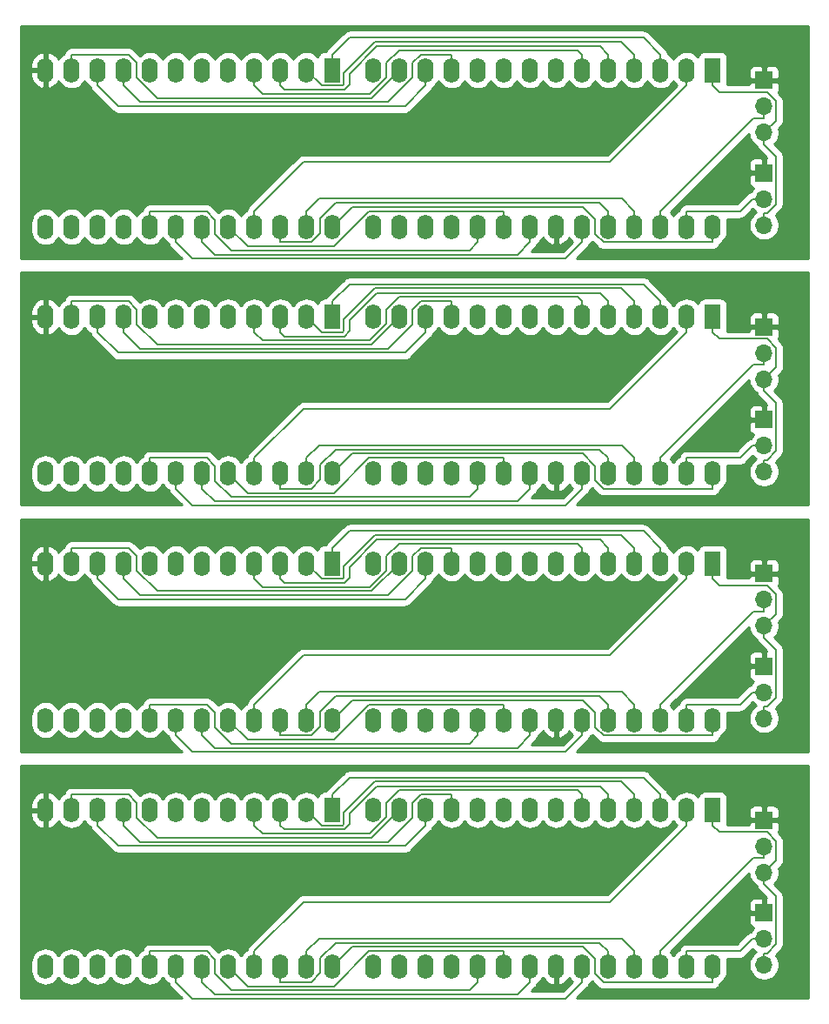
<source format=gbl>
G04 #@! TF.GenerationSoftware,KiCad,Pcbnew,(5.1.9)-1*
G04 #@! TF.CreationDate,2022-11-24T18:27:01+09:00*
G04 #@! TF.ProjectId,ROMCHG-PNL,524f4d43-4847-42d5-904e-4c2e6b696361,rev?*
G04 #@! TF.SameCoordinates,PX1c9ea90PY98919e0*
G04 #@! TF.FileFunction,Copper,L2,Bot*
G04 #@! TF.FilePolarity,Positive*
%FSLAX46Y46*%
G04 Gerber Fmt 4.6, Leading zero omitted, Abs format (unit mm)*
G04 Created by KiCad (PCBNEW (5.1.9)-1) date 2022-11-24 18:27:01*
%MOMM*%
%LPD*%
G01*
G04 APERTURE LIST*
G04 #@! TA.AperFunction,ComponentPad*
%ADD10O,1.700000X1.700000*%
G04 #@! TD*
G04 #@! TA.AperFunction,ComponentPad*
%ADD11R,1.700000X1.700000*%
G04 #@! TD*
G04 #@! TA.AperFunction,ComponentPad*
%ADD12R,1.600000X2.400000*%
G04 #@! TD*
G04 #@! TA.AperFunction,ComponentPad*
%ADD13O,1.600000X2.400000*%
G04 #@! TD*
G04 #@! TA.AperFunction,Conductor*
%ADD14C,0.200000*%
G04 #@! TD*
G04 #@! TA.AperFunction,Conductor*
%ADD15C,0.254000*%
G04 #@! TD*
G04 #@! TA.AperFunction,Conductor*
%ADD16C,0.100000*%
G04 #@! TD*
G04 APERTURE END LIST*
D10*
X73000000Y75920000D03*
X73000000Y78460000D03*
D11*
X73000000Y81000000D03*
X73000000Y90000000D03*
D10*
X73000000Y87460000D03*
X73000000Y84920000D03*
D12*
X68000000Y91000000D03*
D13*
X34980000Y75760000D03*
X65460000Y91000000D03*
X37520000Y75760000D03*
X62920000Y91000000D03*
X40060000Y75760000D03*
X60380000Y91000000D03*
X42600000Y75760000D03*
X57840000Y91000000D03*
X45140000Y75760000D03*
X55300000Y91000000D03*
X47680000Y75760000D03*
X52760000Y91000000D03*
X50220000Y75760000D03*
X50220000Y91000000D03*
X52760000Y75760000D03*
X47680000Y91000000D03*
X55300000Y75760000D03*
X45140000Y91000000D03*
X57840000Y75760000D03*
X42600000Y91000000D03*
X60380000Y75760000D03*
X40060000Y91000000D03*
X62920000Y75760000D03*
X37520000Y91000000D03*
X65460000Y75760000D03*
X34980000Y91000000D03*
X68000000Y75760000D03*
D12*
X31000000Y91000000D03*
D13*
X3060000Y75760000D03*
X28460000Y91000000D03*
X5600000Y75760000D03*
X25920000Y91000000D03*
X8140000Y75760000D03*
X23380000Y91000000D03*
X10680000Y75760000D03*
X20840000Y91000000D03*
X13220000Y75760000D03*
X18300000Y91000000D03*
X15760000Y75760000D03*
X15760000Y91000000D03*
X18300000Y75760000D03*
X13220000Y91000000D03*
X20840000Y75760000D03*
X10680000Y91000000D03*
X23380000Y75760000D03*
X8140000Y91000000D03*
X25920000Y75760000D03*
X5600000Y91000000D03*
X28460000Y75760000D03*
X3060000Y91000000D03*
X31000000Y75760000D03*
X31000000Y51760000D03*
X3060000Y67000000D03*
X28460000Y51760000D03*
X5600000Y67000000D03*
X25920000Y51760000D03*
X8140000Y67000000D03*
X23380000Y51760000D03*
X10680000Y67000000D03*
X20840000Y51760000D03*
X13220000Y67000000D03*
X18300000Y51760000D03*
X15760000Y67000000D03*
X15760000Y51760000D03*
X18300000Y67000000D03*
X13220000Y51760000D03*
X20840000Y67000000D03*
X10680000Y51760000D03*
X23380000Y67000000D03*
X8140000Y51760000D03*
X25920000Y67000000D03*
X5600000Y51760000D03*
X28460000Y67000000D03*
X3060000Y51760000D03*
D12*
X31000000Y67000000D03*
D13*
X68000000Y51760000D03*
X34980000Y67000000D03*
X65460000Y51760000D03*
X37520000Y67000000D03*
X62920000Y51760000D03*
X40060000Y67000000D03*
X60380000Y51760000D03*
X42600000Y67000000D03*
X57840000Y51760000D03*
X45140000Y67000000D03*
X55300000Y51760000D03*
X47680000Y67000000D03*
X52760000Y51760000D03*
X50220000Y67000000D03*
X50220000Y51760000D03*
X52760000Y67000000D03*
X47680000Y51760000D03*
X55300000Y67000000D03*
X45140000Y51760000D03*
X57840000Y67000000D03*
X42600000Y51760000D03*
X60380000Y67000000D03*
X40060000Y51760000D03*
X62920000Y67000000D03*
X37520000Y51760000D03*
X65460000Y67000000D03*
X34980000Y51760000D03*
D12*
X68000000Y67000000D03*
D10*
X73000000Y60920000D03*
X73000000Y63460000D03*
D11*
X73000000Y66000000D03*
X73000000Y57000000D03*
D10*
X73000000Y54460000D03*
X73000000Y51920000D03*
D13*
X31000000Y27760000D03*
X3060000Y43000000D03*
X28460000Y27760000D03*
X5600000Y43000000D03*
X25920000Y27760000D03*
X8140000Y43000000D03*
X23380000Y27760000D03*
X10680000Y43000000D03*
X20840000Y27760000D03*
X13220000Y43000000D03*
X18300000Y27760000D03*
X15760000Y43000000D03*
X15760000Y27760000D03*
X18300000Y43000000D03*
X13220000Y27760000D03*
X20840000Y43000000D03*
X10680000Y27760000D03*
X23380000Y43000000D03*
X8140000Y27760000D03*
X25920000Y43000000D03*
X5600000Y27760000D03*
X28460000Y43000000D03*
X3060000Y27760000D03*
D12*
X31000000Y43000000D03*
D13*
X68000000Y27760000D03*
X34980000Y43000000D03*
X65460000Y27760000D03*
X37520000Y43000000D03*
X62920000Y27760000D03*
X40060000Y43000000D03*
X60380000Y27760000D03*
X42600000Y43000000D03*
X57840000Y27760000D03*
X45140000Y43000000D03*
X55300000Y27760000D03*
X47680000Y43000000D03*
X52760000Y27760000D03*
X50220000Y43000000D03*
X50220000Y27760000D03*
X52760000Y43000000D03*
X47680000Y27760000D03*
X55300000Y43000000D03*
X45140000Y27760000D03*
X57840000Y43000000D03*
X42600000Y27760000D03*
X60380000Y43000000D03*
X40060000Y27760000D03*
X62920000Y43000000D03*
X37520000Y27760000D03*
X65460000Y43000000D03*
X34980000Y27760000D03*
D12*
X68000000Y43000000D03*
D10*
X73000000Y36920000D03*
X73000000Y39460000D03*
D11*
X73000000Y42000000D03*
X73000000Y33000000D03*
D10*
X73000000Y30460000D03*
X73000000Y27920000D03*
X73000000Y3920000D03*
X73000000Y6460000D03*
D11*
X73000000Y9000000D03*
X73000000Y18000000D03*
D10*
X73000000Y15460000D03*
X73000000Y12920000D03*
D12*
X68000000Y19000000D03*
D13*
X34980000Y3760000D03*
X65460000Y19000000D03*
X37520000Y3760000D03*
X62920000Y19000000D03*
X40060000Y3760000D03*
X60380000Y19000000D03*
X42600000Y3760000D03*
X57840000Y19000000D03*
X45140000Y3760000D03*
X55300000Y19000000D03*
X47680000Y3760000D03*
X52760000Y19000000D03*
X50220000Y3760000D03*
X50220000Y19000000D03*
X52760000Y3760000D03*
X47680000Y19000000D03*
X55300000Y3760000D03*
X45140000Y19000000D03*
X57840000Y3760000D03*
X42600000Y19000000D03*
X60380000Y3760000D03*
X40060000Y19000000D03*
X62920000Y3760000D03*
X37520000Y19000000D03*
X65460000Y3760000D03*
X34980000Y19000000D03*
X68000000Y3760000D03*
D12*
X31000000Y19000000D03*
D13*
X3060000Y3760000D03*
X28460000Y19000000D03*
X5600000Y3760000D03*
X25920000Y19000000D03*
X8140000Y3760000D03*
X23380000Y19000000D03*
X10680000Y3760000D03*
X20840000Y19000000D03*
X13220000Y3760000D03*
X18300000Y19000000D03*
X15760000Y3760000D03*
X15760000Y19000000D03*
X18300000Y3760000D03*
X13220000Y19000000D03*
X20840000Y3760000D03*
X10680000Y19000000D03*
X23380000Y3760000D03*
X8140000Y19000000D03*
X25920000Y3760000D03*
X5600000Y19000000D03*
X28460000Y3760000D03*
X3060000Y19000000D03*
X31000000Y3760000D03*
D14*
X68000000Y3760000D02*
X68000000Y2259700D01*
X31000000Y3760000D02*
X32927900Y5687900D01*
X32927900Y5687900D02*
X55363000Y5687900D01*
X55363000Y5687900D02*
X56570000Y4480900D01*
X56570000Y4480900D02*
X56570000Y3049100D01*
X56570000Y3049100D02*
X57359400Y2259700D01*
X57359400Y2259700D02*
X68000000Y2259700D01*
X73000000Y12920000D02*
X73000000Y11769700D01*
X73000000Y3920000D02*
X73000000Y5070300D01*
X73000000Y5070300D02*
X73287600Y5070300D01*
X73287600Y5070300D02*
X74150400Y5933100D01*
X74150400Y5933100D02*
X74150400Y10619300D01*
X74150400Y10619300D02*
X73000000Y11769700D01*
X68000000Y19000000D02*
X68000000Y17499700D01*
X73000000Y12920000D02*
X74161500Y14081500D01*
X74161500Y14081500D02*
X74161500Y15969300D01*
X74161500Y15969300D02*
X73281200Y16849600D01*
X73281200Y16849600D02*
X68650100Y16849600D01*
X68650100Y16849600D02*
X68000000Y17499700D01*
X68000000Y27760000D02*
X68000000Y26259700D01*
X31000000Y27760000D02*
X32927900Y29687900D01*
X32927900Y29687900D02*
X55363000Y29687900D01*
X55363000Y29687900D02*
X56570000Y28480900D01*
X56570000Y28480900D02*
X56570000Y27049100D01*
X56570000Y27049100D02*
X57359400Y26259700D01*
X57359400Y26259700D02*
X68000000Y26259700D01*
X73000000Y36920000D02*
X73000000Y35769700D01*
X73000000Y27920000D02*
X73000000Y29070300D01*
X73000000Y29070300D02*
X73287600Y29070300D01*
X73287600Y29070300D02*
X74150400Y29933100D01*
X74150400Y29933100D02*
X74150400Y34619300D01*
X74150400Y34619300D02*
X73000000Y35769700D01*
X68000000Y43000000D02*
X68000000Y41499700D01*
X73000000Y36920000D02*
X74161500Y38081500D01*
X74161500Y38081500D02*
X74161500Y39969300D01*
X74161500Y39969300D02*
X73281200Y40849600D01*
X73281200Y40849600D02*
X68650100Y40849600D01*
X68650100Y40849600D02*
X68000000Y41499700D01*
X68000000Y51760000D02*
X68000000Y50259700D01*
X31000000Y51760000D02*
X32927900Y53687900D01*
X32927900Y53687900D02*
X55363000Y53687900D01*
X55363000Y53687900D02*
X56570000Y52480900D01*
X56570000Y52480900D02*
X56570000Y51049100D01*
X56570000Y51049100D02*
X57359400Y50259700D01*
X57359400Y50259700D02*
X68000000Y50259700D01*
X73000000Y60920000D02*
X73000000Y59769700D01*
X73000000Y51920000D02*
X73000000Y53070300D01*
X73000000Y53070300D02*
X73287600Y53070300D01*
X73287600Y53070300D02*
X74150400Y53933100D01*
X74150400Y53933100D02*
X74150400Y58619300D01*
X74150400Y58619300D02*
X73000000Y59769700D01*
X68000000Y67000000D02*
X68000000Y65499700D01*
X73000000Y60920000D02*
X74161500Y62081500D01*
X74161500Y62081500D02*
X74161500Y63969300D01*
X74161500Y63969300D02*
X73281200Y64849600D01*
X73281200Y64849600D02*
X68650100Y64849600D01*
X68650100Y64849600D02*
X68000000Y65499700D01*
X68000000Y75760000D02*
X68000000Y74259700D01*
X31000000Y75760000D02*
X32927900Y77687900D01*
X32927900Y77687900D02*
X55363000Y77687900D01*
X55363000Y77687900D02*
X56570000Y76480900D01*
X56570000Y76480900D02*
X56570000Y75049100D01*
X56570000Y75049100D02*
X57359400Y74259700D01*
X57359400Y74259700D02*
X68000000Y74259700D01*
X73000000Y84920000D02*
X73000000Y83769700D01*
X73000000Y75920000D02*
X73000000Y77070300D01*
X73000000Y77070300D02*
X73287600Y77070300D01*
X73287600Y77070300D02*
X74150400Y77933100D01*
X74150400Y77933100D02*
X74150400Y82619300D01*
X74150400Y82619300D02*
X73000000Y83769700D01*
X68000000Y91000000D02*
X68000000Y89499700D01*
X73000000Y84920000D02*
X74161500Y86081500D01*
X74161500Y86081500D02*
X74161500Y87969300D01*
X74161500Y87969300D02*
X73281200Y88849600D01*
X73281200Y88849600D02*
X68650100Y88849600D01*
X68650100Y88849600D02*
X68000000Y89499700D01*
X65460000Y19000000D02*
X65460000Y17499700D01*
X23380000Y3760000D02*
X23380000Y5260300D01*
X23380000Y5260300D02*
X28167500Y10047800D01*
X28167500Y10047800D02*
X58008100Y10047800D01*
X58008100Y10047800D02*
X65460000Y17499700D01*
X65460000Y43000000D02*
X65460000Y41499700D01*
X23380000Y27760000D02*
X23380000Y29260300D01*
X23380000Y29260300D02*
X28167500Y34047800D01*
X28167500Y34047800D02*
X58008100Y34047800D01*
X58008100Y34047800D02*
X65460000Y41499700D01*
X65460000Y67000000D02*
X65460000Y65499700D01*
X23380000Y51760000D02*
X23380000Y53260300D01*
X23380000Y53260300D02*
X28167500Y58047800D01*
X28167500Y58047800D02*
X58008100Y58047800D01*
X58008100Y58047800D02*
X65460000Y65499700D01*
X65460000Y91000000D02*
X65460000Y89499700D01*
X23380000Y75760000D02*
X23380000Y77260300D01*
X23380000Y77260300D02*
X28167500Y82047800D01*
X28167500Y82047800D02*
X58008100Y82047800D01*
X58008100Y82047800D02*
X65460000Y89499700D01*
X73000000Y6460000D02*
X71849700Y6460000D01*
X65460000Y3760000D02*
X65460000Y5260300D01*
X65460000Y5260300D02*
X70650000Y5260300D01*
X70650000Y5260300D02*
X71849700Y6460000D01*
X73000000Y30460000D02*
X71849700Y30460000D01*
X65460000Y27760000D02*
X65460000Y29260300D01*
X65460000Y29260300D02*
X70650000Y29260300D01*
X70650000Y29260300D02*
X71849700Y30460000D01*
X73000000Y54460000D02*
X71849700Y54460000D01*
X65460000Y51760000D02*
X65460000Y53260300D01*
X65460000Y53260300D02*
X70650000Y53260300D01*
X70650000Y53260300D02*
X71849700Y54460000D01*
X73000000Y78460000D02*
X71849700Y78460000D01*
X65460000Y75760000D02*
X65460000Y77260300D01*
X65460000Y77260300D02*
X70650000Y77260300D01*
X70650000Y77260300D02*
X71849700Y78460000D01*
X62920000Y3760000D02*
X62920000Y5260300D01*
X73000000Y15460000D02*
X73000000Y14309700D01*
X62920000Y5260300D02*
X71969400Y14309700D01*
X71969400Y14309700D02*
X73000000Y14309700D01*
X62920000Y27760000D02*
X62920000Y29260300D01*
X73000000Y39460000D02*
X73000000Y38309700D01*
X62920000Y29260300D02*
X71969400Y38309700D01*
X71969400Y38309700D02*
X73000000Y38309700D01*
X62920000Y51760000D02*
X62920000Y53260300D01*
X73000000Y63460000D02*
X73000000Y62309700D01*
X62920000Y53260300D02*
X71969400Y62309700D01*
X71969400Y62309700D02*
X73000000Y62309700D01*
X62920000Y75760000D02*
X62920000Y77260300D01*
X73000000Y87460000D02*
X73000000Y86309700D01*
X62920000Y77260300D02*
X71969400Y86309700D01*
X71969400Y86309700D02*
X73000000Y86309700D01*
X62920000Y20500300D02*
X61250000Y22170300D01*
X61250000Y22170300D02*
X32670000Y22170300D01*
X32670000Y22170300D02*
X31000000Y20500300D01*
X62920000Y19000000D02*
X62920000Y20500300D01*
X31000000Y19000000D02*
X31000000Y20500300D01*
X62920000Y44500300D02*
X61250000Y46170300D01*
X61250000Y46170300D02*
X32670000Y46170300D01*
X32670000Y46170300D02*
X31000000Y44500300D01*
X62920000Y43000000D02*
X62920000Y44500300D01*
X31000000Y43000000D02*
X31000000Y44500300D01*
X62920000Y68500300D02*
X61250000Y70170300D01*
X61250000Y70170300D02*
X32670000Y70170300D01*
X32670000Y70170300D02*
X31000000Y68500300D01*
X62920000Y67000000D02*
X62920000Y68500300D01*
X31000000Y67000000D02*
X31000000Y68500300D01*
X62920000Y92500300D02*
X61250000Y94170300D01*
X61250000Y94170300D02*
X32670000Y94170300D01*
X32670000Y94170300D02*
X31000000Y92500300D01*
X62920000Y91000000D02*
X62920000Y92500300D01*
X31000000Y91000000D02*
X31000000Y92500300D01*
X60380000Y19000000D02*
X60380000Y20500300D01*
X28460000Y19000000D02*
X29960300Y17499700D01*
X29960300Y17499700D02*
X31977300Y17499700D01*
X31977300Y17499700D02*
X32100400Y17622800D01*
X32100400Y17622800D02*
X32100400Y18740300D01*
X32100400Y18740300D02*
X35130100Y21770000D01*
X35130100Y21770000D02*
X59110300Y21770000D01*
X59110300Y21770000D02*
X60380000Y20500300D01*
X60380000Y43000000D02*
X60380000Y44500300D01*
X28460000Y43000000D02*
X29960300Y41499700D01*
X29960300Y41499700D02*
X31977300Y41499700D01*
X31977300Y41499700D02*
X32100400Y41622800D01*
X32100400Y41622800D02*
X32100400Y42740300D01*
X32100400Y42740300D02*
X35130100Y45770000D01*
X35130100Y45770000D02*
X59110300Y45770000D01*
X59110300Y45770000D02*
X60380000Y44500300D01*
X60380000Y67000000D02*
X60380000Y68500300D01*
X28460000Y67000000D02*
X29960300Y65499700D01*
X29960300Y65499700D02*
X31977300Y65499700D01*
X31977300Y65499700D02*
X32100400Y65622800D01*
X32100400Y65622800D02*
X32100400Y66740300D01*
X32100400Y66740300D02*
X35130100Y69770000D01*
X35130100Y69770000D02*
X59110300Y69770000D01*
X59110300Y69770000D02*
X60380000Y68500300D01*
X60380000Y91000000D02*
X60380000Y92500300D01*
X28460000Y91000000D02*
X29960300Y89499700D01*
X29960300Y89499700D02*
X31977300Y89499700D01*
X31977300Y89499700D02*
X32100400Y89622800D01*
X32100400Y89622800D02*
X32100400Y90740300D01*
X32100400Y90740300D02*
X35130100Y93770000D01*
X35130100Y93770000D02*
X59110300Y93770000D01*
X59110300Y93770000D02*
X60380000Y92500300D01*
X25920000Y17499700D02*
X26320300Y17099400D01*
X26320300Y17099400D02*
X32143100Y17099400D01*
X32143100Y17099400D02*
X32658700Y17615000D01*
X32658700Y17615000D02*
X32658700Y18650100D01*
X32658700Y18650100D02*
X35333500Y21324900D01*
X35333500Y21324900D02*
X57015400Y21324900D01*
X57015400Y21324900D02*
X57840000Y20500300D01*
X57840000Y19000000D02*
X57840000Y20500300D01*
X25920000Y19000000D02*
X25920000Y17499700D01*
X25920000Y41499700D02*
X26320300Y41099400D01*
X26320300Y41099400D02*
X32143100Y41099400D01*
X32143100Y41099400D02*
X32658700Y41615000D01*
X32658700Y41615000D02*
X32658700Y42650100D01*
X32658700Y42650100D02*
X35333500Y45324900D01*
X35333500Y45324900D02*
X57015400Y45324900D01*
X57015400Y45324900D02*
X57840000Y44500300D01*
X57840000Y43000000D02*
X57840000Y44500300D01*
X25920000Y43000000D02*
X25920000Y41499700D01*
X25920000Y65499700D02*
X26320300Y65099400D01*
X26320300Y65099400D02*
X32143100Y65099400D01*
X32143100Y65099400D02*
X32658700Y65615000D01*
X32658700Y65615000D02*
X32658700Y66650100D01*
X32658700Y66650100D02*
X35333500Y69324900D01*
X35333500Y69324900D02*
X57015400Y69324900D01*
X57015400Y69324900D02*
X57840000Y68500300D01*
X57840000Y67000000D02*
X57840000Y68500300D01*
X25920000Y67000000D02*
X25920000Y65499700D01*
X25920000Y89499700D02*
X26320300Y89099400D01*
X26320300Y89099400D02*
X32143100Y89099400D01*
X32143100Y89099400D02*
X32658700Y89615000D01*
X32658700Y89615000D02*
X32658700Y90650100D01*
X32658700Y90650100D02*
X35333500Y93324900D01*
X35333500Y93324900D02*
X57015400Y93324900D01*
X57015400Y93324900D02*
X57840000Y92500300D01*
X57840000Y91000000D02*
X57840000Y92500300D01*
X25920000Y91000000D02*
X25920000Y89499700D01*
X13220000Y5260300D02*
X18756800Y5260300D01*
X18756800Y5260300D02*
X19570000Y4447100D01*
X19570000Y4447100D02*
X19570000Y3045900D01*
X19570000Y3045900D02*
X21169200Y1446700D01*
X21169200Y1446700D02*
X44327000Y1446700D01*
X44327000Y1446700D02*
X45140000Y2259700D01*
X45140000Y3760000D02*
X45140000Y2259700D01*
X13220000Y3760000D02*
X13220000Y5260300D01*
X13220000Y29260300D02*
X18756800Y29260300D01*
X18756800Y29260300D02*
X19570000Y28447100D01*
X19570000Y28447100D02*
X19570000Y27045900D01*
X19570000Y27045900D02*
X21169200Y25446700D01*
X21169200Y25446700D02*
X44327000Y25446700D01*
X44327000Y25446700D02*
X45140000Y26259700D01*
X45140000Y27760000D02*
X45140000Y26259700D01*
X13220000Y27760000D02*
X13220000Y29260300D01*
X13220000Y53260300D02*
X18756800Y53260300D01*
X18756800Y53260300D02*
X19570000Y52447100D01*
X19570000Y52447100D02*
X19570000Y51045900D01*
X19570000Y51045900D02*
X21169200Y49446700D01*
X21169200Y49446700D02*
X44327000Y49446700D01*
X44327000Y49446700D02*
X45140000Y50259700D01*
X45140000Y51760000D02*
X45140000Y50259700D01*
X13220000Y51760000D02*
X13220000Y53260300D01*
X13220000Y77260300D02*
X18756800Y77260300D01*
X18756800Y77260300D02*
X19570000Y76447100D01*
X19570000Y76447100D02*
X19570000Y75045900D01*
X19570000Y75045900D02*
X21169200Y73446700D01*
X21169200Y73446700D02*
X44327000Y73446700D01*
X44327000Y73446700D02*
X45140000Y74259700D01*
X45140000Y75760000D02*
X45140000Y74259700D01*
X13220000Y75760000D02*
X13220000Y77260300D01*
X23380000Y17499700D02*
X24180600Y16699100D01*
X24180600Y16699100D02*
X34652800Y16699100D01*
X34652800Y16699100D02*
X36250000Y18296300D01*
X36250000Y18296300D02*
X36250000Y19710100D01*
X36250000Y19710100D02*
X37464500Y20924600D01*
X37464500Y20924600D02*
X54875700Y20924600D01*
X54875700Y20924600D02*
X55300000Y20500300D01*
X55300000Y19000000D02*
X55300000Y20500300D01*
X23380000Y19000000D02*
X23380000Y17499700D01*
X23380000Y41499700D02*
X24180600Y40699100D01*
X24180600Y40699100D02*
X34652800Y40699100D01*
X34652800Y40699100D02*
X36250000Y42296300D01*
X36250000Y42296300D02*
X36250000Y43710100D01*
X36250000Y43710100D02*
X37464500Y44924600D01*
X37464500Y44924600D02*
X54875700Y44924600D01*
X54875700Y44924600D02*
X55300000Y44500300D01*
X55300000Y43000000D02*
X55300000Y44500300D01*
X23380000Y43000000D02*
X23380000Y41499700D01*
X23380000Y65499700D02*
X24180600Y64699100D01*
X24180600Y64699100D02*
X34652800Y64699100D01*
X34652800Y64699100D02*
X36250000Y66296300D01*
X36250000Y66296300D02*
X36250000Y67710100D01*
X36250000Y67710100D02*
X37464500Y68924600D01*
X37464500Y68924600D02*
X54875700Y68924600D01*
X54875700Y68924600D02*
X55300000Y68500300D01*
X55300000Y67000000D02*
X55300000Y68500300D01*
X23380000Y67000000D02*
X23380000Y65499700D01*
X23380000Y89499700D02*
X24180600Y88699100D01*
X24180600Y88699100D02*
X34652800Y88699100D01*
X34652800Y88699100D02*
X36250000Y90296300D01*
X36250000Y90296300D02*
X36250000Y91710100D01*
X36250000Y91710100D02*
X37464500Y92924600D01*
X37464500Y92924600D02*
X54875700Y92924600D01*
X54875700Y92924600D02*
X55300000Y92500300D01*
X55300000Y91000000D02*
X55300000Y92500300D01*
X23380000Y91000000D02*
X23380000Y89499700D01*
X47680000Y3760000D02*
X47680000Y5260300D01*
X20840000Y3760000D02*
X22752900Y1847100D01*
X22752900Y1847100D02*
X31110700Y1847100D01*
X31110700Y1847100D02*
X34523900Y5260300D01*
X34523900Y5260300D02*
X47680000Y5260300D01*
X47680000Y27760000D02*
X47680000Y29260300D01*
X20840000Y27760000D02*
X22752900Y25847100D01*
X22752900Y25847100D02*
X31110700Y25847100D01*
X31110700Y25847100D02*
X34523900Y29260300D01*
X34523900Y29260300D02*
X47680000Y29260300D01*
X47680000Y51760000D02*
X47680000Y53260300D01*
X20840000Y51760000D02*
X22752900Y49847100D01*
X22752900Y49847100D02*
X31110700Y49847100D01*
X31110700Y49847100D02*
X34523900Y53260300D01*
X34523900Y53260300D02*
X47680000Y53260300D01*
X47680000Y75760000D02*
X47680000Y77260300D01*
X20840000Y75760000D02*
X22752900Y73847100D01*
X22752900Y73847100D02*
X31110700Y73847100D01*
X31110700Y73847100D02*
X34523900Y77260300D01*
X34523900Y77260300D02*
X47680000Y77260300D01*
X18300000Y2259700D02*
X19513300Y1046400D01*
X19513300Y1046400D02*
X49006700Y1046400D01*
X49006700Y1046400D02*
X50220000Y2259700D01*
X50220000Y3760000D02*
X50220000Y2259700D01*
X18300000Y3760000D02*
X18300000Y2259700D01*
X18300000Y26259700D02*
X19513300Y25046400D01*
X19513300Y25046400D02*
X49006700Y25046400D01*
X49006700Y25046400D02*
X50220000Y26259700D01*
X50220000Y27760000D02*
X50220000Y26259700D01*
X18300000Y27760000D02*
X18300000Y26259700D01*
X18300000Y50259700D02*
X19513300Y49046400D01*
X19513300Y49046400D02*
X49006700Y49046400D01*
X49006700Y49046400D02*
X50220000Y50259700D01*
X50220000Y51760000D02*
X50220000Y50259700D01*
X18300000Y51760000D02*
X18300000Y50259700D01*
X18300000Y74259700D02*
X19513300Y73046400D01*
X19513300Y73046400D02*
X49006700Y73046400D01*
X49006700Y73046400D02*
X50220000Y74259700D01*
X50220000Y75760000D02*
X50220000Y74259700D01*
X18300000Y75760000D02*
X18300000Y74259700D01*
X15760000Y2259700D02*
X17373600Y646100D01*
X17373600Y646100D02*
X53686400Y646100D01*
X53686400Y646100D02*
X55300000Y2259700D01*
X55300000Y3760000D02*
X55300000Y2259700D01*
X15760000Y3760000D02*
X15760000Y2259700D01*
X15760000Y26259700D02*
X17373600Y24646100D01*
X17373600Y24646100D02*
X53686400Y24646100D01*
X53686400Y24646100D02*
X55300000Y26259700D01*
X55300000Y27760000D02*
X55300000Y26259700D01*
X15760000Y27760000D02*
X15760000Y26259700D01*
X15760000Y50259700D02*
X17373600Y48646100D01*
X17373600Y48646100D02*
X53686400Y48646100D01*
X53686400Y48646100D02*
X55300000Y50259700D01*
X55300000Y51760000D02*
X55300000Y50259700D01*
X15760000Y51760000D02*
X15760000Y50259700D01*
X15760000Y74259700D02*
X17373600Y72646100D01*
X17373600Y72646100D02*
X53686400Y72646100D01*
X53686400Y72646100D02*
X55300000Y74259700D01*
X55300000Y75760000D02*
X55300000Y74259700D01*
X15760000Y75760000D02*
X15760000Y74259700D01*
X57840000Y5260300D02*
X57012100Y6088200D01*
X57012100Y6088200D02*
X31311700Y6088200D01*
X31311700Y6088200D02*
X29816400Y4592900D01*
X29816400Y4592900D02*
X29816400Y3158200D01*
X29816400Y3158200D02*
X28917900Y2259700D01*
X28917900Y2259700D02*
X25920000Y2259700D01*
X57840000Y3760000D02*
X57840000Y5260300D01*
X25920000Y3760000D02*
X25920000Y2259700D01*
X57840000Y29260300D02*
X57012100Y30088200D01*
X57012100Y30088200D02*
X31311700Y30088200D01*
X31311700Y30088200D02*
X29816400Y28592900D01*
X29816400Y28592900D02*
X29816400Y27158200D01*
X29816400Y27158200D02*
X28917900Y26259700D01*
X28917900Y26259700D02*
X25920000Y26259700D01*
X57840000Y27760000D02*
X57840000Y29260300D01*
X25920000Y27760000D02*
X25920000Y26259700D01*
X57840000Y53260300D02*
X57012100Y54088200D01*
X57012100Y54088200D02*
X31311700Y54088200D01*
X31311700Y54088200D02*
X29816400Y52592900D01*
X29816400Y52592900D02*
X29816400Y51158200D01*
X29816400Y51158200D02*
X28917900Y50259700D01*
X28917900Y50259700D02*
X25920000Y50259700D01*
X57840000Y51760000D02*
X57840000Y53260300D01*
X25920000Y51760000D02*
X25920000Y50259700D01*
X57840000Y77260300D02*
X57012100Y78088200D01*
X57012100Y78088200D02*
X31311700Y78088200D01*
X31311700Y78088200D02*
X29816400Y76592900D01*
X29816400Y76592900D02*
X29816400Y75158200D01*
X29816400Y75158200D02*
X28917900Y74259700D01*
X28917900Y74259700D02*
X25920000Y74259700D01*
X57840000Y75760000D02*
X57840000Y77260300D01*
X25920000Y75760000D02*
X25920000Y74259700D01*
X10680000Y17499700D02*
X12281200Y15898500D01*
X12281200Y15898500D02*
X36410000Y15898500D01*
X36410000Y15898500D02*
X38790000Y18278500D01*
X38790000Y18278500D02*
X38790000Y19696600D01*
X38790000Y19696600D02*
X39593700Y20500300D01*
X39593700Y20500300D02*
X42600000Y20500300D01*
X42600000Y19000000D02*
X42600000Y20500300D01*
X10680000Y19000000D02*
X10680000Y17499700D01*
X10680000Y41499700D02*
X12281200Y39898500D01*
X12281200Y39898500D02*
X36410000Y39898500D01*
X36410000Y39898500D02*
X38790000Y42278500D01*
X38790000Y42278500D02*
X38790000Y43696600D01*
X38790000Y43696600D02*
X39593700Y44500300D01*
X39593700Y44500300D02*
X42600000Y44500300D01*
X42600000Y43000000D02*
X42600000Y44500300D01*
X10680000Y43000000D02*
X10680000Y41499700D01*
X10680000Y65499700D02*
X12281200Y63898500D01*
X12281200Y63898500D02*
X36410000Y63898500D01*
X36410000Y63898500D02*
X38790000Y66278500D01*
X38790000Y66278500D02*
X38790000Y67696600D01*
X38790000Y67696600D02*
X39593700Y68500300D01*
X39593700Y68500300D02*
X42600000Y68500300D01*
X42600000Y67000000D02*
X42600000Y68500300D01*
X10680000Y67000000D02*
X10680000Y65499700D01*
X10680000Y89499700D02*
X12281200Y87898500D01*
X12281200Y87898500D02*
X36410000Y87898500D01*
X36410000Y87898500D02*
X38790000Y90278500D01*
X38790000Y90278500D02*
X38790000Y91696600D01*
X38790000Y91696600D02*
X39593700Y92500300D01*
X39593700Y92500300D02*
X42600000Y92500300D01*
X42600000Y91000000D02*
X42600000Y92500300D01*
X10680000Y91000000D02*
X10680000Y89499700D01*
X60380000Y5260300D02*
X59151800Y6488500D01*
X59151800Y6488500D02*
X29688200Y6488500D01*
X29688200Y6488500D02*
X28460000Y5260300D01*
X60380000Y3760000D02*
X60380000Y5260300D01*
X28460000Y3760000D02*
X28460000Y5260300D01*
X60380000Y29260300D02*
X59151800Y30488500D01*
X59151800Y30488500D02*
X29688200Y30488500D01*
X29688200Y30488500D02*
X28460000Y29260300D01*
X60380000Y27760000D02*
X60380000Y29260300D01*
X28460000Y27760000D02*
X28460000Y29260300D01*
X60380000Y53260300D02*
X59151800Y54488500D01*
X59151800Y54488500D02*
X29688200Y54488500D01*
X29688200Y54488500D02*
X28460000Y53260300D01*
X60380000Y51760000D02*
X60380000Y53260300D01*
X28460000Y51760000D02*
X28460000Y53260300D01*
X60380000Y77260300D02*
X59151800Y78488500D01*
X59151800Y78488500D02*
X29688200Y78488500D01*
X29688200Y78488500D02*
X28460000Y77260300D01*
X60380000Y75760000D02*
X60380000Y77260300D01*
X28460000Y75760000D02*
X28460000Y77260300D01*
X8140000Y17499700D02*
X10141500Y15498200D01*
X10141500Y15498200D02*
X38058500Y15498200D01*
X38058500Y15498200D02*
X40060000Y17499700D01*
X40060000Y19000000D02*
X40060000Y17499700D01*
X8140000Y19000000D02*
X8140000Y17499700D01*
X8140000Y41499700D02*
X10141500Y39498200D01*
X10141500Y39498200D02*
X38058500Y39498200D01*
X38058500Y39498200D02*
X40060000Y41499700D01*
X40060000Y43000000D02*
X40060000Y41499700D01*
X8140000Y43000000D02*
X8140000Y41499700D01*
X8140000Y65499700D02*
X10141500Y63498200D01*
X10141500Y63498200D02*
X38058500Y63498200D01*
X38058500Y63498200D02*
X40060000Y65499700D01*
X40060000Y67000000D02*
X40060000Y65499700D01*
X8140000Y67000000D02*
X8140000Y65499700D01*
X8140000Y89499700D02*
X10141500Y87498200D01*
X10141500Y87498200D02*
X38058500Y87498200D01*
X38058500Y87498200D02*
X40060000Y89499700D01*
X40060000Y91000000D02*
X40060000Y89499700D01*
X8140000Y91000000D02*
X8140000Y89499700D01*
X5600000Y20500300D02*
X11145100Y20500300D01*
X11145100Y20500300D02*
X11950000Y19695400D01*
X11950000Y19695400D02*
X11950000Y18280100D01*
X11950000Y18280100D02*
X13931300Y16298800D01*
X13931300Y16298800D02*
X34818800Y16298800D01*
X34818800Y16298800D02*
X37520000Y19000000D01*
X5600000Y19000000D02*
X5600000Y20500300D01*
X5600000Y44500300D02*
X11145100Y44500300D01*
X11145100Y44500300D02*
X11950000Y43695400D01*
X11950000Y43695400D02*
X11950000Y42280100D01*
X11950000Y42280100D02*
X13931300Y40298800D01*
X13931300Y40298800D02*
X34818800Y40298800D01*
X34818800Y40298800D02*
X37520000Y43000000D01*
X5600000Y43000000D02*
X5600000Y44500300D01*
X5600000Y68500300D02*
X11145100Y68500300D01*
X11145100Y68500300D02*
X11950000Y67695400D01*
X11950000Y67695400D02*
X11950000Y66280100D01*
X11950000Y66280100D02*
X13931300Y64298800D01*
X13931300Y64298800D02*
X34818800Y64298800D01*
X34818800Y64298800D02*
X37520000Y67000000D01*
X5600000Y67000000D02*
X5600000Y68500300D01*
X5600000Y92500300D02*
X11145100Y92500300D01*
X11145100Y92500300D02*
X11950000Y91695400D01*
X11950000Y91695400D02*
X11950000Y90280100D01*
X11950000Y90280100D02*
X13931300Y88298800D01*
X13931300Y88298800D02*
X34818800Y88298800D01*
X34818800Y88298800D02*
X37520000Y91000000D01*
X5600000Y91000000D02*
X5600000Y92500300D01*
D15*
X77315000Y685000D02*
X54764746Y685000D01*
X55794194Y1714447D01*
X55822238Y1737462D01*
X55914087Y1849380D01*
X55982337Y1977067D01*
X56024365Y2115615D01*
X56024826Y2120299D01*
X56101100Y2161068D01*
X56275478Y2304176D01*
X56814146Y1765507D01*
X56837162Y1737462D01*
X56949080Y1645613D01*
X57076767Y1577363D01*
X57173286Y1548084D01*
X57215314Y1535335D01*
X57229532Y1533935D01*
X57323295Y1524700D01*
X57323302Y1524700D01*
X57359399Y1521145D01*
X57395496Y1524700D01*
X67963895Y1524700D01*
X68000000Y1521144D01*
X68036105Y1524700D01*
X68144085Y1535335D01*
X68282633Y1577363D01*
X68410320Y1645613D01*
X68522238Y1737462D01*
X68614087Y1849380D01*
X68682337Y1977067D01*
X68724365Y2115615D01*
X68724826Y2120299D01*
X68801100Y2161068D01*
X69019607Y2340392D01*
X69198932Y2558899D01*
X69332182Y2808192D01*
X69414236Y3078691D01*
X69435000Y3289508D01*
X69435000Y4230491D01*
X69414236Y4441309D01*
X69388758Y4525300D01*
X70613895Y4525300D01*
X70650000Y4521744D01*
X70686105Y4525300D01*
X70794085Y4535935D01*
X70932633Y4577963D01*
X71060320Y4646213D01*
X71172238Y4738062D01*
X71195258Y4766112D01*
X71894520Y5465373D01*
X72053368Y5306525D01*
X72227760Y5190000D01*
X72053368Y5073475D01*
X71846525Y4866632D01*
X71684010Y4623411D01*
X71572068Y4353158D01*
X71515000Y4066260D01*
X71515000Y3773740D01*
X71572068Y3486842D01*
X71684010Y3216589D01*
X71846525Y2973368D01*
X72053368Y2766525D01*
X72296589Y2604010D01*
X72566842Y2492068D01*
X72853740Y2435000D01*
X73146260Y2435000D01*
X73433158Y2492068D01*
X73703411Y2604010D01*
X73946632Y2766525D01*
X74153475Y2973368D01*
X74315990Y3216589D01*
X74427932Y3486842D01*
X74485000Y3773740D01*
X74485000Y4066260D01*
X74427932Y4353158D01*
X74315990Y4623411D01*
X74153475Y4866632D01*
X74138427Y4881680D01*
X74644597Y5387850D01*
X74672637Y5410862D01*
X74695650Y5438903D01*
X74695653Y5438906D01*
X74764486Y5522779D01*
X74764487Y5522780D01*
X74832737Y5650467D01*
X74874765Y5789015D01*
X74885400Y5896995D01*
X74885400Y5897004D01*
X74888955Y5933099D01*
X74885400Y5969194D01*
X74885400Y10583206D01*
X74888955Y10619301D01*
X74885400Y10655396D01*
X74885400Y10655405D01*
X74874765Y10763385D01*
X74832737Y10901933D01*
X74764487Y11029620D01*
X74672638Y11141538D01*
X74644593Y11164554D01*
X73994627Y11814520D01*
X74153475Y11973368D01*
X74315990Y12216589D01*
X74427932Y12486842D01*
X74485000Y12773740D01*
X74485000Y13066260D01*
X74435344Y13315897D01*
X74655697Y13536250D01*
X74683737Y13559262D01*
X74706750Y13587303D01*
X74706753Y13587306D01*
X74753580Y13644365D01*
X74775587Y13671180D01*
X74843837Y13798867D01*
X74885865Y13937415D01*
X74894695Y14027067D01*
X74900056Y14081499D01*
X74896500Y14117604D01*
X74896500Y15933206D01*
X74900055Y15969301D01*
X74896500Y16005396D01*
X74896500Y16005405D01*
X74885865Y16113385D01*
X74843837Y16251933D01*
X74775587Y16379620D01*
X74683738Y16491538D01*
X74655693Y16514554D01*
X74377924Y16792322D01*
X74380537Y16795506D01*
X74439502Y16905820D01*
X74475812Y17025518D01*
X74488072Y17150000D01*
X74485000Y17714250D01*
X74326250Y17873000D01*
X73127000Y17873000D01*
X73127000Y17853000D01*
X72873000Y17853000D01*
X72873000Y17873000D01*
X71673750Y17873000D01*
X71515000Y17714250D01*
X71514294Y17584600D01*
X69398232Y17584600D01*
X69425812Y17675518D01*
X69438072Y17800000D01*
X69438072Y18850000D01*
X71511928Y18850000D01*
X71515000Y18285750D01*
X71673750Y18127000D01*
X72873000Y18127000D01*
X72873000Y19326250D01*
X73127000Y19326250D01*
X73127000Y18127000D01*
X74326250Y18127000D01*
X74485000Y18285750D01*
X74488072Y18850000D01*
X74475812Y18974482D01*
X74439502Y19094180D01*
X74380537Y19204494D01*
X74301185Y19301185D01*
X74204494Y19380537D01*
X74094180Y19439502D01*
X73974482Y19475812D01*
X73850000Y19488072D01*
X73285750Y19485000D01*
X73127000Y19326250D01*
X72873000Y19326250D01*
X72714250Y19485000D01*
X72150000Y19488072D01*
X72025518Y19475812D01*
X71905820Y19439502D01*
X71795506Y19380537D01*
X71698815Y19301185D01*
X71619463Y19204494D01*
X71560498Y19094180D01*
X71524188Y18974482D01*
X71511928Y18850000D01*
X69438072Y18850000D01*
X69438072Y20200000D01*
X69425812Y20324482D01*
X69389502Y20444180D01*
X69330537Y20554494D01*
X69251185Y20651185D01*
X69154494Y20730537D01*
X69044180Y20789502D01*
X68924482Y20825812D01*
X68800000Y20838072D01*
X67200000Y20838072D01*
X67075518Y20825812D01*
X66955820Y20789502D01*
X66845506Y20730537D01*
X66748815Y20651185D01*
X66669463Y20554494D01*
X66610498Y20444180D01*
X66574188Y20324482D01*
X66572419Y20306518D01*
X66479608Y20419608D01*
X66261101Y20598932D01*
X66011808Y20732182D01*
X65741309Y20814236D01*
X65460000Y20841943D01*
X65178692Y20814236D01*
X64908193Y20732182D01*
X64658900Y20598932D01*
X64440393Y20419608D01*
X64261068Y20201101D01*
X64190000Y20068142D01*
X64118932Y20201101D01*
X63939608Y20419608D01*
X63721101Y20598932D01*
X63644826Y20639702D01*
X63644365Y20644385D01*
X63602337Y20782934D01*
X63534087Y20910620D01*
X63465253Y20994494D01*
X63442238Y21022538D01*
X63414193Y21045554D01*
X61795258Y22664488D01*
X61772238Y22692538D01*
X61660320Y22784387D01*
X61532633Y22852637D01*
X61394085Y22894665D01*
X61286105Y22905300D01*
X61250000Y22908856D01*
X61213895Y22905300D01*
X32706105Y22905300D01*
X32670000Y22908856D01*
X32525915Y22894665D01*
X32387366Y22852637D01*
X32259680Y22784387D01*
X32147762Y22692538D01*
X32124746Y22664493D01*
X30505808Y21045554D01*
X30477763Y21022538D01*
X30385914Y20910620D01*
X30347136Y20838072D01*
X30200000Y20838072D01*
X30075518Y20825812D01*
X29955820Y20789502D01*
X29845506Y20730537D01*
X29748815Y20651185D01*
X29669463Y20554494D01*
X29610498Y20444180D01*
X29574188Y20324482D01*
X29572419Y20306518D01*
X29479608Y20419608D01*
X29261101Y20598932D01*
X29011808Y20732182D01*
X28741309Y20814236D01*
X28460000Y20841943D01*
X28178692Y20814236D01*
X27908193Y20732182D01*
X27658900Y20598932D01*
X27440393Y20419608D01*
X27261068Y20201101D01*
X27190000Y20068142D01*
X27118932Y20201101D01*
X26939608Y20419608D01*
X26721101Y20598932D01*
X26471808Y20732182D01*
X26201309Y20814236D01*
X25920000Y20841943D01*
X25638692Y20814236D01*
X25368193Y20732182D01*
X25118900Y20598932D01*
X24900393Y20419608D01*
X24721068Y20201101D01*
X24650000Y20068142D01*
X24578932Y20201101D01*
X24399608Y20419608D01*
X24181101Y20598932D01*
X23931808Y20732182D01*
X23661309Y20814236D01*
X23380000Y20841943D01*
X23098692Y20814236D01*
X22828193Y20732182D01*
X22578900Y20598932D01*
X22360393Y20419608D01*
X22181068Y20201101D01*
X22110000Y20068142D01*
X22038932Y20201101D01*
X21859608Y20419608D01*
X21641101Y20598932D01*
X21391808Y20732182D01*
X21121309Y20814236D01*
X20840000Y20841943D01*
X20558692Y20814236D01*
X20288193Y20732182D01*
X20038900Y20598932D01*
X19820393Y20419608D01*
X19641068Y20201101D01*
X19570000Y20068142D01*
X19498932Y20201101D01*
X19319608Y20419608D01*
X19101101Y20598932D01*
X18851808Y20732182D01*
X18581309Y20814236D01*
X18300000Y20841943D01*
X18018692Y20814236D01*
X17748193Y20732182D01*
X17498900Y20598932D01*
X17280393Y20419608D01*
X17101068Y20201101D01*
X17030000Y20068142D01*
X16958932Y20201101D01*
X16779608Y20419608D01*
X16561101Y20598932D01*
X16311808Y20732182D01*
X16041309Y20814236D01*
X15760000Y20841943D01*
X15478692Y20814236D01*
X15208193Y20732182D01*
X14958900Y20598932D01*
X14740393Y20419608D01*
X14561068Y20201101D01*
X14490000Y20068142D01*
X14418932Y20201101D01*
X14239608Y20419608D01*
X14021101Y20598932D01*
X13771808Y20732182D01*
X13501309Y20814236D01*
X13220000Y20841943D01*
X12938692Y20814236D01*
X12668193Y20732182D01*
X12418900Y20598932D01*
X12236009Y20448837D01*
X11690358Y20994488D01*
X11667338Y21022538D01*
X11555420Y21114387D01*
X11427733Y21182637D01*
X11289185Y21224665D01*
X11181205Y21235300D01*
X11145100Y21238856D01*
X11108995Y21235300D01*
X5636105Y21235300D01*
X5600000Y21238856D01*
X5563895Y21235300D01*
X5455915Y21224665D01*
X5317367Y21182637D01*
X5189680Y21114387D01*
X5077762Y21022538D01*
X4985913Y20910620D01*
X4917663Y20782933D01*
X4875635Y20644385D01*
X4875174Y20639701D01*
X4798900Y20598932D01*
X4580393Y20419608D01*
X4401068Y20201101D01*
X4332735Y20073259D01*
X4182601Y20302839D01*
X3984895Y20504500D01*
X3751646Y20663715D01*
X3491818Y20774367D01*
X3409039Y20791904D01*
X3187000Y20669915D01*
X3187000Y19127000D01*
X3207000Y19127000D01*
X3207000Y18873000D01*
X3187000Y18873000D01*
X3187000Y17330085D01*
X3409039Y17208096D01*
X3491818Y17225633D01*
X3751646Y17336285D01*
X3984895Y17495500D01*
X4182601Y17697161D01*
X4332735Y17926742D01*
X4401068Y17798900D01*
X4580392Y17580393D01*
X4798899Y17401068D01*
X5048192Y17267818D01*
X5318691Y17185764D01*
X5600000Y17158057D01*
X5881308Y17185764D01*
X6151807Y17267818D01*
X6401100Y17401068D01*
X6619607Y17580392D01*
X6798932Y17798899D01*
X6870000Y17931858D01*
X6941068Y17798900D01*
X7120392Y17580393D01*
X7338899Y17401068D01*
X7415174Y17360298D01*
X7415635Y17355615D01*
X7456368Y17221338D01*
X7457664Y17217067D01*
X7525914Y17089380D01*
X7617763Y16977462D01*
X7645807Y16954447D01*
X9596246Y15004007D01*
X9619262Y14975962D01*
X9731180Y14884113D01*
X9858867Y14815863D01*
X9997415Y14773835D01*
X10105395Y14763200D01*
X10105404Y14763200D01*
X10141499Y14759645D01*
X10177594Y14763200D01*
X38022395Y14763200D01*
X38058500Y14759644D01*
X38094605Y14763200D01*
X38202585Y14773835D01*
X38341133Y14815863D01*
X38468820Y14884113D01*
X38580738Y14975962D01*
X38603758Y15004012D01*
X40554194Y16954447D01*
X40582238Y16977462D01*
X40674087Y17089380D01*
X40742337Y17217067D01*
X40784365Y17355615D01*
X40784826Y17360299D01*
X40861100Y17401068D01*
X41079607Y17580392D01*
X41258932Y17798899D01*
X41330000Y17931858D01*
X41401068Y17798900D01*
X41580392Y17580393D01*
X41798899Y17401068D01*
X42048192Y17267818D01*
X42318691Y17185764D01*
X42600000Y17158057D01*
X42881308Y17185764D01*
X43151807Y17267818D01*
X43401100Y17401068D01*
X43619607Y17580392D01*
X43798932Y17798899D01*
X43870000Y17931858D01*
X43941068Y17798900D01*
X44120392Y17580393D01*
X44338899Y17401068D01*
X44588192Y17267818D01*
X44858691Y17185764D01*
X45140000Y17158057D01*
X45421308Y17185764D01*
X45691807Y17267818D01*
X45941100Y17401068D01*
X46159607Y17580392D01*
X46338932Y17798899D01*
X46410000Y17931858D01*
X46481068Y17798900D01*
X46660392Y17580393D01*
X46878899Y17401068D01*
X47128192Y17267818D01*
X47398691Y17185764D01*
X47680000Y17158057D01*
X47961308Y17185764D01*
X48231807Y17267818D01*
X48481100Y17401068D01*
X48699607Y17580392D01*
X48878932Y17798899D01*
X48950000Y17931858D01*
X49021068Y17798900D01*
X49200392Y17580393D01*
X49418899Y17401068D01*
X49668192Y17267818D01*
X49938691Y17185764D01*
X50220000Y17158057D01*
X50501308Y17185764D01*
X50771807Y17267818D01*
X51021100Y17401068D01*
X51239607Y17580392D01*
X51418932Y17798899D01*
X51490000Y17931858D01*
X51561068Y17798900D01*
X51740392Y17580393D01*
X51958899Y17401068D01*
X52208192Y17267818D01*
X52478691Y17185764D01*
X52760000Y17158057D01*
X53041308Y17185764D01*
X53311807Y17267818D01*
X53561100Y17401068D01*
X53779607Y17580392D01*
X53958932Y17798899D01*
X54030000Y17931858D01*
X54101068Y17798900D01*
X54280392Y17580393D01*
X54498899Y17401068D01*
X54748192Y17267818D01*
X55018691Y17185764D01*
X55300000Y17158057D01*
X55581308Y17185764D01*
X55851807Y17267818D01*
X56101100Y17401068D01*
X56319607Y17580392D01*
X56498932Y17798899D01*
X56570000Y17931858D01*
X56641068Y17798900D01*
X56820392Y17580393D01*
X57038899Y17401068D01*
X57288192Y17267818D01*
X57558691Y17185764D01*
X57840000Y17158057D01*
X58121308Y17185764D01*
X58391807Y17267818D01*
X58641100Y17401068D01*
X58859607Y17580392D01*
X59038932Y17798899D01*
X59110000Y17931858D01*
X59181068Y17798900D01*
X59360392Y17580393D01*
X59578899Y17401068D01*
X59828192Y17267818D01*
X60098691Y17185764D01*
X60380000Y17158057D01*
X60661308Y17185764D01*
X60931807Y17267818D01*
X61181100Y17401068D01*
X61399607Y17580392D01*
X61578932Y17798899D01*
X61650000Y17931858D01*
X61721068Y17798900D01*
X61900392Y17580393D01*
X62118899Y17401068D01*
X62368192Y17267818D01*
X62638691Y17185764D01*
X62920000Y17158057D01*
X63201308Y17185764D01*
X63471807Y17267818D01*
X63721100Y17401068D01*
X63939607Y17580392D01*
X64118932Y17798899D01*
X64190000Y17931858D01*
X64261068Y17798900D01*
X64440392Y17580393D01*
X64473816Y17552963D01*
X57703654Y10782800D01*
X28203594Y10782800D01*
X28167499Y10786355D01*
X28131404Y10782800D01*
X28131395Y10782800D01*
X28023415Y10772165D01*
X27884867Y10730137D01*
X27757180Y10661887D01*
X27645262Y10570038D01*
X27622246Y10541993D01*
X22885808Y5805554D01*
X22857763Y5782538D01*
X22765914Y5670620D01*
X22714396Y5574236D01*
X22697664Y5542933D01*
X22655635Y5404385D01*
X22655174Y5399701D01*
X22578900Y5358932D01*
X22360393Y5179608D01*
X22181068Y4961101D01*
X22110000Y4828142D01*
X22038932Y4961101D01*
X21859608Y5179608D01*
X21641101Y5358932D01*
X21391808Y5492182D01*
X21121309Y5574236D01*
X20840000Y5601943D01*
X20558692Y5574236D01*
X20288193Y5492182D01*
X20038900Y5358932D01*
X19851450Y5205096D01*
X19302058Y5754488D01*
X19279038Y5782538D01*
X19167120Y5874387D01*
X19039433Y5942637D01*
X18900885Y5984665D01*
X18792905Y5995300D01*
X18756800Y5998856D01*
X18720695Y5995300D01*
X13256105Y5995300D01*
X13220000Y5998856D01*
X13183895Y5995300D01*
X13075915Y5984665D01*
X12937367Y5942637D01*
X12809680Y5874387D01*
X12697762Y5782538D01*
X12605913Y5670620D01*
X12537663Y5542933D01*
X12495635Y5404385D01*
X12495174Y5399701D01*
X12418900Y5358932D01*
X12200393Y5179608D01*
X12021068Y4961101D01*
X11950000Y4828142D01*
X11878932Y4961101D01*
X11699608Y5179608D01*
X11481101Y5358932D01*
X11231808Y5492182D01*
X10961309Y5574236D01*
X10680000Y5601943D01*
X10398692Y5574236D01*
X10128193Y5492182D01*
X9878900Y5358932D01*
X9660393Y5179608D01*
X9481068Y4961101D01*
X9410000Y4828142D01*
X9338932Y4961101D01*
X9159608Y5179608D01*
X8941101Y5358932D01*
X8691808Y5492182D01*
X8421309Y5574236D01*
X8140000Y5601943D01*
X7858692Y5574236D01*
X7588193Y5492182D01*
X7338900Y5358932D01*
X7120393Y5179608D01*
X6941068Y4961101D01*
X6870000Y4828142D01*
X6798932Y4961101D01*
X6619608Y5179608D01*
X6401101Y5358932D01*
X6151808Y5492182D01*
X5881309Y5574236D01*
X5600000Y5601943D01*
X5318692Y5574236D01*
X5048193Y5492182D01*
X4798900Y5358932D01*
X4580393Y5179608D01*
X4401068Y4961101D01*
X4330000Y4828142D01*
X4258932Y4961101D01*
X4079608Y5179608D01*
X3861101Y5358932D01*
X3611808Y5492182D01*
X3341309Y5574236D01*
X3060000Y5601943D01*
X2778692Y5574236D01*
X2508193Y5492182D01*
X2258900Y5358932D01*
X2040393Y5179608D01*
X1861068Y4961101D01*
X1727818Y4711808D01*
X1645764Y4441309D01*
X1625000Y4230492D01*
X1625000Y3289509D01*
X1645764Y3078692D01*
X1727818Y2808193D01*
X1861068Y2558900D01*
X2040392Y2340393D01*
X2258899Y2161068D01*
X2508192Y2027818D01*
X2778691Y1945764D01*
X3060000Y1918057D01*
X3341308Y1945764D01*
X3611807Y2027818D01*
X3861100Y2161068D01*
X4079607Y2340392D01*
X4258932Y2558899D01*
X4330000Y2691858D01*
X4401068Y2558900D01*
X4580392Y2340393D01*
X4798899Y2161068D01*
X5048192Y2027818D01*
X5318691Y1945764D01*
X5600000Y1918057D01*
X5881308Y1945764D01*
X6151807Y2027818D01*
X6401100Y2161068D01*
X6619607Y2340392D01*
X6798932Y2558899D01*
X6870000Y2691858D01*
X6941068Y2558900D01*
X7120392Y2340393D01*
X7338899Y2161068D01*
X7588192Y2027818D01*
X7858691Y1945764D01*
X8140000Y1918057D01*
X8421308Y1945764D01*
X8691807Y2027818D01*
X8941100Y2161068D01*
X9159607Y2340392D01*
X9338932Y2558899D01*
X9410000Y2691858D01*
X9481068Y2558900D01*
X9660392Y2340393D01*
X9878899Y2161068D01*
X10128192Y2027818D01*
X10398691Y1945764D01*
X10680000Y1918057D01*
X10961308Y1945764D01*
X11231807Y2027818D01*
X11481100Y2161068D01*
X11699607Y2340392D01*
X11878932Y2558899D01*
X11950000Y2691858D01*
X12021068Y2558900D01*
X12200392Y2340393D01*
X12418899Y2161068D01*
X12668192Y2027818D01*
X12938691Y1945764D01*
X13220000Y1918057D01*
X13501308Y1945764D01*
X13771807Y2027818D01*
X14021100Y2161068D01*
X14239607Y2340392D01*
X14418932Y2558899D01*
X14490000Y2691858D01*
X14561068Y2558900D01*
X14740392Y2340393D01*
X14958899Y2161068D01*
X15035174Y2120298D01*
X15035635Y2115615D01*
X15077664Y1977067D01*
X15145914Y1849380D01*
X15237763Y1737462D01*
X15265807Y1714447D01*
X16295253Y685000D01*
X685000Y685000D01*
X685000Y18873000D01*
X1625000Y18873000D01*
X1625000Y18473000D01*
X1677350Y18195486D01*
X1782834Y17933517D01*
X1937399Y17697161D01*
X2135105Y17495500D01*
X2368354Y17336285D01*
X2628182Y17225633D01*
X2710961Y17208096D01*
X2933000Y17330085D01*
X2933000Y18873000D01*
X1625000Y18873000D01*
X685000Y18873000D01*
X685000Y19527000D01*
X1625000Y19527000D01*
X1625000Y19127000D01*
X2933000Y19127000D01*
X2933000Y20669915D01*
X2710961Y20791904D01*
X2628182Y20774367D01*
X2368354Y20663715D01*
X2135105Y20504500D01*
X1937399Y20302839D01*
X1782834Y20066483D01*
X1677350Y19804514D01*
X1625000Y19527000D01*
X685000Y19527000D01*
X685000Y23315000D01*
X77315000Y23315000D01*
X77315000Y685000D01*
G04 #@! TA.AperFunction,Conductor*
D16*
G36*
X77315000Y685000D02*
G01*
X54764746Y685000D01*
X55794194Y1714447D01*
X55822238Y1737462D01*
X55914087Y1849380D01*
X55982337Y1977067D01*
X56024365Y2115615D01*
X56024826Y2120299D01*
X56101100Y2161068D01*
X56275478Y2304176D01*
X56814146Y1765507D01*
X56837162Y1737462D01*
X56949080Y1645613D01*
X57076767Y1577363D01*
X57173286Y1548084D01*
X57215314Y1535335D01*
X57229532Y1533935D01*
X57323295Y1524700D01*
X57323302Y1524700D01*
X57359399Y1521145D01*
X57395496Y1524700D01*
X67963895Y1524700D01*
X68000000Y1521144D01*
X68036105Y1524700D01*
X68144085Y1535335D01*
X68282633Y1577363D01*
X68410320Y1645613D01*
X68522238Y1737462D01*
X68614087Y1849380D01*
X68682337Y1977067D01*
X68724365Y2115615D01*
X68724826Y2120299D01*
X68801100Y2161068D01*
X69019607Y2340392D01*
X69198932Y2558899D01*
X69332182Y2808192D01*
X69414236Y3078691D01*
X69435000Y3289508D01*
X69435000Y4230491D01*
X69414236Y4441309D01*
X69388758Y4525300D01*
X70613895Y4525300D01*
X70650000Y4521744D01*
X70686105Y4525300D01*
X70794085Y4535935D01*
X70932633Y4577963D01*
X71060320Y4646213D01*
X71172238Y4738062D01*
X71195258Y4766112D01*
X71894520Y5465373D01*
X72053368Y5306525D01*
X72227760Y5190000D01*
X72053368Y5073475D01*
X71846525Y4866632D01*
X71684010Y4623411D01*
X71572068Y4353158D01*
X71515000Y4066260D01*
X71515000Y3773740D01*
X71572068Y3486842D01*
X71684010Y3216589D01*
X71846525Y2973368D01*
X72053368Y2766525D01*
X72296589Y2604010D01*
X72566842Y2492068D01*
X72853740Y2435000D01*
X73146260Y2435000D01*
X73433158Y2492068D01*
X73703411Y2604010D01*
X73946632Y2766525D01*
X74153475Y2973368D01*
X74315990Y3216589D01*
X74427932Y3486842D01*
X74485000Y3773740D01*
X74485000Y4066260D01*
X74427932Y4353158D01*
X74315990Y4623411D01*
X74153475Y4866632D01*
X74138427Y4881680D01*
X74644597Y5387850D01*
X74672637Y5410862D01*
X74695650Y5438903D01*
X74695653Y5438906D01*
X74764486Y5522779D01*
X74764487Y5522780D01*
X74832737Y5650467D01*
X74874765Y5789015D01*
X74885400Y5896995D01*
X74885400Y5897004D01*
X74888955Y5933099D01*
X74885400Y5969194D01*
X74885400Y10583206D01*
X74888955Y10619301D01*
X74885400Y10655396D01*
X74885400Y10655405D01*
X74874765Y10763385D01*
X74832737Y10901933D01*
X74764487Y11029620D01*
X74672638Y11141538D01*
X74644593Y11164554D01*
X73994627Y11814520D01*
X74153475Y11973368D01*
X74315990Y12216589D01*
X74427932Y12486842D01*
X74485000Y12773740D01*
X74485000Y13066260D01*
X74435344Y13315897D01*
X74655697Y13536250D01*
X74683737Y13559262D01*
X74706750Y13587303D01*
X74706753Y13587306D01*
X74753580Y13644365D01*
X74775587Y13671180D01*
X74843837Y13798867D01*
X74885865Y13937415D01*
X74894695Y14027067D01*
X74900056Y14081499D01*
X74896500Y14117604D01*
X74896500Y15933206D01*
X74900055Y15969301D01*
X74896500Y16005396D01*
X74896500Y16005405D01*
X74885865Y16113385D01*
X74843837Y16251933D01*
X74775587Y16379620D01*
X74683738Y16491538D01*
X74655693Y16514554D01*
X74377924Y16792322D01*
X74380537Y16795506D01*
X74439502Y16905820D01*
X74475812Y17025518D01*
X74488072Y17150000D01*
X74485000Y17714250D01*
X74326250Y17873000D01*
X73127000Y17873000D01*
X73127000Y17853000D01*
X72873000Y17853000D01*
X72873000Y17873000D01*
X71673750Y17873000D01*
X71515000Y17714250D01*
X71514294Y17584600D01*
X69398232Y17584600D01*
X69425812Y17675518D01*
X69438072Y17800000D01*
X69438072Y18850000D01*
X71511928Y18850000D01*
X71515000Y18285750D01*
X71673750Y18127000D01*
X72873000Y18127000D01*
X72873000Y19326250D01*
X73127000Y19326250D01*
X73127000Y18127000D01*
X74326250Y18127000D01*
X74485000Y18285750D01*
X74488072Y18850000D01*
X74475812Y18974482D01*
X74439502Y19094180D01*
X74380537Y19204494D01*
X74301185Y19301185D01*
X74204494Y19380537D01*
X74094180Y19439502D01*
X73974482Y19475812D01*
X73850000Y19488072D01*
X73285750Y19485000D01*
X73127000Y19326250D01*
X72873000Y19326250D01*
X72714250Y19485000D01*
X72150000Y19488072D01*
X72025518Y19475812D01*
X71905820Y19439502D01*
X71795506Y19380537D01*
X71698815Y19301185D01*
X71619463Y19204494D01*
X71560498Y19094180D01*
X71524188Y18974482D01*
X71511928Y18850000D01*
X69438072Y18850000D01*
X69438072Y20200000D01*
X69425812Y20324482D01*
X69389502Y20444180D01*
X69330537Y20554494D01*
X69251185Y20651185D01*
X69154494Y20730537D01*
X69044180Y20789502D01*
X68924482Y20825812D01*
X68800000Y20838072D01*
X67200000Y20838072D01*
X67075518Y20825812D01*
X66955820Y20789502D01*
X66845506Y20730537D01*
X66748815Y20651185D01*
X66669463Y20554494D01*
X66610498Y20444180D01*
X66574188Y20324482D01*
X66572419Y20306518D01*
X66479608Y20419608D01*
X66261101Y20598932D01*
X66011808Y20732182D01*
X65741309Y20814236D01*
X65460000Y20841943D01*
X65178692Y20814236D01*
X64908193Y20732182D01*
X64658900Y20598932D01*
X64440393Y20419608D01*
X64261068Y20201101D01*
X64190000Y20068142D01*
X64118932Y20201101D01*
X63939608Y20419608D01*
X63721101Y20598932D01*
X63644826Y20639702D01*
X63644365Y20644385D01*
X63602337Y20782934D01*
X63534087Y20910620D01*
X63465253Y20994494D01*
X63442238Y21022538D01*
X63414193Y21045554D01*
X61795258Y22664488D01*
X61772238Y22692538D01*
X61660320Y22784387D01*
X61532633Y22852637D01*
X61394085Y22894665D01*
X61286105Y22905300D01*
X61250000Y22908856D01*
X61213895Y22905300D01*
X32706105Y22905300D01*
X32670000Y22908856D01*
X32525915Y22894665D01*
X32387366Y22852637D01*
X32259680Y22784387D01*
X32147762Y22692538D01*
X32124746Y22664493D01*
X30505808Y21045554D01*
X30477763Y21022538D01*
X30385914Y20910620D01*
X30347136Y20838072D01*
X30200000Y20838072D01*
X30075518Y20825812D01*
X29955820Y20789502D01*
X29845506Y20730537D01*
X29748815Y20651185D01*
X29669463Y20554494D01*
X29610498Y20444180D01*
X29574188Y20324482D01*
X29572419Y20306518D01*
X29479608Y20419608D01*
X29261101Y20598932D01*
X29011808Y20732182D01*
X28741309Y20814236D01*
X28460000Y20841943D01*
X28178692Y20814236D01*
X27908193Y20732182D01*
X27658900Y20598932D01*
X27440393Y20419608D01*
X27261068Y20201101D01*
X27190000Y20068142D01*
X27118932Y20201101D01*
X26939608Y20419608D01*
X26721101Y20598932D01*
X26471808Y20732182D01*
X26201309Y20814236D01*
X25920000Y20841943D01*
X25638692Y20814236D01*
X25368193Y20732182D01*
X25118900Y20598932D01*
X24900393Y20419608D01*
X24721068Y20201101D01*
X24650000Y20068142D01*
X24578932Y20201101D01*
X24399608Y20419608D01*
X24181101Y20598932D01*
X23931808Y20732182D01*
X23661309Y20814236D01*
X23380000Y20841943D01*
X23098692Y20814236D01*
X22828193Y20732182D01*
X22578900Y20598932D01*
X22360393Y20419608D01*
X22181068Y20201101D01*
X22110000Y20068142D01*
X22038932Y20201101D01*
X21859608Y20419608D01*
X21641101Y20598932D01*
X21391808Y20732182D01*
X21121309Y20814236D01*
X20840000Y20841943D01*
X20558692Y20814236D01*
X20288193Y20732182D01*
X20038900Y20598932D01*
X19820393Y20419608D01*
X19641068Y20201101D01*
X19570000Y20068142D01*
X19498932Y20201101D01*
X19319608Y20419608D01*
X19101101Y20598932D01*
X18851808Y20732182D01*
X18581309Y20814236D01*
X18300000Y20841943D01*
X18018692Y20814236D01*
X17748193Y20732182D01*
X17498900Y20598932D01*
X17280393Y20419608D01*
X17101068Y20201101D01*
X17030000Y20068142D01*
X16958932Y20201101D01*
X16779608Y20419608D01*
X16561101Y20598932D01*
X16311808Y20732182D01*
X16041309Y20814236D01*
X15760000Y20841943D01*
X15478692Y20814236D01*
X15208193Y20732182D01*
X14958900Y20598932D01*
X14740393Y20419608D01*
X14561068Y20201101D01*
X14490000Y20068142D01*
X14418932Y20201101D01*
X14239608Y20419608D01*
X14021101Y20598932D01*
X13771808Y20732182D01*
X13501309Y20814236D01*
X13220000Y20841943D01*
X12938692Y20814236D01*
X12668193Y20732182D01*
X12418900Y20598932D01*
X12236009Y20448837D01*
X11690358Y20994488D01*
X11667338Y21022538D01*
X11555420Y21114387D01*
X11427733Y21182637D01*
X11289185Y21224665D01*
X11181205Y21235300D01*
X11145100Y21238856D01*
X11108995Y21235300D01*
X5636105Y21235300D01*
X5600000Y21238856D01*
X5563895Y21235300D01*
X5455915Y21224665D01*
X5317367Y21182637D01*
X5189680Y21114387D01*
X5077762Y21022538D01*
X4985913Y20910620D01*
X4917663Y20782933D01*
X4875635Y20644385D01*
X4875174Y20639701D01*
X4798900Y20598932D01*
X4580393Y20419608D01*
X4401068Y20201101D01*
X4332735Y20073259D01*
X4182601Y20302839D01*
X3984895Y20504500D01*
X3751646Y20663715D01*
X3491818Y20774367D01*
X3409039Y20791904D01*
X3187000Y20669915D01*
X3187000Y19127000D01*
X3207000Y19127000D01*
X3207000Y18873000D01*
X3187000Y18873000D01*
X3187000Y17330085D01*
X3409039Y17208096D01*
X3491818Y17225633D01*
X3751646Y17336285D01*
X3984895Y17495500D01*
X4182601Y17697161D01*
X4332735Y17926742D01*
X4401068Y17798900D01*
X4580392Y17580393D01*
X4798899Y17401068D01*
X5048192Y17267818D01*
X5318691Y17185764D01*
X5600000Y17158057D01*
X5881308Y17185764D01*
X6151807Y17267818D01*
X6401100Y17401068D01*
X6619607Y17580392D01*
X6798932Y17798899D01*
X6870000Y17931858D01*
X6941068Y17798900D01*
X7120392Y17580393D01*
X7338899Y17401068D01*
X7415174Y17360298D01*
X7415635Y17355615D01*
X7456368Y17221338D01*
X7457664Y17217067D01*
X7525914Y17089380D01*
X7617763Y16977462D01*
X7645807Y16954447D01*
X9596246Y15004007D01*
X9619262Y14975962D01*
X9731180Y14884113D01*
X9858867Y14815863D01*
X9997415Y14773835D01*
X10105395Y14763200D01*
X10105404Y14763200D01*
X10141499Y14759645D01*
X10177594Y14763200D01*
X38022395Y14763200D01*
X38058500Y14759644D01*
X38094605Y14763200D01*
X38202585Y14773835D01*
X38341133Y14815863D01*
X38468820Y14884113D01*
X38580738Y14975962D01*
X38603758Y15004012D01*
X40554194Y16954447D01*
X40582238Y16977462D01*
X40674087Y17089380D01*
X40742337Y17217067D01*
X40784365Y17355615D01*
X40784826Y17360299D01*
X40861100Y17401068D01*
X41079607Y17580392D01*
X41258932Y17798899D01*
X41330000Y17931858D01*
X41401068Y17798900D01*
X41580392Y17580393D01*
X41798899Y17401068D01*
X42048192Y17267818D01*
X42318691Y17185764D01*
X42600000Y17158057D01*
X42881308Y17185764D01*
X43151807Y17267818D01*
X43401100Y17401068D01*
X43619607Y17580392D01*
X43798932Y17798899D01*
X43870000Y17931858D01*
X43941068Y17798900D01*
X44120392Y17580393D01*
X44338899Y17401068D01*
X44588192Y17267818D01*
X44858691Y17185764D01*
X45140000Y17158057D01*
X45421308Y17185764D01*
X45691807Y17267818D01*
X45941100Y17401068D01*
X46159607Y17580392D01*
X46338932Y17798899D01*
X46410000Y17931858D01*
X46481068Y17798900D01*
X46660392Y17580393D01*
X46878899Y17401068D01*
X47128192Y17267818D01*
X47398691Y17185764D01*
X47680000Y17158057D01*
X47961308Y17185764D01*
X48231807Y17267818D01*
X48481100Y17401068D01*
X48699607Y17580392D01*
X48878932Y17798899D01*
X48950000Y17931858D01*
X49021068Y17798900D01*
X49200392Y17580393D01*
X49418899Y17401068D01*
X49668192Y17267818D01*
X49938691Y17185764D01*
X50220000Y17158057D01*
X50501308Y17185764D01*
X50771807Y17267818D01*
X51021100Y17401068D01*
X51239607Y17580392D01*
X51418932Y17798899D01*
X51490000Y17931858D01*
X51561068Y17798900D01*
X51740392Y17580393D01*
X51958899Y17401068D01*
X52208192Y17267818D01*
X52478691Y17185764D01*
X52760000Y17158057D01*
X53041308Y17185764D01*
X53311807Y17267818D01*
X53561100Y17401068D01*
X53779607Y17580392D01*
X53958932Y17798899D01*
X54030000Y17931858D01*
X54101068Y17798900D01*
X54280392Y17580393D01*
X54498899Y17401068D01*
X54748192Y17267818D01*
X55018691Y17185764D01*
X55300000Y17158057D01*
X55581308Y17185764D01*
X55851807Y17267818D01*
X56101100Y17401068D01*
X56319607Y17580392D01*
X56498932Y17798899D01*
X56570000Y17931858D01*
X56641068Y17798900D01*
X56820392Y17580393D01*
X57038899Y17401068D01*
X57288192Y17267818D01*
X57558691Y17185764D01*
X57840000Y17158057D01*
X58121308Y17185764D01*
X58391807Y17267818D01*
X58641100Y17401068D01*
X58859607Y17580392D01*
X59038932Y17798899D01*
X59110000Y17931858D01*
X59181068Y17798900D01*
X59360392Y17580393D01*
X59578899Y17401068D01*
X59828192Y17267818D01*
X60098691Y17185764D01*
X60380000Y17158057D01*
X60661308Y17185764D01*
X60931807Y17267818D01*
X61181100Y17401068D01*
X61399607Y17580392D01*
X61578932Y17798899D01*
X61650000Y17931858D01*
X61721068Y17798900D01*
X61900392Y17580393D01*
X62118899Y17401068D01*
X62368192Y17267818D01*
X62638691Y17185764D01*
X62920000Y17158057D01*
X63201308Y17185764D01*
X63471807Y17267818D01*
X63721100Y17401068D01*
X63939607Y17580392D01*
X64118932Y17798899D01*
X64190000Y17931858D01*
X64261068Y17798900D01*
X64440392Y17580393D01*
X64473816Y17552963D01*
X57703654Y10782800D01*
X28203594Y10782800D01*
X28167499Y10786355D01*
X28131404Y10782800D01*
X28131395Y10782800D01*
X28023415Y10772165D01*
X27884867Y10730137D01*
X27757180Y10661887D01*
X27645262Y10570038D01*
X27622246Y10541993D01*
X22885808Y5805554D01*
X22857763Y5782538D01*
X22765914Y5670620D01*
X22714396Y5574236D01*
X22697664Y5542933D01*
X22655635Y5404385D01*
X22655174Y5399701D01*
X22578900Y5358932D01*
X22360393Y5179608D01*
X22181068Y4961101D01*
X22110000Y4828142D01*
X22038932Y4961101D01*
X21859608Y5179608D01*
X21641101Y5358932D01*
X21391808Y5492182D01*
X21121309Y5574236D01*
X20840000Y5601943D01*
X20558692Y5574236D01*
X20288193Y5492182D01*
X20038900Y5358932D01*
X19851450Y5205096D01*
X19302058Y5754488D01*
X19279038Y5782538D01*
X19167120Y5874387D01*
X19039433Y5942637D01*
X18900885Y5984665D01*
X18792905Y5995300D01*
X18756800Y5998856D01*
X18720695Y5995300D01*
X13256105Y5995300D01*
X13220000Y5998856D01*
X13183895Y5995300D01*
X13075915Y5984665D01*
X12937367Y5942637D01*
X12809680Y5874387D01*
X12697762Y5782538D01*
X12605913Y5670620D01*
X12537663Y5542933D01*
X12495635Y5404385D01*
X12495174Y5399701D01*
X12418900Y5358932D01*
X12200393Y5179608D01*
X12021068Y4961101D01*
X11950000Y4828142D01*
X11878932Y4961101D01*
X11699608Y5179608D01*
X11481101Y5358932D01*
X11231808Y5492182D01*
X10961309Y5574236D01*
X10680000Y5601943D01*
X10398692Y5574236D01*
X10128193Y5492182D01*
X9878900Y5358932D01*
X9660393Y5179608D01*
X9481068Y4961101D01*
X9410000Y4828142D01*
X9338932Y4961101D01*
X9159608Y5179608D01*
X8941101Y5358932D01*
X8691808Y5492182D01*
X8421309Y5574236D01*
X8140000Y5601943D01*
X7858692Y5574236D01*
X7588193Y5492182D01*
X7338900Y5358932D01*
X7120393Y5179608D01*
X6941068Y4961101D01*
X6870000Y4828142D01*
X6798932Y4961101D01*
X6619608Y5179608D01*
X6401101Y5358932D01*
X6151808Y5492182D01*
X5881309Y5574236D01*
X5600000Y5601943D01*
X5318692Y5574236D01*
X5048193Y5492182D01*
X4798900Y5358932D01*
X4580393Y5179608D01*
X4401068Y4961101D01*
X4330000Y4828142D01*
X4258932Y4961101D01*
X4079608Y5179608D01*
X3861101Y5358932D01*
X3611808Y5492182D01*
X3341309Y5574236D01*
X3060000Y5601943D01*
X2778692Y5574236D01*
X2508193Y5492182D01*
X2258900Y5358932D01*
X2040393Y5179608D01*
X1861068Y4961101D01*
X1727818Y4711808D01*
X1645764Y4441309D01*
X1625000Y4230492D01*
X1625000Y3289509D01*
X1645764Y3078692D01*
X1727818Y2808193D01*
X1861068Y2558900D01*
X2040392Y2340393D01*
X2258899Y2161068D01*
X2508192Y2027818D01*
X2778691Y1945764D01*
X3060000Y1918057D01*
X3341308Y1945764D01*
X3611807Y2027818D01*
X3861100Y2161068D01*
X4079607Y2340392D01*
X4258932Y2558899D01*
X4330000Y2691858D01*
X4401068Y2558900D01*
X4580392Y2340393D01*
X4798899Y2161068D01*
X5048192Y2027818D01*
X5318691Y1945764D01*
X5600000Y1918057D01*
X5881308Y1945764D01*
X6151807Y2027818D01*
X6401100Y2161068D01*
X6619607Y2340392D01*
X6798932Y2558899D01*
X6870000Y2691858D01*
X6941068Y2558900D01*
X7120392Y2340393D01*
X7338899Y2161068D01*
X7588192Y2027818D01*
X7858691Y1945764D01*
X8140000Y1918057D01*
X8421308Y1945764D01*
X8691807Y2027818D01*
X8941100Y2161068D01*
X9159607Y2340392D01*
X9338932Y2558899D01*
X9410000Y2691858D01*
X9481068Y2558900D01*
X9660392Y2340393D01*
X9878899Y2161068D01*
X10128192Y2027818D01*
X10398691Y1945764D01*
X10680000Y1918057D01*
X10961308Y1945764D01*
X11231807Y2027818D01*
X11481100Y2161068D01*
X11699607Y2340392D01*
X11878932Y2558899D01*
X11950000Y2691858D01*
X12021068Y2558900D01*
X12200392Y2340393D01*
X12418899Y2161068D01*
X12668192Y2027818D01*
X12938691Y1945764D01*
X13220000Y1918057D01*
X13501308Y1945764D01*
X13771807Y2027818D01*
X14021100Y2161068D01*
X14239607Y2340392D01*
X14418932Y2558899D01*
X14490000Y2691858D01*
X14561068Y2558900D01*
X14740392Y2340393D01*
X14958899Y2161068D01*
X15035174Y2120298D01*
X15035635Y2115615D01*
X15077664Y1977067D01*
X15145914Y1849380D01*
X15237763Y1737462D01*
X15265807Y1714447D01*
X16295253Y685000D01*
X685000Y685000D01*
X685000Y18873000D01*
X1625000Y18873000D01*
X1625000Y18473000D01*
X1677350Y18195486D01*
X1782834Y17933517D01*
X1937399Y17697161D01*
X2135105Y17495500D01*
X2368354Y17336285D01*
X2628182Y17225633D01*
X2710961Y17208096D01*
X2933000Y17330085D01*
X2933000Y18873000D01*
X1625000Y18873000D01*
X685000Y18873000D01*
X685000Y19527000D01*
X1625000Y19527000D01*
X1625000Y19127000D01*
X2933000Y19127000D01*
X2933000Y20669915D01*
X2710961Y20791904D01*
X2628182Y20774367D01*
X2368354Y20663715D01*
X2135105Y20504500D01*
X1937399Y20302839D01*
X1782834Y20066483D01*
X1677350Y19804514D01*
X1625000Y19527000D01*
X685000Y19527000D01*
X685000Y23315000D01*
X77315000Y23315000D01*
X77315000Y685000D01*
G37*
G04 #@! TD.AperFunction*
D15*
X52887000Y3887000D02*
X52907000Y3887000D01*
X52907000Y3633000D01*
X52887000Y3633000D01*
X52887000Y2090085D01*
X53109039Y1968096D01*
X53191818Y1985633D01*
X53451646Y2096285D01*
X53684895Y2255500D01*
X53882601Y2457161D01*
X54032735Y2686742D01*
X54101068Y2558900D01*
X54280392Y2340393D01*
X54313816Y2312963D01*
X53381954Y1381100D01*
X50380847Y1381100D01*
X50714194Y1714447D01*
X50742238Y1737462D01*
X50834087Y1849380D01*
X50902337Y1977067D01*
X50944365Y2115615D01*
X50944826Y2120299D01*
X51021100Y2161068D01*
X51239607Y2340392D01*
X51418932Y2558899D01*
X51487265Y2686741D01*
X51637399Y2457161D01*
X51835105Y2255500D01*
X52068354Y2096285D01*
X52328182Y1985633D01*
X52410961Y1968096D01*
X52633000Y2090085D01*
X52633000Y3633000D01*
X52613000Y3633000D01*
X52613000Y3887000D01*
X52633000Y3887000D01*
X52633000Y3907000D01*
X52887000Y3907000D01*
X52887000Y3887000D01*
G04 #@! TA.AperFunction,Conductor*
D16*
G36*
X52887000Y3887000D02*
G01*
X52907000Y3887000D01*
X52907000Y3633000D01*
X52887000Y3633000D01*
X52887000Y2090085D01*
X53109039Y1968096D01*
X53191818Y1985633D01*
X53451646Y2096285D01*
X53684895Y2255500D01*
X53882601Y2457161D01*
X54032735Y2686742D01*
X54101068Y2558900D01*
X54280392Y2340393D01*
X54313816Y2312963D01*
X53381954Y1381100D01*
X50380847Y1381100D01*
X50714194Y1714447D01*
X50742238Y1737462D01*
X50834087Y1849380D01*
X50902337Y1977067D01*
X50944365Y2115615D01*
X50944826Y2120299D01*
X51021100Y2161068D01*
X51239607Y2340392D01*
X51418932Y2558899D01*
X51487265Y2686741D01*
X51637399Y2457161D01*
X51835105Y2255500D01*
X52068354Y2096285D01*
X52328182Y1985633D01*
X52410961Y1968096D01*
X52633000Y2090085D01*
X52633000Y3633000D01*
X52613000Y3633000D01*
X52613000Y3887000D01*
X52633000Y3887000D01*
X52633000Y3907000D01*
X52887000Y3907000D01*
X52887000Y3887000D01*
G37*
G04 #@! TD.AperFunction*
D15*
X71515000Y12773740D02*
X71572068Y12486842D01*
X71684010Y12216589D01*
X71846525Y11973368D01*
X72053368Y11766525D01*
X72278528Y11616078D01*
X72316147Y11492068D01*
X72317664Y11487067D01*
X72385914Y11359380D01*
X72477763Y11247462D01*
X72505808Y11224446D01*
X73265502Y10464752D01*
X73127000Y10326250D01*
X73127000Y9127000D01*
X73147000Y9127000D01*
X73147000Y8873000D01*
X73127000Y8873000D01*
X73127000Y8853000D01*
X72873000Y8853000D01*
X72873000Y8873000D01*
X71673750Y8873000D01*
X71515000Y8714250D01*
X71511928Y8150000D01*
X71524188Y8025518D01*
X71560498Y7905820D01*
X71619463Y7795506D01*
X71698815Y7698815D01*
X71795506Y7619463D01*
X71905820Y7560498D01*
X71978380Y7538487D01*
X71846525Y7406632D01*
X71696078Y7181472D01*
X71663586Y7171616D01*
X71567067Y7142337D01*
X71439380Y7074087D01*
X71327462Y6982238D01*
X71304446Y6954193D01*
X70345554Y5995300D01*
X65496105Y5995300D01*
X65460000Y5998856D01*
X65423895Y5995300D01*
X65315915Y5984665D01*
X65177367Y5942637D01*
X65049680Y5874387D01*
X64937762Y5782538D01*
X64845913Y5670620D01*
X64777663Y5542933D01*
X64735635Y5404385D01*
X64735174Y5399701D01*
X64658900Y5358932D01*
X64440393Y5179608D01*
X64261068Y4961101D01*
X64190000Y4828142D01*
X64118932Y4961101D01*
X63939608Y5179608D01*
X63906184Y5207038D01*
X68549146Y9850000D01*
X71511928Y9850000D01*
X71515000Y9285750D01*
X71673750Y9127000D01*
X72873000Y9127000D01*
X72873000Y10326250D01*
X72714250Y10485000D01*
X72150000Y10488072D01*
X72025518Y10475812D01*
X71905820Y10439502D01*
X71795506Y10380537D01*
X71698815Y10301185D01*
X71619463Y10204494D01*
X71560498Y10094180D01*
X71524188Y9974482D01*
X71511928Y9850000D01*
X68549146Y9850000D01*
X71515000Y12815853D01*
X71515000Y12773740D01*
G04 #@! TA.AperFunction,Conductor*
D16*
G36*
X71515000Y12773740D02*
G01*
X71572068Y12486842D01*
X71684010Y12216589D01*
X71846525Y11973368D01*
X72053368Y11766525D01*
X72278528Y11616078D01*
X72316147Y11492068D01*
X72317664Y11487067D01*
X72385914Y11359380D01*
X72477763Y11247462D01*
X72505808Y11224446D01*
X73265502Y10464752D01*
X73127000Y10326250D01*
X73127000Y9127000D01*
X73147000Y9127000D01*
X73147000Y8873000D01*
X73127000Y8873000D01*
X73127000Y8853000D01*
X72873000Y8853000D01*
X72873000Y8873000D01*
X71673750Y8873000D01*
X71515000Y8714250D01*
X71511928Y8150000D01*
X71524188Y8025518D01*
X71560498Y7905820D01*
X71619463Y7795506D01*
X71698815Y7698815D01*
X71795506Y7619463D01*
X71905820Y7560498D01*
X71978380Y7538487D01*
X71846525Y7406632D01*
X71696078Y7181472D01*
X71663586Y7171616D01*
X71567067Y7142337D01*
X71439380Y7074087D01*
X71327462Y6982238D01*
X71304446Y6954193D01*
X70345554Y5995300D01*
X65496105Y5995300D01*
X65460000Y5998856D01*
X65423895Y5995300D01*
X65315915Y5984665D01*
X65177367Y5942637D01*
X65049680Y5874387D01*
X64937762Y5782538D01*
X64845913Y5670620D01*
X64777663Y5542933D01*
X64735635Y5404385D01*
X64735174Y5399701D01*
X64658900Y5358932D01*
X64440393Y5179608D01*
X64261068Y4961101D01*
X64190000Y4828142D01*
X64118932Y4961101D01*
X63939608Y5179608D01*
X63906184Y5207038D01*
X68549146Y9850000D01*
X71511928Y9850000D01*
X71515000Y9285750D01*
X71673750Y9127000D01*
X72873000Y9127000D01*
X72873000Y10326250D01*
X72714250Y10485000D01*
X72150000Y10488072D01*
X72025518Y10475812D01*
X71905820Y10439502D01*
X71795506Y10380537D01*
X71698815Y10301185D01*
X71619463Y10204494D01*
X71560498Y10094180D01*
X71524188Y9974482D01*
X71511928Y9850000D01*
X68549146Y9850000D01*
X71515000Y12815853D01*
X71515000Y12773740D01*
G37*
G04 #@! TD.AperFunction*
D15*
X35107000Y19127000D02*
X35127000Y19127000D01*
X35127000Y18873000D01*
X35107000Y18873000D01*
X35107000Y18853000D01*
X34853000Y18853000D01*
X34853000Y18873000D01*
X34833000Y18873000D01*
X34833000Y19127000D01*
X34853000Y19127000D01*
X34853000Y19147000D01*
X35107000Y19147000D01*
X35107000Y19127000D01*
G04 #@! TA.AperFunction,Conductor*
D16*
G36*
X35107000Y19127000D02*
G01*
X35127000Y19127000D01*
X35127000Y18873000D01*
X35107000Y18873000D01*
X35107000Y18853000D01*
X34853000Y18853000D01*
X34853000Y18873000D01*
X34833000Y18873000D01*
X34833000Y19127000D01*
X34853000Y19127000D01*
X34853000Y19147000D01*
X35107000Y19147000D01*
X35107000Y19127000D01*
G37*
G04 #@! TD.AperFunction*
D15*
X77315000Y24685000D02*
X54764746Y24685000D01*
X55794194Y25714447D01*
X55822238Y25737462D01*
X55914087Y25849380D01*
X55982337Y25977067D01*
X56024365Y26115615D01*
X56024826Y26120299D01*
X56101100Y26161068D01*
X56275478Y26304176D01*
X56814146Y25765507D01*
X56837162Y25737462D01*
X56949080Y25645613D01*
X57076767Y25577363D01*
X57173286Y25548084D01*
X57215314Y25535335D01*
X57229532Y25533935D01*
X57323295Y25524700D01*
X57323302Y25524700D01*
X57359399Y25521145D01*
X57395496Y25524700D01*
X67963895Y25524700D01*
X68000000Y25521144D01*
X68036105Y25524700D01*
X68144085Y25535335D01*
X68282633Y25577363D01*
X68410320Y25645613D01*
X68522238Y25737462D01*
X68614087Y25849380D01*
X68682337Y25977067D01*
X68724365Y26115615D01*
X68724826Y26120299D01*
X68801100Y26161068D01*
X69019607Y26340392D01*
X69198932Y26558899D01*
X69332182Y26808192D01*
X69414236Y27078691D01*
X69435000Y27289508D01*
X69435000Y28230491D01*
X69414236Y28441309D01*
X69388758Y28525300D01*
X70613895Y28525300D01*
X70650000Y28521744D01*
X70686105Y28525300D01*
X70794085Y28535935D01*
X70932633Y28577963D01*
X71060320Y28646213D01*
X71172238Y28738062D01*
X71195258Y28766112D01*
X71894520Y29465373D01*
X72053368Y29306525D01*
X72227760Y29190000D01*
X72053368Y29073475D01*
X71846525Y28866632D01*
X71684010Y28623411D01*
X71572068Y28353158D01*
X71515000Y28066260D01*
X71515000Y27773740D01*
X71572068Y27486842D01*
X71684010Y27216589D01*
X71846525Y26973368D01*
X72053368Y26766525D01*
X72296589Y26604010D01*
X72566842Y26492068D01*
X72853740Y26435000D01*
X73146260Y26435000D01*
X73433158Y26492068D01*
X73703411Y26604010D01*
X73946632Y26766525D01*
X74153475Y26973368D01*
X74315990Y27216589D01*
X74427932Y27486842D01*
X74485000Y27773740D01*
X74485000Y28066260D01*
X74427932Y28353158D01*
X74315990Y28623411D01*
X74153475Y28866632D01*
X74138427Y28881680D01*
X74644597Y29387850D01*
X74672637Y29410862D01*
X74695650Y29438903D01*
X74695653Y29438906D01*
X74764486Y29522779D01*
X74764487Y29522780D01*
X74832737Y29650467D01*
X74874765Y29789015D01*
X74885400Y29896995D01*
X74885400Y29897004D01*
X74888955Y29933099D01*
X74885400Y29969194D01*
X74885400Y34583206D01*
X74888955Y34619301D01*
X74885400Y34655396D01*
X74885400Y34655405D01*
X74874765Y34763385D01*
X74832737Y34901933D01*
X74764487Y35029620D01*
X74672638Y35141538D01*
X74644593Y35164554D01*
X73994627Y35814520D01*
X74153475Y35973368D01*
X74315990Y36216589D01*
X74427932Y36486842D01*
X74485000Y36773740D01*
X74485000Y37066260D01*
X74435344Y37315897D01*
X74655697Y37536250D01*
X74683737Y37559262D01*
X74706750Y37587303D01*
X74706753Y37587306D01*
X74753580Y37644365D01*
X74775587Y37671180D01*
X74843837Y37798867D01*
X74885865Y37937415D01*
X74894695Y38027067D01*
X74900056Y38081499D01*
X74896500Y38117604D01*
X74896500Y39933206D01*
X74900055Y39969301D01*
X74896500Y40005396D01*
X74896500Y40005405D01*
X74885865Y40113385D01*
X74843837Y40251933D01*
X74775587Y40379620D01*
X74683738Y40491538D01*
X74655693Y40514554D01*
X74377924Y40792322D01*
X74380537Y40795506D01*
X74439502Y40905820D01*
X74475812Y41025518D01*
X74488072Y41150000D01*
X74485000Y41714250D01*
X74326250Y41873000D01*
X73127000Y41873000D01*
X73127000Y41853000D01*
X72873000Y41853000D01*
X72873000Y41873000D01*
X71673750Y41873000D01*
X71515000Y41714250D01*
X71514294Y41584600D01*
X69398232Y41584600D01*
X69425812Y41675518D01*
X69438072Y41800000D01*
X69438072Y42850000D01*
X71511928Y42850000D01*
X71515000Y42285750D01*
X71673750Y42127000D01*
X72873000Y42127000D01*
X72873000Y43326250D01*
X73127000Y43326250D01*
X73127000Y42127000D01*
X74326250Y42127000D01*
X74485000Y42285750D01*
X74488072Y42850000D01*
X74475812Y42974482D01*
X74439502Y43094180D01*
X74380537Y43204494D01*
X74301185Y43301185D01*
X74204494Y43380537D01*
X74094180Y43439502D01*
X73974482Y43475812D01*
X73850000Y43488072D01*
X73285750Y43485000D01*
X73127000Y43326250D01*
X72873000Y43326250D01*
X72714250Y43485000D01*
X72150000Y43488072D01*
X72025518Y43475812D01*
X71905820Y43439502D01*
X71795506Y43380537D01*
X71698815Y43301185D01*
X71619463Y43204494D01*
X71560498Y43094180D01*
X71524188Y42974482D01*
X71511928Y42850000D01*
X69438072Y42850000D01*
X69438072Y44200000D01*
X69425812Y44324482D01*
X69389502Y44444180D01*
X69330537Y44554494D01*
X69251185Y44651185D01*
X69154494Y44730537D01*
X69044180Y44789502D01*
X68924482Y44825812D01*
X68800000Y44838072D01*
X67200000Y44838072D01*
X67075518Y44825812D01*
X66955820Y44789502D01*
X66845506Y44730537D01*
X66748815Y44651185D01*
X66669463Y44554494D01*
X66610498Y44444180D01*
X66574188Y44324482D01*
X66572419Y44306518D01*
X66479608Y44419608D01*
X66261101Y44598932D01*
X66011808Y44732182D01*
X65741309Y44814236D01*
X65460000Y44841943D01*
X65178692Y44814236D01*
X64908193Y44732182D01*
X64658900Y44598932D01*
X64440393Y44419608D01*
X64261068Y44201101D01*
X64190000Y44068142D01*
X64118932Y44201101D01*
X63939608Y44419608D01*
X63721101Y44598932D01*
X63644826Y44639702D01*
X63644365Y44644385D01*
X63602337Y44782934D01*
X63534087Y44910620D01*
X63465253Y44994494D01*
X63442238Y45022538D01*
X63414193Y45045554D01*
X61795258Y46664488D01*
X61772238Y46692538D01*
X61660320Y46784387D01*
X61532633Y46852637D01*
X61394085Y46894665D01*
X61286105Y46905300D01*
X61250000Y46908856D01*
X61213895Y46905300D01*
X32706105Y46905300D01*
X32670000Y46908856D01*
X32525915Y46894665D01*
X32387366Y46852637D01*
X32259680Y46784387D01*
X32147762Y46692538D01*
X32124746Y46664493D01*
X30505808Y45045554D01*
X30477763Y45022538D01*
X30385914Y44910620D01*
X30347136Y44838072D01*
X30200000Y44838072D01*
X30075518Y44825812D01*
X29955820Y44789502D01*
X29845506Y44730537D01*
X29748815Y44651185D01*
X29669463Y44554494D01*
X29610498Y44444180D01*
X29574188Y44324482D01*
X29572419Y44306518D01*
X29479608Y44419608D01*
X29261101Y44598932D01*
X29011808Y44732182D01*
X28741309Y44814236D01*
X28460000Y44841943D01*
X28178692Y44814236D01*
X27908193Y44732182D01*
X27658900Y44598932D01*
X27440393Y44419608D01*
X27261068Y44201101D01*
X27190000Y44068142D01*
X27118932Y44201101D01*
X26939608Y44419608D01*
X26721101Y44598932D01*
X26471808Y44732182D01*
X26201309Y44814236D01*
X25920000Y44841943D01*
X25638692Y44814236D01*
X25368193Y44732182D01*
X25118900Y44598932D01*
X24900393Y44419608D01*
X24721068Y44201101D01*
X24650000Y44068142D01*
X24578932Y44201101D01*
X24399608Y44419608D01*
X24181101Y44598932D01*
X23931808Y44732182D01*
X23661309Y44814236D01*
X23380000Y44841943D01*
X23098692Y44814236D01*
X22828193Y44732182D01*
X22578900Y44598932D01*
X22360393Y44419608D01*
X22181068Y44201101D01*
X22110000Y44068142D01*
X22038932Y44201101D01*
X21859608Y44419608D01*
X21641101Y44598932D01*
X21391808Y44732182D01*
X21121309Y44814236D01*
X20840000Y44841943D01*
X20558692Y44814236D01*
X20288193Y44732182D01*
X20038900Y44598932D01*
X19820393Y44419608D01*
X19641068Y44201101D01*
X19570000Y44068142D01*
X19498932Y44201101D01*
X19319608Y44419608D01*
X19101101Y44598932D01*
X18851808Y44732182D01*
X18581309Y44814236D01*
X18300000Y44841943D01*
X18018692Y44814236D01*
X17748193Y44732182D01*
X17498900Y44598932D01*
X17280393Y44419608D01*
X17101068Y44201101D01*
X17030000Y44068142D01*
X16958932Y44201101D01*
X16779608Y44419608D01*
X16561101Y44598932D01*
X16311808Y44732182D01*
X16041309Y44814236D01*
X15760000Y44841943D01*
X15478692Y44814236D01*
X15208193Y44732182D01*
X14958900Y44598932D01*
X14740393Y44419608D01*
X14561068Y44201101D01*
X14490000Y44068142D01*
X14418932Y44201101D01*
X14239608Y44419608D01*
X14021101Y44598932D01*
X13771808Y44732182D01*
X13501309Y44814236D01*
X13220000Y44841943D01*
X12938692Y44814236D01*
X12668193Y44732182D01*
X12418900Y44598932D01*
X12236009Y44448837D01*
X11690358Y44994488D01*
X11667338Y45022538D01*
X11555420Y45114387D01*
X11427733Y45182637D01*
X11289185Y45224665D01*
X11181205Y45235300D01*
X11145100Y45238856D01*
X11108995Y45235300D01*
X5636105Y45235300D01*
X5600000Y45238856D01*
X5563895Y45235300D01*
X5455915Y45224665D01*
X5317367Y45182637D01*
X5189680Y45114387D01*
X5077762Y45022538D01*
X4985913Y44910620D01*
X4917663Y44782933D01*
X4875635Y44644385D01*
X4875174Y44639701D01*
X4798900Y44598932D01*
X4580393Y44419608D01*
X4401068Y44201101D01*
X4332735Y44073259D01*
X4182601Y44302839D01*
X3984895Y44504500D01*
X3751646Y44663715D01*
X3491818Y44774367D01*
X3409039Y44791904D01*
X3187000Y44669915D01*
X3187000Y43127000D01*
X3207000Y43127000D01*
X3207000Y42873000D01*
X3187000Y42873000D01*
X3187000Y41330085D01*
X3409039Y41208096D01*
X3491818Y41225633D01*
X3751646Y41336285D01*
X3984895Y41495500D01*
X4182601Y41697161D01*
X4332735Y41926742D01*
X4401068Y41798900D01*
X4580392Y41580393D01*
X4798899Y41401068D01*
X5048192Y41267818D01*
X5318691Y41185764D01*
X5600000Y41158057D01*
X5881308Y41185764D01*
X6151807Y41267818D01*
X6401100Y41401068D01*
X6619607Y41580392D01*
X6798932Y41798899D01*
X6870000Y41931858D01*
X6941068Y41798900D01*
X7120392Y41580393D01*
X7338899Y41401068D01*
X7415174Y41360298D01*
X7415635Y41355615D01*
X7456368Y41221338D01*
X7457664Y41217067D01*
X7525914Y41089380D01*
X7617763Y40977462D01*
X7645807Y40954447D01*
X9596246Y39004007D01*
X9619262Y38975962D01*
X9731180Y38884113D01*
X9858867Y38815863D01*
X9997415Y38773835D01*
X10105395Y38763200D01*
X10105404Y38763200D01*
X10141499Y38759645D01*
X10177594Y38763200D01*
X38022395Y38763200D01*
X38058500Y38759644D01*
X38094605Y38763200D01*
X38202585Y38773835D01*
X38341133Y38815863D01*
X38468820Y38884113D01*
X38580738Y38975962D01*
X38603758Y39004012D01*
X40554194Y40954447D01*
X40582238Y40977462D01*
X40674087Y41089380D01*
X40742337Y41217067D01*
X40784365Y41355615D01*
X40784826Y41360299D01*
X40861100Y41401068D01*
X41079607Y41580392D01*
X41258932Y41798899D01*
X41330000Y41931858D01*
X41401068Y41798900D01*
X41580392Y41580393D01*
X41798899Y41401068D01*
X42048192Y41267818D01*
X42318691Y41185764D01*
X42600000Y41158057D01*
X42881308Y41185764D01*
X43151807Y41267818D01*
X43401100Y41401068D01*
X43619607Y41580392D01*
X43798932Y41798899D01*
X43870000Y41931858D01*
X43941068Y41798900D01*
X44120392Y41580393D01*
X44338899Y41401068D01*
X44588192Y41267818D01*
X44858691Y41185764D01*
X45140000Y41158057D01*
X45421308Y41185764D01*
X45691807Y41267818D01*
X45941100Y41401068D01*
X46159607Y41580392D01*
X46338932Y41798899D01*
X46410000Y41931858D01*
X46481068Y41798900D01*
X46660392Y41580393D01*
X46878899Y41401068D01*
X47128192Y41267818D01*
X47398691Y41185764D01*
X47680000Y41158057D01*
X47961308Y41185764D01*
X48231807Y41267818D01*
X48481100Y41401068D01*
X48699607Y41580392D01*
X48878932Y41798899D01*
X48950000Y41931858D01*
X49021068Y41798900D01*
X49200392Y41580393D01*
X49418899Y41401068D01*
X49668192Y41267818D01*
X49938691Y41185764D01*
X50220000Y41158057D01*
X50501308Y41185764D01*
X50771807Y41267818D01*
X51021100Y41401068D01*
X51239607Y41580392D01*
X51418932Y41798899D01*
X51490000Y41931858D01*
X51561068Y41798900D01*
X51740392Y41580393D01*
X51958899Y41401068D01*
X52208192Y41267818D01*
X52478691Y41185764D01*
X52760000Y41158057D01*
X53041308Y41185764D01*
X53311807Y41267818D01*
X53561100Y41401068D01*
X53779607Y41580392D01*
X53958932Y41798899D01*
X54030000Y41931858D01*
X54101068Y41798900D01*
X54280392Y41580393D01*
X54498899Y41401068D01*
X54748192Y41267818D01*
X55018691Y41185764D01*
X55300000Y41158057D01*
X55581308Y41185764D01*
X55851807Y41267818D01*
X56101100Y41401068D01*
X56319607Y41580392D01*
X56498932Y41798899D01*
X56570000Y41931858D01*
X56641068Y41798900D01*
X56820392Y41580393D01*
X57038899Y41401068D01*
X57288192Y41267818D01*
X57558691Y41185764D01*
X57840000Y41158057D01*
X58121308Y41185764D01*
X58391807Y41267818D01*
X58641100Y41401068D01*
X58859607Y41580392D01*
X59038932Y41798899D01*
X59110000Y41931858D01*
X59181068Y41798900D01*
X59360392Y41580393D01*
X59578899Y41401068D01*
X59828192Y41267818D01*
X60098691Y41185764D01*
X60380000Y41158057D01*
X60661308Y41185764D01*
X60931807Y41267818D01*
X61181100Y41401068D01*
X61399607Y41580392D01*
X61578932Y41798899D01*
X61650000Y41931858D01*
X61721068Y41798900D01*
X61900392Y41580393D01*
X62118899Y41401068D01*
X62368192Y41267818D01*
X62638691Y41185764D01*
X62920000Y41158057D01*
X63201308Y41185764D01*
X63471807Y41267818D01*
X63721100Y41401068D01*
X63939607Y41580392D01*
X64118932Y41798899D01*
X64190000Y41931858D01*
X64261068Y41798900D01*
X64440392Y41580393D01*
X64473816Y41552963D01*
X57703654Y34782800D01*
X28203594Y34782800D01*
X28167499Y34786355D01*
X28131404Y34782800D01*
X28131395Y34782800D01*
X28023415Y34772165D01*
X27884867Y34730137D01*
X27757180Y34661887D01*
X27645262Y34570038D01*
X27622246Y34541993D01*
X22885808Y29805554D01*
X22857763Y29782538D01*
X22765914Y29670620D01*
X22714396Y29574236D01*
X22697664Y29542933D01*
X22655635Y29404385D01*
X22655174Y29399701D01*
X22578900Y29358932D01*
X22360393Y29179608D01*
X22181068Y28961101D01*
X22110000Y28828142D01*
X22038932Y28961101D01*
X21859608Y29179608D01*
X21641101Y29358932D01*
X21391808Y29492182D01*
X21121309Y29574236D01*
X20840000Y29601943D01*
X20558692Y29574236D01*
X20288193Y29492182D01*
X20038900Y29358932D01*
X19851450Y29205096D01*
X19302058Y29754488D01*
X19279038Y29782538D01*
X19167120Y29874387D01*
X19039433Y29942637D01*
X18900885Y29984665D01*
X18792905Y29995300D01*
X18756800Y29998856D01*
X18720695Y29995300D01*
X13256105Y29995300D01*
X13220000Y29998856D01*
X13183895Y29995300D01*
X13075915Y29984665D01*
X12937367Y29942637D01*
X12809680Y29874387D01*
X12697762Y29782538D01*
X12605913Y29670620D01*
X12537663Y29542933D01*
X12495635Y29404385D01*
X12495174Y29399701D01*
X12418900Y29358932D01*
X12200393Y29179608D01*
X12021068Y28961101D01*
X11950000Y28828142D01*
X11878932Y28961101D01*
X11699608Y29179608D01*
X11481101Y29358932D01*
X11231808Y29492182D01*
X10961309Y29574236D01*
X10680000Y29601943D01*
X10398692Y29574236D01*
X10128193Y29492182D01*
X9878900Y29358932D01*
X9660393Y29179608D01*
X9481068Y28961101D01*
X9410000Y28828142D01*
X9338932Y28961101D01*
X9159608Y29179608D01*
X8941101Y29358932D01*
X8691808Y29492182D01*
X8421309Y29574236D01*
X8140000Y29601943D01*
X7858692Y29574236D01*
X7588193Y29492182D01*
X7338900Y29358932D01*
X7120393Y29179608D01*
X6941068Y28961101D01*
X6870000Y28828142D01*
X6798932Y28961101D01*
X6619608Y29179608D01*
X6401101Y29358932D01*
X6151808Y29492182D01*
X5881309Y29574236D01*
X5600000Y29601943D01*
X5318692Y29574236D01*
X5048193Y29492182D01*
X4798900Y29358932D01*
X4580393Y29179608D01*
X4401068Y28961101D01*
X4330000Y28828142D01*
X4258932Y28961101D01*
X4079608Y29179608D01*
X3861101Y29358932D01*
X3611808Y29492182D01*
X3341309Y29574236D01*
X3060000Y29601943D01*
X2778692Y29574236D01*
X2508193Y29492182D01*
X2258900Y29358932D01*
X2040393Y29179608D01*
X1861068Y28961101D01*
X1727818Y28711808D01*
X1645764Y28441309D01*
X1625000Y28230492D01*
X1625000Y27289509D01*
X1645764Y27078692D01*
X1727818Y26808193D01*
X1861068Y26558900D01*
X2040392Y26340393D01*
X2258899Y26161068D01*
X2508192Y26027818D01*
X2778691Y25945764D01*
X3060000Y25918057D01*
X3341308Y25945764D01*
X3611807Y26027818D01*
X3861100Y26161068D01*
X4079607Y26340392D01*
X4258932Y26558899D01*
X4330000Y26691858D01*
X4401068Y26558900D01*
X4580392Y26340393D01*
X4798899Y26161068D01*
X5048192Y26027818D01*
X5318691Y25945764D01*
X5600000Y25918057D01*
X5881308Y25945764D01*
X6151807Y26027818D01*
X6401100Y26161068D01*
X6619607Y26340392D01*
X6798932Y26558899D01*
X6870000Y26691858D01*
X6941068Y26558900D01*
X7120392Y26340393D01*
X7338899Y26161068D01*
X7588192Y26027818D01*
X7858691Y25945764D01*
X8140000Y25918057D01*
X8421308Y25945764D01*
X8691807Y26027818D01*
X8941100Y26161068D01*
X9159607Y26340392D01*
X9338932Y26558899D01*
X9410000Y26691858D01*
X9481068Y26558900D01*
X9660392Y26340393D01*
X9878899Y26161068D01*
X10128192Y26027818D01*
X10398691Y25945764D01*
X10680000Y25918057D01*
X10961308Y25945764D01*
X11231807Y26027818D01*
X11481100Y26161068D01*
X11699607Y26340392D01*
X11878932Y26558899D01*
X11950000Y26691858D01*
X12021068Y26558900D01*
X12200392Y26340393D01*
X12418899Y26161068D01*
X12668192Y26027818D01*
X12938691Y25945764D01*
X13220000Y25918057D01*
X13501308Y25945764D01*
X13771807Y26027818D01*
X14021100Y26161068D01*
X14239607Y26340392D01*
X14418932Y26558899D01*
X14490000Y26691858D01*
X14561068Y26558900D01*
X14740392Y26340393D01*
X14958899Y26161068D01*
X15035174Y26120298D01*
X15035635Y26115615D01*
X15077664Y25977067D01*
X15145914Y25849380D01*
X15237763Y25737462D01*
X15265807Y25714447D01*
X16295253Y24685000D01*
X685000Y24685000D01*
X685000Y42873000D01*
X1625000Y42873000D01*
X1625000Y42473000D01*
X1677350Y42195486D01*
X1782834Y41933517D01*
X1937399Y41697161D01*
X2135105Y41495500D01*
X2368354Y41336285D01*
X2628182Y41225633D01*
X2710961Y41208096D01*
X2933000Y41330085D01*
X2933000Y42873000D01*
X1625000Y42873000D01*
X685000Y42873000D01*
X685000Y43527000D01*
X1625000Y43527000D01*
X1625000Y43127000D01*
X2933000Y43127000D01*
X2933000Y44669915D01*
X2710961Y44791904D01*
X2628182Y44774367D01*
X2368354Y44663715D01*
X2135105Y44504500D01*
X1937399Y44302839D01*
X1782834Y44066483D01*
X1677350Y43804514D01*
X1625000Y43527000D01*
X685000Y43527000D01*
X685000Y47315000D01*
X77315000Y47315000D01*
X77315000Y24685000D01*
G04 #@! TA.AperFunction,Conductor*
D16*
G36*
X77315000Y24685000D02*
G01*
X54764746Y24685000D01*
X55794194Y25714447D01*
X55822238Y25737462D01*
X55914087Y25849380D01*
X55982337Y25977067D01*
X56024365Y26115615D01*
X56024826Y26120299D01*
X56101100Y26161068D01*
X56275478Y26304176D01*
X56814146Y25765507D01*
X56837162Y25737462D01*
X56949080Y25645613D01*
X57076767Y25577363D01*
X57173286Y25548084D01*
X57215314Y25535335D01*
X57229532Y25533935D01*
X57323295Y25524700D01*
X57323302Y25524700D01*
X57359399Y25521145D01*
X57395496Y25524700D01*
X67963895Y25524700D01*
X68000000Y25521144D01*
X68036105Y25524700D01*
X68144085Y25535335D01*
X68282633Y25577363D01*
X68410320Y25645613D01*
X68522238Y25737462D01*
X68614087Y25849380D01*
X68682337Y25977067D01*
X68724365Y26115615D01*
X68724826Y26120299D01*
X68801100Y26161068D01*
X69019607Y26340392D01*
X69198932Y26558899D01*
X69332182Y26808192D01*
X69414236Y27078691D01*
X69435000Y27289508D01*
X69435000Y28230491D01*
X69414236Y28441309D01*
X69388758Y28525300D01*
X70613895Y28525300D01*
X70650000Y28521744D01*
X70686105Y28525300D01*
X70794085Y28535935D01*
X70932633Y28577963D01*
X71060320Y28646213D01*
X71172238Y28738062D01*
X71195258Y28766112D01*
X71894520Y29465373D01*
X72053368Y29306525D01*
X72227760Y29190000D01*
X72053368Y29073475D01*
X71846525Y28866632D01*
X71684010Y28623411D01*
X71572068Y28353158D01*
X71515000Y28066260D01*
X71515000Y27773740D01*
X71572068Y27486842D01*
X71684010Y27216589D01*
X71846525Y26973368D01*
X72053368Y26766525D01*
X72296589Y26604010D01*
X72566842Y26492068D01*
X72853740Y26435000D01*
X73146260Y26435000D01*
X73433158Y26492068D01*
X73703411Y26604010D01*
X73946632Y26766525D01*
X74153475Y26973368D01*
X74315990Y27216589D01*
X74427932Y27486842D01*
X74485000Y27773740D01*
X74485000Y28066260D01*
X74427932Y28353158D01*
X74315990Y28623411D01*
X74153475Y28866632D01*
X74138427Y28881680D01*
X74644597Y29387850D01*
X74672637Y29410862D01*
X74695650Y29438903D01*
X74695653Y29438906D01*
X74764486Y29522779D01*
X74764487Y29522780D01*
X74832737Y29650467D01*
X74874765Y29789015D01*
X74885400Y29896995D01*
X74885400Y29897004D01*
X74888955Y29933099D01*
X74885400Y29969194D01*
X74885400Y34583206D01*
X74888955Y34619301D01*
X74885400Y34655396D01*
X74885400Y34655405D01*
X74874765Y34763385D01*
X74832737Y34901933D01*
X74764487Y35029620D01*
X74672638Y35141538D01*
X74644593Y35164554D01*
X73994627Y35814520D01*
X74153475Y35973368D01*
X74315990Y36216589D01*
X74427932Y36486842D01*
X74485000Y36773740D01*
X74485000Y37066260D01*
X74435344Y37315897D01*
X74655697Y37536250D01*
X74683737Y37559262D01*
X74706750Y37587303D01*
X74706753Y37587306D01*
X74753580Y37644365D01*
X74775587Y37671180D01*
X74843837Y37798867D01*
X74885865Y37937415D01*
X74894695Y38027067D01*
X74900056Y38081499D01*
X74896500Y38117604D01*
X74896500Y39933206D01*
X74900055Y39969301D01*
X74896500Y40005396D01*
X74896500Y40005405D01*
X74885865Y40113385D01*
X74843837Y40251933D01*
X74775587Y40379620D01*
X74683738Y40491538D01*
X74655693Y40514554D01*
X74377924Y40792322D01*
X74380537Y40795506D01*
X74439502Y40905820D01*
X74475812Y41025518D01*
X74488072Y41150000D01*
X74485000Y41714250D01*
X74326250Y41873000D01*
X73127000Y41873000D01*
X73127000Y41853000D01*
X72873000Y41853000D01*
X72873000Y41873000D01*
X71673750Y41873000D01*
X71515000Y41714250D01*
X71514294Y41584600D01*
X69398232Y41584600D01*
X69425812Y41675518D01*
X69438072Y41800000D01*
X69438072Y42850000D01*
X71511928Y42850000D01*
X71515000Y42285750D01*
X71673750Y42127000D01*
X72873000Y42127000D01*
X72873000Y43326250D01*
X73127000Y43326250D01*
X73127000Y42127000D01*
X74326250Y42127000D01*
X74485000Y42285750D01*
X74488072Y42850000D01*
X74475812Y42974482D01*
X74439502Y43094180D01*
X74380537Y43204494D01*
X74301185Y43301185D01*
X74204494Y43380537D01*
X74094180Y43439502D01*
X73974482Y43475812D01*
X73850000Y43488072D01*
X73285750Y43485000D01*
X73127000Y43326250D01*
X72873000Y43326250D01*
X72714250Y43485000D01*
X72150000Y43488072D01*
X72025518Y43475812D01*
X71905820Y43439502D01*
X71795506Y43380537D01*
X71698815Y43301185D01*
X71619463Y43204494D01*
X71560498Y43094180D01*
X71524188Y42974482D01*
X71511928Y42850000D01*
X69438072Y42850000D01*
X69438072Y44200000D01*
X69425812Y44324482D01*
X69389502Y44444180D01*
X69330537Y44554494D01*
X69251185Y44651185D01*
X69154494Y44730537D01*
X69044180Y44789502D01*
X68924482Y44825812D01*
X68800000Y44838072D01*
X67200000Y44838072D01*
X67075518Y44825812D01*
X66955820Y44789502D01*
X66845506Y44730537D01*
X66748815Y44651185D01*
X66669463Y44554494D01*
X66610498Y44444180D01*
X66574188Y44324482D01*
X66572419Y44306518D01*
X66479608Y44419608D01*
X66261101Y44598932D01*
X66011808Y44732182D01*
X65741309Y44814236D01*
X65460000Y44841943D01*
X65178692Y44814236D01*
X64908193Y44732182D01*
X64658900Y44598932D01*
X64440393Y44419608D01*
X64261068Y44201101D01*
X64190000Y44068142D01*
X64118932Y44201101D01*
X63939608Y44419608D01*
X63721101Y44598932D01*
X63644826Y44639702D01*
X63644365Y44644385D01*
X63602337Y44782934D01*
X63534087Y44910620D01*
X63465253Y44994494D01*
X63442238Y45022538D01*
X63414193Y45045554D01*
X61795258Y46664488D01*
X61772238Y46692538D01*
X61660320Y46784387D01*
X61532633Y46852637D01*
X61394085Y46894665D01*
X61286105Y46905300D01*
X61250000Y46908856D01*
X61213895Y46905300D01*
X32706105Y46905300D01*
X32670000Y46908856D01*
X32525915Y46894665D01*
X32387366Y46852637D01*
X32259680Y46784387D01*
X32147762Y46692538D01*
X32124746Y46664493D01*
X30505808Y45045554D01*
X30477763Y45022538D01*
X30385914Y44910620D01*
X30347136Y44838072D01*
X30200000Y44838072D01*
X30075518Y44825812D01*
X29955820Y44789502D01*
X29845506Y44730537D01*
X29748815Y44651185D01*
X29669463Y44554494D01*
X29610498Y44444180D01*
X29574188Y44324482D01*
X29572419Y44306518D01*
X29479608Y44419608D01*
X29261101Y44598932D01*
X29011808Y44732182D01*
X28741309Y44814236D01*
X28460000Y44841943D01*
X28178692Y44814236D01*
X27908193Y44732182D01*
X27658900Y44598932D01*
X27440393Y44419608D01*
X27261068Y44201101D01*
X27190000Y44068142D01*
X27118932Y44201101D01*
X26939608Y44419608D01*
X26721101Y44598932D01*
X26471808Y44732182D01*
X26201309Y44814236D01*
X25920000Y44841943D01*
X25638692Y44814236D01*
X25368193Y44732182D01*
X25118900Y44598932D01*
X24900393Y44419608D01*
X24721068Y44201101D01*
X24650000Y44068142D01*
X24578932Y44201101D01*
X24399608Y44419608D01*
X24181101Y44598932D01*
X23931808Y44732182D01*
X23661309Y44814236D01*
X23380000Y44841943D01*
X23098692Y44814236D01*
X22828193Y44732182D01*
X22578900Y44598932D01*
X22360393Y44419608D01*
X22181068Y44201101D01*
X22110000Y44068142D01*
X22038932Y44201101D01*
X21859608Y44419608D01*
X21641101Y44598932D01*
X21391808Y44732182D01*
X21121309Y44814236D01*
X20840000Y44841943D01*
X20558692Y44814236D01*
X20288193Y44732182D01*
X20038900Y44598932D01*
X19820393Y44419608D01*
X19641068Y44201101D01*
X19570000Y44068142D01*
X19498932Y44201101D01*
X19319608Y44419608D01*
X19101101Y44598932D01*
X18851808Y44732182D01*
X18581309Y44814236D01*
X18300000Y44841943D01*
X18018692Y44814236D01*
X17748193Y44732182D01*
X17498900Y44598932D01*
X17280393Y44419608D01*
X17101068Y44201101D01*
X17030000Y44068142D01*
X16958932Y44201101D01*
X16779608Y44419608D01*
X16561101Y44598932D01*
X16311808Y44732182D01*
X16041309Y44814236D01*
X15760000Y44841943D01*
X15478692Y44814236D01*
X15208193Y44732182D01*
X14958900Y44598932D01*
X14740393Y44419608D01*
X14561068Y44201101D01*
X14490000Y44068142D01*
X14418932Y44201101D01*
X14239608Y44419608D01*
X14021101Y44598932D01*
X13771808Y44732182D01*
X13501309Y44814236D01*
X13220000Y44841943D01*
X12938692Y44814236D01*
X12668193Y44732182D01*
X12418900Y44598932D01*
X12236009Y44448837D01*
X11690358Y44994488D01*
X11667338Y45022538D01*
X11555420Y45114387D01*
X11427733Y45182637D01*
X11289185Y45224665D01*
X11181205Y45235300D01*
X11145100Y45238856D01*
X11108995Y45235300D01*
X5636105Y45235300D01*
X5600000Y45238856D01*
X5563895Y45235300D01*
X5455915Y45224665D01*
X5317367Y45182637D01*
X5189680Y45114387D01*
X5077762Y45022538D01*
X4985913Y44910620D01*
X4917663Y44782933D01*
X4875635Y44644385D01*
X4875174Y44639701D01*
X4798900Y44598932D01*
X4580393Y44419608D01*
X4401068Y44201101D01*
X4332735Y44073259D01*
X4182601Y44302839D01*
X3984895Y44504500D01*
X3751646Y44663715D01*
X3491818Y44774367D01*
X3409039Y44791904D01*
X3187000Y44669915D01*
X3187000Y43127000D01*
X3207000Y43127000D01*
X3207000Y42873000D01*
X3187000Y42873000D01*
X3187000Y41330085D01*
X3409039Y41208096D01*
X3491818Y41225633D01*
X3751646Y41336285D01*
X3984895Y41495500D01*
X4182601Y41697161D01*
X4332735Y41926742D01*
X4401068Y41798900D01*
X4580392Y41580393D01*
X4798899Y41401068D01*
X5048192Y41267818D01*
X5318691Y41185764D01*
X5600000Y41158057D01*
X5881308Y41185764D01*
X6151807Y41267818D01*
X6401100Y41401068D01*
X6619607Y41580392D01*
X6798932Y41798899D01*
X6870000Y41931858D01*
X6941068Y41798900D01*
X7120392Y41580393D01*
X7338899Y41401068D01*
X7415174Y41360298D01*
X7415635Y41355615D01*
X7456368Y41221338D01*
X7457664Y41217067D01*
X7525914Y41089380D01*
X7617763Y40977462D01*
X7645807Y40954447D01*
X9596246Y39004007D01*
X9619262Y38975962D01*
X9731180Y38884113D01*
X9858867Y38815863D01*
X9997415Y38773835D01*
X10105395Y38763200D01*
X10105404Y38763200D01*
X10141499Y38759645D01*
X10177594Y38763200D01*
X38022395Y38763200D01*
X38058500Y38759644D01*
X38094605Y38763200D01*
X38202585Y38773835D01*
X38341133Y38815863D01*
X38468820Y38884113D01*
X38580738Y38975962D01*
X38603758Y39004012D01*
X40554194Y40954447D01*
X40582238Y40977462D01*
X40674087Y41089380D01*
X40742337Y41217067D01*
X40784365Y41355615D01*
X40784826Y41360299D01*
X40861100Y41401068D01*
X41079607Y41580392D01*
X41258932Y41798899D01*
X41330000Y41931858D01*
X41401068Y41798900D01*
X41580392Y41580393D01*
X41798899Y41401068D01*
X42048192Y41267818D01*
X42318691Y41185764D01*
X42600000Y41158057D01*
X42881308Y41185764D01*
X43151807Y41267818D01*
X43401100Y41401068D01*
X43619607Y41580392D01*
X43798932Y41798899D01*
X43870000Y41931858D01*
X43941068Y41798900D01*
X44120392Y41580393D01*
X44338899Y41401068D01*
X44588192Y41267818D01*
X44858691Y41185764D01*
X45140000Y41158057D01*
X45421308Y41185764D01*
X45691807Y41267818D01*
X45941100Y41401068D01*
X46159607Y41580392D01*
X46338932Y41798899D01*
X46410000Y41931858D01*
X46481068Y41798900D01*
X46660392Y41580393D01*
X46878899Y41401068D01*
X47128192Y41267818D01*
X47398691Y41185764D01*
X47680000Y41158057D01*
X47961308Y41185764D01*
X48231807Y41267818D01*
X48481100Y41401068D01*
X48699607Y41580392D01*
X48878932Y41798899D01*
X48950000Y41931858D01*
X49021068Y41798900D01*
X49200392Y41580393D01*
X49418899Y41401068D01*
X49668192Y41267818D01*
X49938691Y41185764D01*
X50220000Y41158057D01*
X50501308Y41185764D01*
X50771807Y41267818D01*
X51021100Y41401068D01*
X51239607Y41580392D01*
X51418932Y41798899D01*
X51490000Y41931858D01*
X51561068Y41798900D01*
X51740392Y41580393D01*
X51958899Y41401068D01*
X52208192Y41267818D01*
X52478691Y41185764D01*
X52760000Y41158057D01*
X53041308Y41185764D01*
X53311807Y41267818D01*
X53561100Y41401068D01*
X53779607Y41580392D01*
X53958932Y41798899D01*
X54030000Y41931858D01*
X54101068Y41798900D01*
X54280392Y41580393D01*
X54498899Y41401068D01*
X54748192Y41267818D01*
X55018691Y41185764D01*
X55300000Y41158057D01*
X55581308Y41185764D01*
X55851807Y41267818D01*
X56101100Y41401068D01*
X56319607Y41580392D01*
X56498932Y41798899D01*
X56570000Y41931858D01*
X56641068Y41798900D01*
X56820392Y41580393D01*
X57038899Y41401068D01*
X57288192Y41267818D01*
X57558691Y41185764D01*
X57840000Y41158057D01*
X58121308Y41185764D01*
X58391807Y41267818D01*
X58641100Y41401068D01*
X58859607Y41580392D01*
X59038932Y41798899D01*
X59110000Y41931858D01*
X59181068Y41798900D01*
X59360392Y41580393D01*
X59578899Y41401068D01*
X59828192Y41267818D01*
X60098691Y41185764D01*
X60380000Y41158057D01*
X60661308Y41185764D01*
X60931807Y41267818D01*
X61181100Y41401068D01*
X61399607Y41580392D01*
X61578932Y41798899D01*
X61650000Y41931858D01*
X61721068Y41798900D01*
X61900392Y41580393D01*
X62118899Y41401068D01*
X62368192Y41267818D01*
X62638691Y41185764D01*
X62920000Y41158057D01*
X63201308Y41185764D01*
X63471807Y41267818D01*
X63721100Y41401068D01*
X63939607Y41580392D01*
X64118932Y41798899D01*
X64190000Y41931858D01*
X64261068Y41798900D01*
X64440392Y41580393D01*
X64473816Y41552963D01*
X57703654Y34782800D01*
X28203594Y34782800D01*
X28167499Y34786355D01*
X28131404Y34782800D01*
X28131395Y34782800D01*
X28023415Y34772165D01*
X27884867Y34730137D01*
X27757180Y34661887D01*
X27645262Y34570038D01*
X27622246Y34541993D01*
X22885808Y29805554D01*
X22857763Y29782538D01*
X22765914Y29670620D01*
X22714396Y29574236D01*
X22697664Y29542933D01*
X22655635Y29404385D01*
X22655174Y29399701D01*
X22578900Y29358932D01*
X22360393Y29179608D01*
X22181068Y28961101D01*
X22110000Y28828142D01*
X22038932Y28961101D01*
X21859608Y29179608D01*
X21641101Y29358932D01*
X21391808Y29492182D01*
X21121309Y29574236D01*
X20840000Y29601943D01*
X20558692Y29574236D01*
X20288193Y29492182D01*
X20038900Y29358932D01*
X19851450Y29205096D01*
X19302058Y29754488D01*
X19279038Y29782538D01*
X19167120Y29874387D01*
X19039433Y29942637D01*
X18900885Y29984665D01*
X18792905Y29995300D01*
X18756800Y29998856D01*
X18720695Y29995300D01*
X13256105Y29995300D01*
X13220000Y29998856D01*
X13183895Y29995300D01*
X13075915Y29984665D01*
X12937367Y29942637D01*
X12809680Y29874387D01*
X12697762Y29782538D01*
X12605913Y29670620D01*
X12537663Y29542933D01*
X12495635Y29404385D01*
X12495174Y29399701D01*
X12418900Y29358932D01*
X12200393Y29179608D01*
X12021068Y28961101D01*
X11950000Y28828142D01*
X11878932Y28961101D01*
X11699608Y29179608D01*
X11481101Y29358932D01*
X11231808Y29492182D01*
X10961309Y29574236D01*
X10680000Y29601943D01*
X10398692Y29574236D01*
X10128193Y29492182D01*
X9878900Y29358932D01*
X9660393Y29179608D01*
X9481068Y28961101D01*
X9410000Y28828142D01*
X9338932Y28961101D01*
X9159608Y29179608D01*
X8941101Y29358932D01*
X8691808Y29492182D01*
X8421309Y29574236D01*
X8140000Y29601943D01*
X7858692Y29574236D01*
X7588193Y29492182D01*
X7338900Y29358932D01*
X7120393Y29179608D01*
X6941068Y28961101D01*
X6870000Y28828142D01*
X6798932Y28961101D01*
X6619608Y29179608D01*
X6401101Y29358932D01*
X6151808Y29492182D01*
X5881309Y29574236D01*
X5600000Y29601943D01*
X5318692Y29574236D01*
X5048193Y29492182D01*
X4798900Y29358932D01*
X4580393Y29179608D01*
X4401068Y28961101D01*
X4330000Y28828142D01*
X4258932Y28961101D01*
X4079608Y29179608D01*
X3861101Y29358932D01*
X3611808Y29492182D01*
X3341309Y29574236D01*
X3060000Y29601943D01*
X2778692Y29574236D01*
X2508193Y29492182D01*
X2258900Y29358932D01*
X2040393Y29179608D01*
X1861068Y28961101D01*
X1727818Y28711808D01*
X1645764Y28441309D01*
X1625000Y28230492D01*
X1625000Y27289509D01*
X1645764Y27078692D01*
X1727818Y26808193D01*
X1861068Y26558900D01*
X2040392Y26340393D01*
X2258899Y26161068D01*
X2508192Y26027818D01*
X2778691Y25945764D01*
X3060000Y25918057D01*
X3341308Y25945764D01*
X3611807Y26027818D01*
X3861100Y26161068D01*
X4079607Y26340392D01*
X4258932Y26558899D01*
X4330000Y26691858D01*
X4401068Y26558900D01*
X4580392Y26340393D01*
X4798899Y26161068D01*
X5048192Y26027818D01*
X5318691Y25945764D01*
X5600000Y25918057D01*
X5881308Y25945764D01*
X6151807Y26027818D01*
X6401100Y26161068D01*
X6619607Y26340392D01*
X6798932Y26558899D01*
X6870000Y26691858D01*
X6941068Y26558900D01*
X7120392Y26340393D01*
X7338899Y26161068D01*
X7588192Y26027818D01*
X7858691Y25945764D01*
X8140000Y25918057D01*
X8421308Y25945764D01*
X8691807Y26027818D01*
X8941100Y26161068D01*
X9159607Y26340392D01*
X9338932Y26558899D01*
X9410000Y26691858D01*
X9481068Y26558900D01*
X9660392Y26340393D01*
X9878899Y26161068D01*
X10128192Y26027818D01*
X10398691Y25945764D01*
X10680000Y25918057D01*
X10961308Y25945764D01*
X11231807Y26027818D01*
X11481100Y26161068D01*
X11699607Y26340392D01*
X11878932Y26558899D01*
X11950000Y26691858D01*
X12021068Y26558900D01*
X12200392Y26340393D01*
X12418899Y26161068D01*
X12668192Y26027818D01*
X12938691Y25945764D01*
X13220000Y25918057D01*
X13501308Y25945764D01*
X13771807Y26027818D01*
X14021100Y26161068D01*
X14239607Y26340392D01*
X14418932Y26558899D01*
X14490000Y26691858D01*
X14561068Y26558900D01*
X14740392Y26340393D01*
X14958899Y26161068D01*
X15035174Y26120298D01*
X15035635Y26115615D01*
X15077664Y25977067D01*
X15145914Y25849380D01*
X15237763Y25737462D01*
X15265807Y25714447D01*
X16295253Y24685000D01*
X685000Y24685000D01*
X685000Y42873000D01*
X1625000Y42873000D01*
X1625000Y42473000D01*
X1677350Y42195486D01*
X1782834Y41933517D01*
X1937399Y41697161D01*
X2135105Y41495500D01*
X2368354Y41336285D01*
X2628182Y41225633D01*
X2710961Y41208096D01*
X2933000Y41330085D01*
X2933000Y42873000D01*
X1625000Y42873000D01*
X685000Y42873000D01*
X685000Y43527000D01*
X1625000Y43527000D01*
X1625000Y43127000D01*
X2933000Y43127000D01*
X2933000Y44669915D01*
X2710961Y44791904D01*
X2628182Y44774367D01*
X2368354Y44663715D01*
X2135105Y44504500D01*
X1937399Y44302839D01*
X1782834Y44066483D01*
X1677350Y43804514D01*
X1625000Y43527000D01*
X685000Y43527000D01*
X685000Y47315000D01*
X77315000Y47315000D01*
X77315000Y24685000D01*
G37*
G04 #@! TD.AperFunction*
D15*
X52887000Y27887000D02*
X52907000Y27887000D01*
X52907000Y27633000D01*
X52887000Y27633000D01*
X52887000Y26090085D01*
X53109039Y25968096D01*
X53191818Y25985633D01*
X53451646Y26096285D01*
X53684895Y26255500D01*
X53882601Y26457161D01*
X54032735Y26686742D01*
X54101068Y26558900D01*
X54280392Y26340393D01*
X54313816Y26312963D01*
X53381954Y25381100D01*
X50380847Y25381100D01*
X50714194Y25714447D01*
X50742238Y25737462D01*
X50834087Y25849380D01*
X50902337Y25977067D01*
X50944365Y26115615D01*
X50944826Y26120299D01*
X51021100Y26161068D01*
X51239607Y26340392D01*
X51418932Y26558899D01*
X51487265Y26686741D01*
X51637399Y26457161D01*
X51835105Y26255500D01*
X52068354Y26096285D01*
X52328182Y25985633D01*
X52410961Y25968096D01*
X52633000Y26090085D01*
X52633000Y27633000D01*
X52613000Y27633000D01*
X52613000Y27887000D01*
X52633000Y27887000D01*
X52633000Y27907000D01*
X52887000Y27907000D01*
X52887000Y27887000D01*
G04 #@! TA.AperFunction,Conductor*
D16*
G36*
X52887000Y27887000D02*
G01*
X52907000Y27887000D01*
X52907000Y27633000D01*
X52887000Y27633000D01*
X52887000Y26090085D01*
X53109039Y25968096D01*
X53191818Y25985633D01*
X53451646Y26096285D01*
X53684895Y26255500D01*
X53882601Y26457161D01*
X54032735Y26686742D01*
X54101068Y26558900D01*
X54280392Y26340393D01*
X54313816Y26312963D01*
X53381954Y25381100D01*
X50380847Y25381100D01*
X50714194Y25714447D01*
X50742238Y25737462D01*
X50834087Y25849380D01*
X50902337Y25977067D01*
X50944365Y26115615D01*
X50944826Y26120299D01*
X51021100Y26161068D01*
X51239607Y26340392D01*
X51418932Y26558899D01*
X51487265Y26686741D01*
X51637399Y26457161D01*
X51835105Y26255500D01*
X52068354Y26096285D01*
X52328182Y25985633D01*
X52410961Y25968096D01*
X52633000Y26090085D01*
X52633000Y27633000D01*
X52613000Y27633000D01*
X52613000Y27887000D01*
X52633000Y27887000D01*
X52633000Y27907000D01*
X52887000Y27907000D01*
X52887000Y27887000D01*
G37*
G04 #@! TD.AperFunction*
D15*
X71515000Y36773740D02*
X71572068Y36486842D01*
X71684010Y36216589D01*
X71846525Y35973368D01*
X72053368Y35766525D01*
X72278528Y35616078D01*
X72316147Y35492068D01*
X72317664Y35487067D01*
X72385914Y35359380D01*
X72477763Y35247462D01*
X72505808Y35224446D01*
X73265502Y34464752D01*
X73127000Y34326250D01*
X73127000Y33127000D01*
X73147000Y33127000D01*
X73147000Y32873000D01*
X73127000Y32873000D01*
X73127000Y32853000D01*
X72873000Y32853000D01*
X72873000Y32873000D01*
X71673750Y32873000D01*
X71515000Y32714250D01*
X71511928Y32150000D01*
X71524188Y32025518D01*
X71560498Y31905820D01*
X71619463Y31795506D01*
X71698815Y31698815D01*
X71795506Y31619463D01*
X71905820Y31560498D01*
X71978380Y31538487D01*
X71846525Y31406632D01*
X71696078Y31181472D01*
X71663586Y31171616D01*
X71567067Y31142337D01*
X71439380Y31074087D01*
X71327462Y30982238D01*
X71304446Y30954193D01*
X70345554Y29995300D01*
X65496105Y29995300D01*
X65460000Y29998856D01*
X65423895Y29995300D01*
X65315915Y29984665D01*
X65177367Y29942637D01*
X65049680Y29874387D01*
X64937762Y29782538D01*
X64845913Y29670620D01*
X64777663Y29542933D01*
X64735635Y29404385D01*
X64735174Y29399701D01*
X64658900Y29358932D01*
X64440393Y29179608D01*
X64261068Y28961101D01*
X64190000Y28828142D01*
X64118932Y28961101D01*
X63939608Y29179608D01*
X63906184Y29207038D01*
X68549146Y33850000D01*
X71511928Y33850000D01*
X71515000Y33285750D01*
X71673750Y33127000D01*
X72873000Y33127000D01*
X72873000Y34326250D01*
X72714250Y34485000D01*
X72150000Y34488072D01*
X72025518Y34475812D01*
X71905820Y34439502D01*
X71795506Y34380537D01*
X71698815Y34301185D01*
X71619463Y34204494D01*
X71560498Y34094180D01*
X71524188Y33974482D01*
X71511928Y33850000D01*
X68549146Y33850000D01*
X71515000Y36815853D01*
X71515000Y36773740D01*
G04 #@! TA.AperFunction,Conductor*
D16*
G36*
X71515000Y36773740D02*
G01*
X71572068Y36486842D01*
X71684010Y36216589D01*
X71846525Y35973368D01*
X72053368Y35766525D01*
X72278528Y35616078D01*
X72316147Y35492068D01*
X72317664Y35487067D01*
X72385914Y35359380D01*
X72477763Y35247462D01*
X72505808Y35224446D01*
X73265502Y34464752D01*
X73127000Y34326250D01*
X73127000Y33127000D01*
X73147000Y33127000D01*
X73147000Y32873000D01*
X73127000Y32873000D01*
X73127000Y32853000D01*
X72873000Y32853000D01*
X72873000Y32873000D01*
X71673750Y32873000D01*
X71515000Y32714250D01*
X71511928Y32150000D01*
X71524188Y32025518D01*
X71560498Y31905820D01*
X71619463Y31795506D01*
X71698815Y31698815D01*
X71795506Y31619463D01*
X71905820Y31560498D01*
X71978380Y31538487D01*
X71846525Y31406632D01*
X71696078Y31181472D01*
X71663586Y31171616D01*
X71567067Y31142337D01*
X71439380Y31074087D01*
X71327462Y30982238D01*
X71304446Y30954193D01*
X70345554Y29995300D01*
X65496105Y29995300D01*
X65460000Y29998856D01*
X65423895Y29995300D01*
X65315915Y29984665D01*
X65177367Y29942637D01*
X65049680Y29874387D01*
X64937762Y29782538D01*
X64845913Y29670620D01*
X64777663Y29542933D01*
X64735635Y29404385D01*
X64735174Y29399701D01*
X64658900Y29358932D01*
X64440393Y29179608D01*
X64261068Y28961101D01*
X64190000Y28828142D01*
X64118932Y28961101D01*
X63939608Y29179608D01*
X63906184Y29207038D01*
X68549146Y33850000D01*
X71511928Y33850000D01*
X71515000Y33285750D01*
X71673750Y33127000D01*
X72873000Y33127000D01*
X72873000Y34326250D01*
X72714250Y34485000D01*
X72150000Y34488072D01*
X72025518Y34475812D01*
X71905820Y34439502D01*
X71795506Y34380537D01*
X71698815Y34301185D01*
X71619463Y34204494D01*
X71560498Y34094180D01*
X71524188Y33974482D01*
X71511928Y33850000D01*
X68549146Y33850000D01*
X71515000Y36815853D01*
X71515000Y36773740D01*
G37*
G04 #@! TD.AperFunction*
D15*
X35107000Y43127000D02*
X35127000Y43127000D01*
X35127000Y42873000D01*
X35107000Y42873000D01*
X35107000Y42853000D01*
X34853000Y42853000D01*
X34853000Y42873000D01*
X34833000Y42873000D01*
X34833000Y43127000D01*
X34853000Y43127000D01*
X34853000Y43147000D01*
X35107000Y43147000D01*
X35107000Y43127000D01*
G04 #@! TA.AperFunction,Conductor*
D16*
G36*
X35107000Y43127000D02*
G01*
X35127000Y43127000D01*
X35127000Y42873000D01*
X35107000Y42873000D01*
X35107000Y42853000D01*
X34853000Y42853000D01*
X34853000Y42873000D01*
X34833000Y42873000D01*
X34833000Y43127000D01*
X34853000Y43127000D01*
X34853000Y43147000D01*
X35107000Y43147000D01*
X35107000Y43127000D01*
G37*
G04 #@! TD.AperFunction*
D15*
X77315001Y48685000D02*
X54764746Y48685000D01*
X55794194Y49714447D01*
X55822238Y49737462D01*
X55914087Y49849380D01*
X55982337Y49977067D01*
X56024365Y50115615D01*
X56024826Y50120299D01*
X56101100Y50161068D01*
X56275478Y50304176D01*
X56814146Y49765507D01*
X56837162Y49737462D01*
X56949080Y49645613D01*
X57076767Y49577363D01*
X57173286Y49548084D01*
X57215314Y49535335D01*
X57229532Y49533935D01*
X57323295Y49524700D01*
X57323302Y49524700D01*
X57359399Y49521145D01*
X57395496Y49524700D01*
X67963895Y49524700D01*
X68000000Y49521144D01*
X68036105Y49524700D01*
X68144085Y49535335D01*
X68282633Y49577363D01*
X68410320Y49645613D01*
X68522238Y49737462D01*
X68614087Y49849380D01*
X68682337Y49977067D01*
X68724365Y50115615D01*
X68724826Y50120299D01*
X68801100Y50161068D01*
X69019607Y50340392D01*
X69198932Y50558899D01*
X69332182Y50808192D01*
X69414236Y51078691D01*
X69435000Y51289508D01*
X69435000Y52230491D01*
X69414236Y52441309D01*
X69388758Y52525300D01*
X70613895Y52525300D01*
X70650000Y52521744D01*
X70686105Y52525300D01*
X70794085Y52535935D01*
X70932633Y52577963D01*
X71060320Y52646213D01*
X71172238Y52738062D01*
X71195258Y52766112D01*
X71894520Y53465373D01*
X72053368Y53306525D01*
X72227760Y53190000D01*
X72053368Y53073475D01*
X71846525Y52866632D01*
X71684010Y52623411D01*
X71572068Y52353158D01*
X71515000Y52066260D01*
X71515000Y51773740D01*
X71572068Y51486842D01*
X71684010Y51216589D01*
X71846525Y50973368D01*
X72053368Y50766525D01*
X72296589Y50604010D01*
X72566842Y50492068D01*
X72853740Y50435000D01*
X73146260Y50435000D01*
X73433158Y50492068D01*
X73703411Y50604010D01*
X73946632Y50766525D01*
X74153475Y50973368D01*
X74315990Y51216589D01*
X74427932Y51486842D01*
X74485000Y51773740D01*
X74485000Y52066260D01*
X74427932Y52353158D01*
X74315990Y52623411D01*
X74153475Y52866632D01*
X74138427Y52881680D01*
X74644597Y53387850D01*
X74672637Y53410862D01*
X74695650Y53438903D01*
X74695653Y53438906D01*
X74764486Y53522779D01*
X74764487Y53522780D01*
X74832737Y53650467D01*
X74874765Y53789015D01*
X74885400Y53896995D01*
X74885400Y53897004D01*
X74888955Y53933099D01*
X74885400Y53969194D01*
X74885400Y58583206D01*
X74888955Y58619301D01*
X74885400Y58655396D01*
X74885400Y58655405D01*
X74874765Y58763385D01*
X74832737Y58901933D01*
X74764487Y59029620D01*
X74672638Y59141538D01*
X74644593Y59164554D01*
X73994627Y59814520D01*
X74153475Y59973368D01*
X74315990Y60216589D01*
X74427932Y60486842D01*
X74485000Y60773740D01*
X74485000Y61066260D01*
X74435344Y61315897D01*
X74655697Y61536250D01*
X74683737Y61559262D01*
X74706750Y61587303D01*
X74706753Y61587306D01*
X74753580Y61644365D01*
X74775587Y61671180D01*
X74843837Y61798867D01*
X74885865Y61937415D01*
X74894695Y62027067D01*
X74900056Y62081499D01*
X74896500Y62117604D01*
X74896500Y63933206D01*
X74900055Y63969301D01*
X74896500Y64005396D01*
X74896500Y64005405D01*
X74885865Y64113385D01*
X74843837Y64251933D01*
X74775587Y64379620D01*
X74683738Y64491538D01*
X74655693Y64514554D01*
X74377924Y64792322D01*
X74380537Y64795506D01*
X74439502Y64905820D01*
X74475812Y65025518D01*
X74488072Y65150000D01*
X74485000Y65714250D01*
X74326250Y65873000D01*
X73127000Y65873000D01*
X73127000Y65853000D01*
X72873000Y65853000D01*
X72873000Y65873000D01*
X71673750Y65873000D01*
X71515000Y65714250D01*
X71514294Y65584600D01*
X69398232Y65584600D01*
X69425812Y65675518D01*
X69438072Y65800000D01*
X69438072Y66850000D01*
X71511928Y66850000D01*
X71515000Y66285750D01*
X71673750Y66127000D01*
X72873000Y66127000D01*
X72873000Y67326250D01*
X73127000Y67326250D01*
X73127000Y66127000D01*
X74326250Y66127000D01*
X74485000Y66285750D01*
X74488072Y66850000D01*
X74475812Y66974482D01*
X74439502Y67094180D01*
X74380537Y67204494D01*
X74301185Y67301185D01*
X74204494Y67380537D01*
X74094180Y67439502D01*
X73974482Y67475812D01*
X73850000Y67488072D01*
X73285750Y67485000D01*
X73127000Y67326250D01*
X72873000Y67326250D01*
X72714250Y67485000D01*
X72150000Y67488072D01*
X72025518Y67475812D01*
X71905820Y67439502D01*
X71795506Y67380537D01*
X71698815Y67301185D01*
X71619463Y67204494D01*
X71560498Y67094180D01*
X71524188Y66974482D01*
X71511928Y66850000D01*
X69438072Y66850000D01*
X69438072Y68200000D01*
X69425812Y68324482D01*
X69389502Y68444180D01*
X69330537Y68554494D01*
X69251185Y68651185D01*
X69154494Y68730537D01*
X69044180Y68789502D01*
X68924482Y68825812D01*
X68800000Y68838072D01*
X67200000Y68838072D01*
X67075518Y68825812D01*
X66955820Y68789502D01*
X66845506Y68730537D01*
X66748815Y68651185D01*
X66669463Y68554494D01*
X66610498Y68444180D01*
X66574188Y68324482D01*
X66572419Y68306518D01*
X66479608Y68419608D01*
X66261101Y68598932D01*
X66011808Y68732182D01*
X65741309Y68814236D01*
X65460000Y68841943D01*
X65178692Y68814236D01*
X64908193Y68732182D01*
X64658900Y68598932D01*
X64440393Y68419608D01*
X64261068Y68201101D01*
X64190000Y68068142D01*
X64118932Y68201101D01*
X63939608Y68419608D01*
X63721101Y68598932D01*
X63644826Y68639702D01*
X63644365Y68644385D01*
X63602337Y68782934D01*
X63534087Y68910620D01*
X63465253Y68994494D01*
X63442238Y69022538D01*
X63414193Y69045554D01*
X61795258Y70664488D01*
X61772238Y70692538D01*
X61660320Y70784387D01*
X61532633Y70852637D01*
X61394085Y70894665D01*
X61286105Y70905300D01*
X61250000Y70908856D01*
X61213895Y70905300D01*
X32706105Y70905300D01*
X32670000Y70908856D01*
X32525915Y70894665D01*
X32387366Y70852637D01*
X32259680Y70784387D01*
X32147762Y70692538D01*
X32124746Y70664493D01*
X30505808Y69045554D01*
X30477763Y69022538D01*
X30385914Y68910620D01*
X30347136Y68838072D01*
X30200000Y68838072D01*
X30075518Y68825812D01*
X29955820Y68789502D01*
X29845506Y68730537D01*
X29748815Y68651185D01*
X29669463Y68554494D01*
X29610498Y68444180D01*
X29574188Y68324482D01*
X29572419Y68306518D01*
X29479608Y68419608D01*
X29261101Y68598932D01*
X29011808Y68732182D01*
X28741309Y68814236D01*
X28460000Y68841943D01*
X28178692Y68814236D01*
X27908193Y68732182D01*
X27658900Y68598932D01*
X27440393Y68419608D01*
X27261068Y68201101D01*
X27190000Y68068142D01*
X27118932Y68201101D01*
X26939608Y68419608D01*
X26721101Y68598932D01*
X26471808Y68732182D01*
X26201309Y68814236D01*
X25920000Y68841943D01*
X25638692Y68814236D01*
X25368193Y68732182D01*
X25118900Y68598932D01*
X24900393Y68419608D01*
X24721068Y68201101D01*
X24650000Y68068142D01*
X24578932Y68201101D01*
X24399608Y68419608D01*
X24181101Y68598932D01*
X23931808Y68732182D01*
X23661309Y68814236D01*
X23380000Y68841943D01*
X23098692Y68814236D01*
X22828193Y68732182D01*
X22578900Y68598932D01*
X22360393Y68419608D01*
X22181068Y68201101D01*
X22110000Y68068142D01*
X22038932Y68201101D01*
X21859608Y68419608D01*
X21641101Y68598932D01*
X21391808Y68732182D01*
X21121309Y68814236D01*
X20840000Y68841943D01*
X20558692Y68814236D01*
X20288193Y68732182D01*
X20038900Y68598932D01*
X19820393Y68419608D01*
X19641068Y68201101D01*
X19570000Y68068142D01*
X19498932Y68201101D01*
X19319608Y68419608D01*
X19101101Y68598932D01*
X18851808Y68732182D01*
X18581309Y68814236D01*
X18300000Y68841943D01*
X18018692Y68814236D01*
X17748193Y68732182D01*
X17498900Y68598932D01*
X17280393Y68419608D01*
X17101068Y68201101D01*
X17030000Y68068142D01*
X16958932Y68201101D01*
X16779608Y68419608D01*
X16561101Y68598932D01*
X16311808Y68732182D01*
X16041309Y68814236D01*
X15760000Y68841943D01*
X15478692Y68814236D01*
X15208193Y68732182D01*
X14958900Y68598932D01*
X14740393Y68419608D01*
X14561068Y68201101D01*
X14490000Y68068142D01*
X14418932Y68201101D01*
X14239608Y68419608D01*
X14021101Y68598932D01*
X13771808Y68732182D01*
X13501309Y68814236D01*
X13220000Y68841943D01*
X12938692Y68814236D01*
X12668193Y68732182D01*
X12418900Y68598932D01*
X12236009Y68448837D01*
X11690358Y68994488D01*
X11667338Y69022538D01*
X11555420Y69114387D01*
X11427733Y69182637D01*
X11289185Y69224665D01*
X11181205Y69235300D01*
X11145100Y69238856D01*
X11108995Y69235300D01*
X5636105Y69235300D01*
X5600000Y69238856D01*
X5563895Y69235300D01*
X5455915Y69224665D01*
X5317367Y69182637D01*
X5189680Y69114387D01*
X5077762Y69022538D01*
X4985913Y68910620D01*
X4917663Y68782933D01*
X4875635Y68644385D01*
X4875174Y68639701D01*
X4798900Y68598932D01*
X4580393Y68419608D01*
X4401068Y68201101D01*
X4332735Y68073259D01*
X4182601Y68302839D01*
X3984895Y68504500D01*
X3751646Y68663715D01*
X3491818Y68774367D01*
X3409039Y68791904D01*
X3187000Y68669915D01*
X3187000Y67127000D01*
X3207000Y67127000D01*
X3207000Y66873000D01*
X3187000Y66873000D01*
X3187000Y65330085D01*
X3409039Y65208096D01*
X3491818Y65225633D01*
X3751646Y65336285D01*
X3984895Y65495500D01*
X4182601Y65697161D01*
X4332735Y65926742D01*
X4401068Y65798900D01*
X4580392Y65580393D01*
X4798899Y65401068D01*
X5048192Y65267818D01*
X5318691Y65185764D01*
X5600000Y65158057D01*
X5881308Y65185764D01*
X6151807Y65267818D01*
X6401100Y65401068D01*
X6619607Y65580392D01*
X6798932Y65798899D01*
X6870000Y65931858D01*
X6941068Y65798900D01*
X7120392Y65580393D01*
X7338899Y65401068D01*
X7415174Y65360298D01*
X7415635Y65355615D01*
X7456368Y65221338D01*
X7457664Y65217067D01*
X7525914Y65089380D01*
X7617763Y64977462D01*
X7645807Y64954447D01*
X9596246Y63004007D01*
X9619262Y62975962D01*
X9731180Y62884113D01*
X9858867Y62815863D01*
X9997415Y62773835D01*
X10105395Y62763200D01*
X10105404Y62763200D01*
X10141499Y62759645D01*
X10177594Y62763200D01*
X38022395Y62763200D01*
X38058500Y62759644D01*
X38094605Y62763200D01*
X38202585Y62773835D01*
X38341133Y62815863D01*
X38468820Y62884113D01*
X38580738Y62975962D01*
X38603758Y63004012D01*
X40554194Y64954447D01*
X40582238Y64977462D01*
X40674087Y65089380D01*
X40742337Y65217067D01*
X40784365Y65355615D01*
X40784826Y65360299D01*
X40861100Y65401068D01*
X41079607Y65580392D01*
X41258932Y65798899D01*
X41330000Y65931858D01*
X41401068Y65798900D01*
X41580392Y65580393D01*
X41798899Y65401068D01*
X42048192Y65267818D01*
X42318691Y65185764D01*
X42600000Y65158057D01*
X42881308Y65185764D01*
X43151807Y65267818D01*
X43401100Y65401068D01*
X43619607Y65580392D01*
X43798932Y65798899D01*
X43870000Y65931858D01*
X43941068Y65798900D01*
X44120392Y65580393D01*
X44338899Y65401068D01*
X44588192Y65267818D01*
X44858691Y65185764D01*
X45140000Y65158057D01*
X45421308Y65185764D01*
X45691807Y65267818D01*
X45941100Y65401068D01*
X46159607Y65580392D01*
X46338932Y65798899D01*
X46410000Y65931858D01*
X46481068Y65798900D01*
X46660392Y65580393D01*
X46878899Y65401068D01*
X47128192Y65267818D01*
X47398691Y65185764D01*
X47680000Y65158057D01*
X47961308Y65185764D01*
X48231807Y65267818D01*
X48481100Y65401068D01*
X48699607Y65580392D01*
X48878932Y65798899D01*
X48950000Y65931858D01*
X49021068Y65798900D01*
X49200392Y65580393D01*
X49418899Y65401068D01*
X49668192Y65267818D01*
X49938691Y65185764D01*
X50220000Y65158057D01*
X50501308Y65185764D01*
X50771807Y65267818D01*
X51021100Y65401068D01*
X51239607Y65580392D01*
X51418932Y65798899D01*
X51490000Y65931858D01*
X51561068Y65798900D01*
X51740392Y65580393D01*
X51958899Y65401068D01*
X52208192Y65267818D01*
X52478691Y65185764D01*
X52760000Y65158057D01*
X53041308Y65185764D01*
X53311807Y65267818D01*
X53561100Y65401068D01*
X53779607Y65580392D01*
X53958932Y65798899D01*
X54030000Y65931858D01*
X54101068Y65798900D01*
X54280392Y65580393D01*
X54498899Y65401068D01*
X54748192Y65267818D01*
X55018691Y65185764D01*
X55300000Y65158057D01*
X55581308Y65185764D01*
X55851807Y65267818D01*
X56101100Y65401068D01*
X56319607Y65580392D01*
X56498932Y65798899D01*
X56570000Y65931858D01*
X56641068Y65798900D01*
X56820392Y65580393D01*
X57038899Y65401068D01*
X57288192Y65267818D01*
X57558691Y65185764D01*
X57840000Y65158057D01*
X58121308Y65185764D01*
X58391807Y65267818D01*
X58641100Y65401068D01*
X58859607Y65580392D01*
X59038932Y65798899D01*
X59110000Y65931858D01*
X59181068Y65798900D01*
X59360392Y65580393D01*
X59578899Y65401068D01*
X59828192Y65267818D01*
X60098691Y65185764D01*
X60380000Y65158057D01*
X60661308Y65185764D01*
X60931807Y65267818D01*
X61181100Y65401068D01*
X61399607Y65580392D01*
X61578932Y65798899D01*
X61650000Y65931858D01*
X61721068Y65798900D01*
X61900392Y65580393D01*
X62118899Y65401068D01*
X62368192Y65267818D01*
X62638691Y65185764D01*
X62920000Y65158057D01*
X63201308Y65185764D01*
X63471807Y65267818D01*
X63721100Y65401068D01*
X63939607Y65580392D01*
X64118932Y65798899D01*
X64190000Y65931858D01*
X64261068Y65798900D01*
X64440392Y65580393D01*
X64473816Y65552963D01*
X57703654Y58782800D01*
X28203594Y58782800D01*
X28167499Y58786355D01*
X28131404Y58782800D01*
X28131395Y58782800D01*
X28023415Y58772165D01*
X27884867Y58730137D01*
X27757180Y58661887D01*
X27645262Y58570038D01*
X27622246Y58541993D01*
X22885808Y53805554D01*
X22857763Y53782538D01*
X22765914Y53670620D01*
X22714396Y53574236D01*
X22697664Y53542933D01*
X22655635Y53404385D01*
X22655174Y53399701D01*
X22578900Y53358932D01*
X22360393Y53179608D01*
X22181068Y52961101D01*
X22110000Y52828142D01*
X22038932Y52961101D01*
X21859608Y53179608D01*
X21641101Y53358932D01*
X21391808Y53492182D01*
X21121309Y53574236D01*
X20840000Y53601943D01*
X20558692Y53574236D01*
X20288193Y53492182D01*
X20038900Y53358932D01*
X19851450Y53205096D01*
X19302058Y53754488D01*
X19279038Y53782538D01*
X19167120Y53874387D01*
X19039433Y53942637D01*
X18900885Y53984665D01*
X18792905Y53995300D01*
X18756800Y53998856D01*
X18720695Y53995300D01*
X13256105Y53995300D01*
X13220000Y53998856D01*
X13183895Y53995300D01*
X13075915Y53984665D01*
X12937367Y53942637D01*
X12809680Y53874387D01*
X12697762Y53782538D01*
X12605913Y53670620D01*
X12537663Y53542933D01*
X12495635Y53404385D01*
X12495174Y53399701D01*
X12418900Y53358932D01*
X12200393Y53179608D01*
X12021068Y52961101D01*
X11950000Y52828142D01*
X11878932Y52961101D01*
X11699608Y53179608D01*
X11481101Y53358932D01*
X11231808Y53492182D01*
X10961309Y53574236D01*
X10680000Y53601943D01*
X10398692Y53574236D01*
X10128193Y53492182D01*
X9878900Y53358932D01*
X9660393Y53179608D01*
X9481068Y52961101D01*
X9410000Y52828142D01*
X9338932Y52961101D01*
X9159608Y53179608D01*
X8941101Y53358932D01*
X8691808Y53492182D01*
X8421309Y53574236D01*
X8140000Y53601943D01*
X7858692Y53574236D01*
X7588193Y53492182D01*
X7338900Y53358932D01*
X7120393Y53179608D01*
X6941068Y52961101D01*
X6870000Y52828142D01*
X6798932Y52961101D01*
X6619608Y53179608D01*
X6401101Y53358932D01*
X6151808Y53492182D01*
X5881309Y53574236D01*
X5600000Y53601943D01*
X5318692Y53574236D01*
X5048193Y53492182D01*
X4798900Y53358932D01*
X4580393Y53179608D01*
X4401068Y52961101D01*
X4330000Y52828142D01*
X4258932Y52961101D01*
X4079608Y53179608D01*
X3861101Y53358932D01*
X3611808Y53492182D01*
X3341309Y53574236D01*
X3060000Y53601943D01*
X2778692Y53574236D01*
X2508193Y53492182D01*
X2258900Y53358932D01*
X2040393Y53179608D01*
X1861068Y52961101D01*
X1727818Y52711808D01*
X1645764Y52441309D01*
X1625000Y52230492D01*
X1625000Y51289509D01*
X1645764Y51078692D01*
X1727818Y50808193D01*
X1861068Y50558900D01*
X2040392Y50340393D01*
X2258899Y50161068D01*
X2508192Y50027818D01*
X2778691Y49945764D01*
X3060000Y49918057D01*
X3341308Y49945764D01*
X3611807Y50027818D01*
X3861100Y50161068D01*
X4079607Y50340392D01*
X4258932Y50558899D01*
X4330000Y50691858D01*
X4401068Y50558900D01*
X4580392Y50340393D01*
X4798899Y50161068D01*
X5048192Y50027818D01*
X5318691Y49945764D01*
X5600000Y49918057D01*
X5881308Y49945764D01*
X6151807Y50027818D01*
X6401100Y50161068D01*
X6619607Y50340392D01*
X6798932Y50558899D01*
X6870000Y50691858D01*
X6941068Y50558900D01*
X7120392Y50340393D01*
X7338899Y50161068D01*
X7588192Y50027818D01*
X7858691Y49945764D01*
X8140000Y49918057D01*
X8421308Y49945764D01*
X8691807Y50027818D01*
X8941100Y50161068D01*
X9159607Y50340392D01*
X9338932Y50558899D01*
X9410000Y50691858D01*
X9481068Y50558900D01*
X9660392Y50340393D01*
X9878899Y50161068D01*
X10128192Y50027818D01*
X10398691Y49945764D01*
X10680000Y49918057D01*
X10961308Y49945764D01*
X11231807Y50027818D01*
X11481100Y50161068D01*
X11699607Y50340392D01*
X11878932Y50558899D01*
X11950000Y50691858D01*
X12021068Y50558900D01*
X12200392Y50340393D01*
X12418899Y50161068D01*
X12668192Y50027818D01*
X12938691Y49945764D01*
X13220000Y49918057D01*
X13501308Y49945764D01*
X13771807Y50027818D01*
X14021100Y50161068D01*
X14239607Y50340392D01*
X14418932Y50558899D01*
X14490000Y50691858D01*
X14561068Y50558900D01*
X14740392Y50340393D01*
X14958899Y50161068D01*
X15035174Y50120298D01*
X15035635Y50115615D01*
X15077664Y49977067D01*
X15145914Y49849380D01*
X15237763Y49737462D01*
X15265807Y49714447D01*
X16295253Y48685000D01*
X685000Y48685000D01*
X685000Y66873000D01*
X1625000Y66873000D01*
X1625000Y66473000D01*
X1677350Y66195486D01*
X1782834Y65933517D01*
X1937399Y65697161D01*
X2135105Y65495500D01*
X2368354Y65336285D01*
X2628182Y65225633D01*
X2710961Y65208096D01*
X2933000Y65330085D01*
X2933000Y66873000D01*
X1625000Y66873000D01*
X685000Y66873000D01*
X685000Y67527000D01*
X1625000Y67527000D01*
X1625000Y67127000D01*
X2933000Y67127000D01*
X2933000Y68669915D01*
X2710961Y68791904D01*
X2628182Y68774367D01*
X2368354Y68663715D01*
X2135105Y68504500D01*
X1937399Y68302839D01*
X1782834Y68066483D01*
X1677350Y67804514D01*
X1625000Y67527000D01*
X685000Y67527000D01*
X685000Y71315000D01*
X77315001Y71315000D01*
X77315001Y48685000D01*
G04 #@! TA.AperFunction,Conductor*
D16*
G36*
X77315001Y48685000D02*
G01*
X54764746Y48685000D01*
X55794194Y49714447D01*
X55822238Y49737462D01*
X55914087Y49849380D01*
X55982337Y49977067D01*
X56024365Y50115615D01*
X56024826Y50120299D01*
X56101100Y50161068D01*
X56275478Y50304176D01*
X56814146Y49765507D01*
X56837162Y49737462D01*
X56949080Y49645613D01*
X57076767Y49577363D01*
X57173286Y49548084D01*
X57215314Y49535335D01*
X57229532Y49533935D01*
X57323295Y49524700D01*
X57323302Y49524700D01*
X57359399Y49521145D01*
X57395496Y49524700D01*
X67963895Y49524700D01*
X68000000Y49521144D01*
X68036105Y49524700D01*
X68144085Y49535335D01*
X68282633Y49577363D01*
X68410320Y49645613D01*
X68522238Y49737462D01*
X68614087Y49849380D01*
X68682337Y49977067D01*
X68724365Y50115615D01*
X68724826Y50120299D01*
X68801100Y50161068D01*
X69019607Y50340392D01*
X69198932Y50558899D01*
X69332182Y50808192D01*
X69414236Y51078691D01*
X69435000Y51289508D01*
X69435000Y52230491D01*
X69414236Y52441309D01*
X69388758Y52525300D01*
X70613895Y52525300D01*
X70650000Y52521744D01*
X70686105Y52525300D01*
X70794085Y52535935D01*
X70932633Y52577963D01*
X71060320Y52646213D01*
X71172238Y52738062D01*
X71195258Y52766112D01*
X71894520Y53465373D01*
X72053368Y53306525D01*
X72227760Y53190000D01*
X72053368Y53073475D01*
X71846525Y52866632D01*
X71684010Y52623411D01*
X71572068Y52353158D01*
X71515000Y52066260D01*
X71515000Y51773740D01*
X71572068Y51486842D01*
X71684010Y51216589D01*
X71846525Y50973368D01*
X72053368Y50766525D01*
X72296589Y50604010D01*
X72566842Y50492068D01*
X72853740Y50435000D01*
X73146260Y50435000D01*
X73433158Y50492068D01*
X73703411Y50604010D01*
X73946632Y50766525D01*
X74153475Y50973368D01*
X74315990Y51216589D01*
X74427932Y51486842D01*
X74485000Y51773740D01*
X74485000Y52066260D01*
X74427932Y52353158D01*
X74315990Y52623411D01*
X74153475Y52866632D01*
X74138427Y52881680D01*
X74644597Y53387850D01*
X74672637Y53410862D01*
X74695650Y53438903D01*
X74695653Y53438906D01*
X74764486Y53522779D01*
X74764487Y53522780D01*
X74832737Y53650467D01*
X74874765Y53789015D01*
X74885400Y53896995D01*
X74885400Y53897004D01*
X74888955Y53933099D01*
X74885400Y53969194D01*
X74885400Y58583206D01*
X74888955Y58619301D01*
X74885400Y58655396D01*
X74885400Y58655405D01*
X74874765Y58763385D01*
X74832737Y58901933D01*
X74764487Y59029620D01*
X74672638Y59141538D01*
X74644593Y59164554D01*
X73994627Y59814520D01*
X74153475Y59973368D01*
X74315990Y60216589D01*
X74427932Y60486842D01*
X74485000Y60773740D01*
X74485000Y61066260D01*
X74435344Y61315897D01*
X74655697Y61536250D01*
X74683737Y61559262D01*
X74706750Y61587303D01*
X74706753Y61587306D01*
X74753580Y61644365D01*
X74775587Y61671180D01*
X74843837Y61798867D01*
X74885865Y61937415D01*
X74894695Y62027067D01*
X74900056Y62081499D01*
X74896500Y62117604D01*
X74896500Y63933206D01*
X74900055Y63969301D01*
X74896500Y64005396D01*
X74896500Y64005405D01*
X74885865Y64113385D01*
X74843837Y64251933D01*
X74775587Y64379620D01*
X74683738Y64491538D01*
X74655693Y64514554D01*
X74377924Y64792322D01*
X74380537Y64795506D01*
X74439502Y64905820D01*
X74475812Y65025518D01*
X74488072Y65150000D01*
X74485000Y65714250D01*
X74326250Y65873000D01*
X73127000Y65873000D01*
X73127000Y65853000D01*
X72873000Y65853000D01*
X72873000Y65873000D01*
X71673750Y65873000D01*
X71515000Y65714250D01*
X71514294Y65584600D01*
X69398232Y65584600D01*
X69425812Y65675518D01*
X69438072Y65800000D01*
X69438072Y66850000D01*
X71511928Y66850000D01*
X71515000Y66285750D01*
X71673750Y66127000D01*
X72873000Y66127000D01*
X72873000Y67326250D01*
X73127000Y67326250D01*
X73127000Y66127000D01*
X74326250Y66127000D01*
X74485000Y66285750D01*
X74488072Y66850000D01*
X74475812Y66974482D01*
X74439502Y67094180D01*
X74380537Y67204494D01*
X74301185Y67301185D01*
X74204494Y67380537D01*
X74094180Y67439502D01*
X73974482Y67475812D01*
X73850000Y67488072D01*
X73285750Y67485000D01*
X73127000Y67326250D01*
X72873000Y67326250D01*
X72714250Y67485000D01*
X72150000Y67488072D01*
X72025518Y67475812D01*
X71905820Y67439502D01*
X71795506Y67380537D01*
X71698815Y67301185D01*
X71619463Y67204494D01*
X71560498Y67094180D01*
X71524188Y66974482D01*
X71511928Y66850000D01*
X69438072Y66850000D01*
X69438072Y68200000D01*
X69425812Y68324482D01*
X69389502Y68444180D01*
X69330537Y68554494D01*
X69251185Y68651185D01*
X69154494Y68730537D01*
X69044180Y68789502D01*
X68924482Y68825812D01*
X68800000Y68838072D01*
X67200000Y68838072D01*
X67075518Y68825812D01*
X66955820Y68789502D01*
X66845506Y68730537D01*
X66748815Y68651185D01*
X66669463Y68554494D01*
X66610498Y68444180D01*
X66574188Y68324482D01*
X66572419Y68306518D01*
X66479608Y68419608D01*
X66261101Y68598932D01*
X66011808Y68732182D01*
X65741309Y68814236D01*
X65460000Y68841943D01*
X65178692Y68814236D01*
X64908193Y68732182D01*
X64658900Y68598932D01*
X64440393Y68419608D01*
X64261068Y68201101D01*
X64190000Y68068142D01*
X64118932Y68201101D01*
X63939608Y68419608D01*
X63721101Y68598932D01*
X63644826Y68639702D01*
X63644365Y68644385D01*
X63602337Y68782934D01*
X63534087Y68910620D01*
X63465253Y68994494D01*
X63442238Y69022538D01*
X63414193Y69045554D01*
X61795258Y70664488D01*
X61772238Y70692538D01*
X61660320Y70784387D01*
X61532633Y70852637D01*
X61394085Y70894665D01*
X61286105Y70905300D01*
X61250000Y70908856D01*
X61213895Y70905300D01*
X32706105Y70905300D01*
X32670000Y70908856D01*
X32525915Y70894665D01*
X32387366Y70852637D01*
X32259680Y70784387D01*
X32147762Y70692538D01*
X32124746Y70664493D01*
X30505808Y69045554D01*
X30477763Y69022538D01*
X30385914Y68910620D01*
X30347136Y68838072D01*
X30200000Y68838072D01*
X30075518Y68825812D01*
X29955820Y68789502D01*
X29845506Y68730537D01*
X29748815Y68651185D01*
X29669463Y68554494D01*
X29610498Y68444180D01*
X29574188Y68324482D01*
X29572419Y68306518D01*
X29479608Y68419608D01*
X29261101Y68598932D01*
X29011808Y68732182D01*
X28741309Y68814236D01*
X28460000Y68841943D01*
X28178692Y68814236D01*
X27908193Y68732182D01*
X27658900Y68598932D01*
X27440393Y68419608D01*
X27261068Y68201101D01*
X27190000Y68068142D01*
X27118932Y68201101D01*
X26939608Y68419608D01*
X26721101Y68598932D01*
X26471808Y68732182D01*
X26201309Y68814236D01*
X25920000Y68841943D01*
X25638692Y68814236D01*
X25368193Y68732182D01*
X25118900Y68598932D01*
X24900393Y68419608D01*
X24721068Y68201101D01*
X24650000Y68068142D01*
X24578932Y68201101D01*
X24399608Y68419608D01*
X24181101Y68598932D01*
X23931808Y68732182D01*
X23661309Y68814236D01*
X23380000Y68841943D01*
X23098692Y68814236D01*
X22828193Y68732182D01*
X22578900Y68598932D01*
X22360393Y68419608D01*
X22181068Y68201101D01*
X22110000Y68068142D01*
X22038932Y68201101D01*
X21859608Y68419608D01*
X21641101Y68598932D01*
X21391808Y68732182D01*
X21121309Y68814236D01*
X20840000Y68841943D01*
X20558692Y68814236D01*
X20288193Y68732182D01*
X20038900Y68598932D01*
X19820393Y68419608D01*
X19641068Y68201101D01*
X19570000Y68068142D01*
X19498932Y68201101D01*
X19319608Y68419608D01*
X19101101Y68598932D01*
X18851808Y68732182D01*
X18581309Y68814236D01*
X18300000Y68841943D01*
X18018692Y68814236D01*
X17748193Y68732182D01*
X17498900Y68598932D01*
X17280393Y68419608D01*
X17101068Y68201101D01*
X17030000Y68068142D01*
X16958932Y68201101D01*
X16779608Y68419608D01*
X16561101Y68598932D01*
X16311808Y68732182D01*
X16041309Y68814236D01*
X15760000Y68841943D01*
X15478692Y68814236D01*
X15208193Y68732182D01*
X14958900Y68598932D01*
X14740393Y68419608D01*
X14561068Y68201101D01*
X14490000Y68068142D01*
X14418932Y68201101D01*
X14239608Y68419608D01*
X14021101Y68598932D01*
X13771808Y68732182D01*
X13501309Y68814236D01*
X13220000Y68841943D01*
X12938692Y68814236D01*
X12668193Y68732182D01*
X12418900Y68598932D01*
X12236009Y68448837D01*
X11690358Y68994488D01*
X11667338Y69022538D01*
X11555420Y69114387D01*
X11427733Y69182637D01*
X11289185Y69224665D01*
X11181205Y69235300D01*
X11145100Y69238856D01*
X11108995Y69235300D01*
X5636105Y69235300D01*
X5600000Y69238856D01*
X5563895Y69235300D01*
X5455915Y69224665D01*
X5317367Y69182637D01*
X5189680Y69114387D01*
X5077762Y69022538D01*
X4985913Y68910620D01*
X4917663Y68782933D01*
X4875635Y68644385D01*
X4875174Y68639701D01*
X4798900Y68598932D01*
X4580393Y68419608D01*
X4401068Y68201101D01*
X4332735Y68073259D01*
X4182601Y68302839D01*
X3984895Y68504500D01*
X3751646Y68663715D01*
X3491818Y68774367D01*
X3409039Y68791904D01*
X3187000Y68669915D01*
X3187000Y67127000D01*
X3207000Y67127000D01*
X3207000Y66873000D01*
X3187000Y66873000D01*
X3187000Y65330085D01*
X3409039Y65208096D01*
X3491818Y65225633D01*
X3751646Y65336285D01*
X3984895Y65495500D01*
X4182601Y65697161D01*
X4332735Y65926742D01*
X4401068Y65798900D01*
X4580392Y65580393D01*
X4798899Y65401068D01*
X5048192Y65267818D01*
X5318691Y65185764D01*
X5600000Y65158057D01*
X5881308Y65185764D01*
X6151807Y65267818D01*
X6401100Y65401068D01*
X6619607Y65580392D01*
X6798932Y65798899D01*
X6870000Y65931858D01*
X6941068Y65798900D01*
X7120392Y65580393D01*
X7338899Y65401068D01*
X7415174Y65360298D01*
X7415635Y65355615D01*
X7456368Y65221338D01*
X7457664Y65217067D01*
X7525914Y65089380D01*
X7617763Y64977462D01*
X7645807Y64954447D01*
X9596246Y63004007D01*
X9619262Y62975962D01*
X9731180Y62884113D01*
X9858867Y62815863D01*
X9997415Y62773835D01*
X10105395Y62763200D01*
X10105404Y62763200D01*
X10141499Y62759645D01*
X10177594Y62763200D01*
X38022395Y62763200D01*
X38058500Y62759644D01*
X38094605Y62763200D01*
X38202585Y62773835D01*
X38341133Y62815863D01*
X38468820Y62884113D01*
X38580738Y62975962D01*
X38603758Y63004012D01*
X40554194Y64954447D01*
X40582238Y64977462D01*
X40674087Y65089380D01*
X40742337Y65217067D01*
X40784365Y65355615D01*
X40784826Y65360299D01*
X40861100Y65401068D01*
X41079607Y65580392D01*
X41258932Y65798899D01*
X41330000Y65931858D01*
X41401068Y65798900D01*
X41580392Y65580393D01*
X41798899Y65401068D01*
X42048192Y65267818D01*
X42318691Y65185764D01*
X42600000Y65158057D01*
X42881308Y65185764D01*
X43151807Y65267818D01*
X43401100Y65401068D01*
X43619607Y65580392D01*
X43798932Y65798899D01*
X43870000Y65931858D01*
X43941068Y65798900D01*
X44120392Y65580393D01*
X44338899Y65401068D01*
X44588192Y65267818D01*
X44858691Y65185764D01*
X45140000Y65158057D01*
X45421308Y65185764D01*
X45691807Y65267818D01*
X45941100Y65401068D01*
X46159607Y65580392D01*
X46338932Y65798899D01*
X46410000Y65931858D01*
X46481068Y65798900D01*
X46660392Y65580393D01*
X46878899Y65401068D01*
X47128192Y65267818D01*
X47398691Y65185764D01*
X47680000Y65158057D01*
X47961308Y65185764D01*
X48231807Y65267818D01*
X48481100Y65401068D01*
X48699607Y65580392D01*
X48878932Y65798899D01*
X48950000Y65931858D01*
X49021068Y65798900D01*
X49200392Y65580393D01*
X49418899Y65401068D01*
X49668192Y65267818D01*
X49938691Y65185764D01*
X50220000Y65158057D01*
X50501308Y65185764D01*
X50771807Y65267818D01*
X51021100Y65401068D01*
X51239607Y65580392D01*
X51418932Y65798899D01*
X51490000Y65931858D01*
X51561068Y65798900D01*
X51740392Y65580393D01*
X51958899Y65401068D01*
X52208192Y65267818D01*
X52478691Y65185764D01*
X52760000Y65158057D01*
X53041308Y65185764D01*
X53311807Y65267818D01*
X53561100Y65401068D01*
X53779607Y65580392D01*
X53958932Y65798899D01*
X54030000Y65931858D01*
X54101068Y65798900D01*
X54280392Y65580393D01*
X54498899Y65401068D01*
X54748192Y65267818D01*
X55018691Y65185764D01*
X55300000Y65158057D01*
X55581308Y65185764D01*
X55851807Y65267818D01*
X56101100Y65401068D01*
X56319607Y65580392D01*
X56498932Y65798899D01*
X56570000Y65931858D01*
X56641068Y65798900D01*
X56820392Y65580393D01*
X57038899Y65401068D01*
X57288192Y65267818D01*
X57558691Y65185764D01*
X57840000Y65158057D01*
X58121308Y65185764D01*
X58391807Y65267818D01*
X58641100Y65401068D01*
X58859607Y65580392D01*
X59038932Y65798899D01*
X59110000Y65931858D01*
X59181068Y65798900D01*
X59360392Y65580393D01*
X59578899Y65401068D01*
X59828192Y65267818D01*
X60098691Y65185764D01*
X60380000Y65158057D01*
X60661308Y65185764D01*
X60931807Y65267818D01*
X61181100Y65401068D01*
X61399607Y65580392D01*
X61578932Y65798899D01*
X61650000Y65931858D01*
X61721068Y65798900D01*
X61900392Y65580393D01*
X62118899Y65401068D01*
X62368192Y65267818D01*
X62638691Y65185764D01*
X62920000Y65158057D01*
X63201308Y65185764D01*
X63471807Y65267818D01*
X63721100Y65401068D01*
X63939607Y65580392D01*
X64118932Y65798899D01*
X64190000Y65931858D01*
X64261068Y65798900D01*
X64440392Y65580393D01*
X64473816Y65552963D01*
X57703654Y58782800D01*
X28203594Y58782800D01*
X28167499Y58786355D01*
X28131404Y58782800D01*
X28131395Y58782800D01*
X28023415Y58772165D01*
X27884867Y58730137D01*
X27757180Y58661887D01*
X27645262Y58570038D01*
X27622246Y58541993D01*
X22885808Y53805554D01*
X22857763Y53782538D01*
X22765914Y53670620D01*
X22714396Y53574236D01*
X22697664Y53542933D01*
X22655635Y53404385D01*
X22655174Y53399701D01*
X22578900Y53358932D01*
X22360393Y53179608D01*
X22181068Y52961101D01*
X22110000Y52828142D01*
X22038932Y52961101D01*
X21859608Y53179608D01*
X21641101Y53358932D01*
X21391808Y53492182D01*
X21121309Y53574236D01*
X20840000Y53601943D01*
X20558692Y53574236D01*
X20288193Y53492182D01*
X20038900Y53358932D01*
X19851450Y53205096D01*
X19302058Y53754488D01*
X19279038Y53782538D01*
X19167120Y53874387D01*
X19039433Y53942637D01*
X18900885Y53984665D01*
X18792905Y53995300D01*
X18756800Y53998856D01*
X18720695Y53995300D01*
X13256105Y53995300D01*
X13220000Y53998856D01*
X13183895Y53995300D01*
X13075915Y53984665D01*
X12937367Y53942637D01*
X12809680Y53874387D01*
X12697762Y53782538D01*
X12605913Y53670620D01*
X12537663Y53542933D01*
X12495635Y53404385D01*
X12495174Y53399701D01*
X12418900Y53358932D01*
X12200393Y53179608D01*
X12021068Y52961101D01*
X11950000Y52828142D01*
X11878932Y52961101D01*
X11699608Y53179608D01*
X11481101Y53358932D01*
X11231808Y53492182D01*
X10961309Y53574236D01*
X10680000Y53601943D01*
X10398692Y53574236D01*
X10128193Y53492182D01*
X9878900Y53358932D01*
X9660393Y53179608D01*
X9481068Y52961101D01*
X9410000Y52828142D01*
X9338932Y52961101D01*
X9159608Y53179608D01*
X8941101Y53358932D01*
X8691808Y53492182D01*
X8421309Y53574236D01*
X8140000Y53601943D01*
X7858692Y53574236D01*
X7588193Y53492182D01*
X7338900Y53358932D01*
X7120393Y53179608D01*
X6941068Y52961101D01*
X6870000Y52828142D01*
X6798932Y52961101D01*
X6619608Y53179608D01*
X6401101Y53358932D01*
X6151808Y53492182D01*
X5881309Y53574236D01*
X5600000Y53601943D01*
X5318692Y53574236D01*
X5048193Y53492182D01*
X4798900Y53358932D01*
X4580393Y53179608D01*
X4401068Y52961101D01*
X4330000Y52828142D01*
X4258932Y52961101D01*
X4079608Y53179608D01*
X3861101Y53358932D01*
X3611808Y53492182D01*
X3341309Y53574236D01*
X3060000Y53601943D01*
X2778692Y53574236D01*
X2508193Y53492182D01*
X2258900Y53358932D01*
X2040393Y53179608D01*
X1861068Y52961101D01*
X1727818Y52711808D01*
X1645764Y52441309D01*
X1625000Y52230492D01*
X1625000Y51289509D01*
X1645764Y51078692D01*
X1727818Y50808193D01*
X1861068Y50558900D01*
X2040392Y50340393D01*
X2258899Y50161068D01*
X2508192Y50027818D01*
X2778691Y49945764D01*
X3060000Y49918057D01*
X3341308Y49945764D01*
X3611807Y50027818D01*
X3861100Y50161068D01*
X4079607Y50340392D01*
X4258932Y50558899D01*
X4330000Y50691858D01*
X4401068Y50558900D01*
X4580392Y50340393D01*
X4798899Y50161068D01*
X5048192Y50027818D01*
X5318691Y49945764D01*
X5600000Y49918057D01*
X5881308Y49945764D01*
X6151807Y50027818D01*
X6401100Y50161068D01*
X6619607Y50340392D01*
X6798932Y50558899D01*
X6870000Y50691858D01*
X6941068Y50558900D01*
X7120392Y50340393D01*
X7338899Y50161068D01*
X7588192Y50027818D01*
X7858691Y49945764D01*
X8140000Y49918057D01*
X8421308Y49945764D01*
X8691807Y50027818D01*
X8941100Y50161068D01*
X9159607Y50340392D01*
X9338932Y50558899D01*
X9410000Y50691858D01*
X9481068Y50558900D01*
X9660392Y50340393D01*
X9878899Y50161068D01*
X10128192Y50027818D01*
X10398691Y49945764D01*
X10680000Y49918057D01*
X10961308Y49945764D01*
X11231807Y50027818D01*
X11481100Y50161068D01*
X11699607Y50340392D01*
X11878932Y50558899D01*
X11950000Y50691858D01*
X12021068Y50558900D01*
X12200392Y50340393D01*
X12418899Y50161068D01*
X12668192Y50027818D01*
X12938691Y49945764D01*
X13220000Y49918057D01*
X13501308Y49945764D01*
X13771807Y50027818D01*
X14021100Y50161068D01*
X14239607Y50340392D01*
X14418932Y50558899D01*
X14490000Y50691858D01*
X14561068Y50558900D01*
X14740392Y50340393D01*
X14958899Y50161068D01*
X15035174Y50120298D01*
X15035635Y50115615D01*
X15077664Y49977067D01*
X15145914Y49849380D01*
X15237763Y49737462D01*
X15265807Y49714447D01*
X16295253Y48685000D01*
X685000Y48685000D01*
X685000Y66873000D01*
X1625000Y66873000D01*
X1625000Y66473000D01*
X1677350Y66195486D01*
X1782834Y65933517D01*
X1937399Y65697161D01*
X2135105Y65495500D01*
X2368354Y65336285D01*
X2628182Y65225633D01*
X2710961Y65208096D01*
X2933000Y65330085D01*
X2933000Y66873000D01*
X1625000Y66873000D01*
X685000Y66873000D01*
X685000Y67527000D01*
X1625000Y67527000D01*
X1625000Y67127000D01*
X2933000Y67127000D01*
X2933000Y68669915D01*
X2710961Y68791904D01*
X2628182Y68774367D01*
X2368354Y68663715D01*
X2135105Y68504500D01*
X1937399Y68302839D01*
X1782834Y68066483D01*
X1677350Y67804514D01*
X1625000Y67527000D01*
X685000Y67527000D01*
X685000Y71315000D01*
X77315001Y71315000D01*
X77315001Y48685000D01*
G37*
G04 #@! TD.AperFunction*
D15*
X52887000Y51887000D02*
X52907000Y51887000D01*
X52907000Y51633000D01*
X52887000Y51633000D01*
X52887000Y50090085D01*
X53109039Y49968096D01*
X53191818Y49985633D01*
X53451646Y50096285D01*
X53684895Y50255500D01*
X53882601Y50457161D01*
X54032735Y50686742D01*
X54101068Y50558900D01*
X54280392Y50340393D01*
X54313816Y50312963D01*
X53381954Y49381100D01*
X50380847Y49381100D01*
X50714194Y49714447D01*
X50742238Y49737462D01*
X50834087Y49849380D01*
X50902337Y49977067D01*
X50944365Y50115615D01*
X50944826Y50120299D01*
X51021100Y50161068D01*
X51239607Y50340392D01*
X51418932Y50558899D01*
X51487265Y50686741D01*
X51637399Y50457161D01*
X51835105Y50255500D01*
X52068354Y50096285D01*
X52328182Y49985633D01*
X52410961Y49968096D01*
X52633000Y50090085D01*
X52633000Y51633000D01*
X52613000Y51633000D01*
X52613000Y51887000D01*
X52633000Y51887000D01*
X52633000Y51907000D01*
X52887000Y51907000D01*
X52887000Y51887000D01*
G04 #@! TA.AperFunction,Conductor*
D16*
G36*
X52887000Y51887000D02*
G01*
X52907000Y51887000D01*
X52907000Y51633000D01*
X52887000Y51633000D01*
X52887000Y50090085D01*
X53109039Y49968096D01*
X53191818Y49985633D01*
X53451646Y50096285D01*
X53684895Y50255500D01*
X53882601Y50457161D01*
X54032735Y50686742D01*
X54101068Y50558900D01*
X54280392Y50340393D01*
X54313816Y50312963D01*
X53381954Y49381100D01*
X50380847Y49381100D01*
X50714194Y49714447D01*
X50742238Y49737462D01*
X50834087Y49849380D01*
X50902337Y49977067D01*
X50944365Y50115615D01*
X50944826Y50120299D01*
X51021100Y50161068D01*
X51239607Y50340392D01*
X51418932Y50558899D01*
X51487265Y50686741D01*
X51637399Y50457161D01*
X51835105Y50255500D01*
X52068354Y50096285D01*
X52328182Y49985633D01*
X52410961Y49968096D01*
X52633000Y50090085D01*
X52633000Y51633000D01*
X52613000Y51633000D01*
X52613000Y51887000D01*
X52633000Y51887000D01*
X52633000Y51907000D01*
X52887000Y51907000D01*
X52887000Y51887000D01*
G37*
G04 #@! TD.AperFunction*
D15*
X71515000Y60773740D02*
X71572068Y60486842D01*
X71684010Y60216589D01*
X71846525Y59973368D01*
X72053368Y59766525D01*
X72278528Y59616078D01*
X72316147Y59492068D01*
X72317664Y59487067D01*
X72385914Y59359380D01*
X72477763Y59247462D01*
X72505808Y59224446D01*
X73265502Y58464752D01*
X73127000Y58326250D01*
X73127000Y57127000D01*
X73147000Y57127000D01*
X73147000Y56873000D01*
X73127000Y56873000D01*
X73127000Y56853000D01*
X72873000Y56853000D01*
X72873000Y56873000D01*
X71673750Y56873000D01*
X71515000Y56714250D01*
X71511928Y56150000D01*
X71524188Y56025518D01*
X71560498Y55905820D01*
X71619463Y55795506D01*
X71698815Y55698815D01*
X71795506Y55619463D01*
X71905820Y55560498D01*
X71978380Y55538487D01*
X71846525Y55406632D01*
X71696078Y55181472D01*
X71663586Y55171616D01*
X71567067Y55142337D01*
X71439380Y55074087D01*
X71327462Y54982238D01*
X71304446Y54954193D01*
X70345554Y53995300D01*
X65496105Y53995300D01*
X65460000Y53998856D01*
X65423895Y53995300D01*
X65315915Y53984665D01*
X65177367Y53942637D01*
X65049680Y53874387D01*
X64937762Y53782538D01*
X64845913Y53670620D01*
X64777663Y53542933D01*
X64735635Y53404385D01*
X64735174Y53399701D01*
X64658900Y53358932D01*
X64440393Y53179608D01*
X64261068Y52961101D01*
X64190000Y52828142D01*
X64118932Y52961101D01*
X63939608Y53179608D01*
X63906184Y53207038D01*
X68549146Y57850000D01*
X71511928Y57850000D01*
X71515000Y57285750D01*
X71673750Y57127000D01*
X72873000Y57127000D01*
X72873000Y58326250D01*
X72714250Y58485000D01*
X72150000Y58488072D01*
X72025518Y58475812D01*
X71905820Y58439502D01*
X71795506Y58380537D01*
X71698815Y58301185D01*
X71619463Y58204494D01*
X71560498Y58094180D01*
X71524188Y57974482D01*
X71511928Y57850000D01*
X68549146Y57850000D01*
X71515000Y60815853D01*
X71515000Y60773740D01*
G04 #@! TA.AperFunction,Conductor*
D16*
G36*
X71515000Y60773740D02*
G01*
X71572068Y60486842D01*
X71684010Y60216589D01*
X71846525Y59973368D01*
X72053368Y59766525D01*
X72278528Y59616078D01*
X72316147Y59492068D01*
X72317664Y59487067D01*
X72385914Y59359380D01*
X72477763Y59247462D01*
X72505808Y59224446D01*
X73265502Y58464752D01*
X73127000Y58326250D01*
X73127000Y57127000D01*
X73147000Y57127000D01*
X73147000Y56873000D01*
X73127000Y56873000D01*
X73127000Y56853000D01*
X72873000Y56853000D01*
X72873000Y56873000D01*
X71673750Y56873000D01*
X71515000Y56714250D01*
X71511928Y56150000D01*
X71524188Y56025518D01*
X71560498Y55905820D01*
X71619463Y55795506D01*
X71698815Y55698815D01*
X71795506Y55619463D01*
X71905820Y55560498D01*
X71978380Y55538487D01*
X71846525Y55406632D01*
X71696078Y55181472D01*
X71663586Y55171616D01*
X71567067Y55142337D01*
X71439380Y55074087D01*
X71327462Y54982238D01*
X71304446Y54954193D01*
X70345554Y53995300D01*
X65496105Y53995300D01*
X65460000Y53998856D01*
X65423895Y53995300D01*
X65315915Y53984665D01*
X65177367Y53942637D01*
X65049680Y53874387D01*
X64937762Y53782538D01*
X64845913Y53670620D01*
X64777663Y53542933D01*
X64735635Y53404385D01*
X64735174Y53399701D01*
X64658900Y53358932D01*
X64440393Y53179608D01*
X64261068Y52961101D01*
X64190000Y52828142D01*
X64118932Y52961101D01*
X63939608Y53179608D01*
X63906184Y53207038D01*
X68549146Y57850000D01*
X71511928Y57850000D01*
X71515000Y57285750D01*
X71673750Y57127000D01*
X72873000Y57127000D01*
X72873000Y58326250D01*
X72714250Y58485000D01*
X72150000Y58488072D01*
X72025518Y58475812D01*
X71905820Y58439502D01*
X71795506Y58380537D01*
X71698815Y58301185D01*
X71619463Y58204494D01*
X71560498Y58094180D01*
X71524188Y57974482D01*
X71511928Y57850000D01*
X68549146Y57850000D01*
X71515000Y60815853D01*
X71515000Y60773740D01*
G37*
G04 #@! TD.AperFunction*
D15*
X35107000Y67127000D02*
X35127000Y67127000D01*
X35127000Y66873000D01*
X35107000Y66873000D01*
X35107000Y66853000D01*
X34853000Y66853000D01*
X34853000Y66873000D01*
X34833000Y66873000D01*
X34833000Y67127000D01*
X34853000Y67127000D01*
X34853000Y67147000D01*
X35107000Y67147000D01*
X35107000Y67127000D01*
G04 #@! TA.AperFunction,Conductor*
D16*
G36*
X35107000Y67127000D02*
G01*
X35127000Y67127000D01*
X35127000Y66873000D01*
X35107000Y66873000D01*
X35107000Y66853000D01*
X34853000Y66853000D01*
X34853000Y66873000D01*
X34833000Y66873000D01*
X34833000Y67127000D01*
X34853000Y67127000D01*
X34853000Y67147000D01*
X35107000Y67147000D01*
X35107000Y67127000D01*
G37*
G04 #@! TD.AperFunction*
D15*
X77315001Y72685000D02*
X54764746Y72685000D01*
X55794194Y73714447D01*
X55822238Y73737462D01*
X55914087Y73849380D01*
X55982337Y73977067D01*
X56024365Y74115615D01*
X56024826Y74120299D01*
X56101100Y74161068D01*
X56275478Y74304176D01*
X56814146Y73765507D01*
X56837162Y73737462D01*
X56949080Y73645613D01*
X57076767Y73577363D01*
X57173286Y73548084D01*
X57215314Y73535335D01*
X57229532Y73533935D01*
X57323295Y73524700D01*
X57323302Y73524700D01*
X57359399Y73521145D01*
X57395496Y73524700D01*
X67963895Y73524700D01*
X68000000Y73521144D01*
X68036105Y73524700D01*
X68144085Y73535335D01*
X68282633Y73577363D01*
X68410320Y73645613D01*
X68522238Y73737462D01*
X68614087Y73849380D01*
X68682337Y73977067D01*
X68724365Y74115615D01*
X68724826Y74120299D01*
X68801100Y74161068D01*
X69019607Y74340392D01*
X69198932Y74558899D01*
X69332182Y74808192D01*
X69414236Y75078691D01*
X69435000Y75289508D01*
X69435000Y76230491D01*
X69414236Y76441309D01*
X69388758Y76525300D01*
X70613895Y76525300D01*
X70650000Y76521744D01*
X70686105Y76525300D01*
X70794085Y76535935D01*
X70932633Y76577963D01*
X71060320Y76646213D01*
X71172238Y76738062D01*
X71195258Y76766112D01*
X71894520Y77465373D01*
X72053368Y77306525D01*
X72227760Y77190000D01*
X72053368Y77073475D01*
X71846525Y76866632D01*
X71684010Y76623411D01*
X71572068Y76353158D01*
X71515000Y76066260D01*
X71515000Y75773740D01*
X71572068Y75486842D01*
X71684010Y75216589D01*
X71846525Y74973368D01*
X72053368Y74766525D01*
X72296589Y74604010D01*
X72566842Y74492068D01*
X72853740Y74435000D01*
X73146260Y74435000D01*
X73433158Y74492068D01*
X73703411Y74604010D01*
X73946632Y74766525D01*
X74153475Y74973368D01*
X74315990Y75216589D01*
X74427932Y75486842D01*
X74485000Y75773740D01*
X74485000Y76066260D01*
X74427932Y76353158D01*
X74315990Y76623411D01*
X74153475Y76866632D01*
X74138427Y76881680D01*
X74644597Y77387850D01*
X74672637Y77410862D01*
X74695650Y77438903D01*
X74695653Y77438906D01*
X74764486Y77522779D01*
X74764487Y77522780D01*
X74832737Y77650467D01*
X74874765Y77789015D01*
X74885400Y77896995D01*
X74885400Y77897004D01*
X74888955Y77933099D01*
X74885400Y77969194D01*
X74885400Y82583206D01*
X74888955Y82619301D01*
X74885400Y82655396D01*
X74885400Y82655405D01*
X74874765Y82763385D01*
X74832737Y82901933D01*
X74764487Y83029620D01*
X74672638Y83141538D01*
X74644593Y83164554D01*
X73994627Y83814520D01*
X74153475Y83973368D01*
X74315990Y84216589D01*
X74427932Y84486842D01*
X74485000Y84773740D01*
X74485000Y85066260D01*
X74435344Y85315897D01*
X74655697Y85536250D01*
X74683737Y85559262D01*
X74706750Y85587303D01*
X74706753Y85587306D01*
X74753580Y85644365D01*
X74775587Y85671180D01*
X74843837Y85798867D01*
X74885865Y85937415D01*
X74894695Y86027067D01*
X74900056Y86081499D01*
X74896500Y86117604D01*
X74896500Y87933206D01*
X74900055Y87969301D01*
X74896500Y88005396D01*
X74896500Y88005405D01*
X74885865Y88113385D01*
X74843837Y88251933D01*
X74775587Y88379620D01*
X74683738Y88491538D01*
X74655693Y88514554D01*
X74377924Y88792322D01*
X74380537Y88795506D01*
X74439502Y88905820D01*
X74475812Y89025518D01*
X74488072Y89150000D01*
X74485000Y89714250D01*
X74326250Y89873000D01*
X73127000Y89873000D01*
X73127000Y89853000D01*
X72873000Y89853000D01*
X72873000Y89873000D01*
X71673750Y89873000D01*
X71515000Y89714250D01*
X71514294Y89584600D01*
X69398232Y89584600D01*
X69425812Y89675518D01*
X69438072Y89800000D01*
X69438072Y90850000D01*
X71511928Y90850000D01*
X71515000Y90285750D01*
X71673750Y90127000D01*
X72873000Y90127000D01*
X72873000Y91326250D01*
X73127000Y91326250D01*
X73127000Y90127000D01*
X74326250Y90127000D01*
X74485000Y90285750D01*
X74488072Y90850000D01*
X74475812Y90974482D01*
X74439502Y91094180D01*
X74380537Y91204494D01*
X74301185Y91301185D01*
X74204494Y91380537D01*
X74094180Y91439502D01*
X73974482Y91475812D01*
X73850000Y91488072D01*
X73285750Y91485000D01*
X73127000Y91326250D01*
X72873000Y91326250D01*
X72714250Y91485000D01*
X72150000Y91488072D01*
X72025518Y91475812D01*
X71905820Y91439502D01*
X71795506Y91380537D01*
X71698815Y91301185D01*
X71619463Y91204494D01*
X71560498Y91094180D01*
X71524188Y90974482D01*
X71511928Y90850000D01*
X69438072Y90850000D01*
X69438072Y92200000D01*
X69425812Y92324482D01*
X69389502Y92444180D01*
X69330537Y92554494D01*
X69251185Y92651185D01*
X69154494Y92730537D01*
X69044180Y92789502D01*
X68924482Y92825812D01*
X68800000Y92838072D01*
X67200000Y92838072D01*
X67075518Y92825812D01*
X66955820Y92789502D01*
X66845506Y92730537D01*
X66748815Y92651185D01*
X66669463Y92554494D01*
X66610498Y92444180D01*
X66574188Y92324482D01*
X66572419Y92306518D01*
X66479608Y92419608D01*
X66261101Y92598932D01*
X66011808Y92732182D01*
X65741309Y92814236D01*
X65460000Y92841943D01*
X65178692Y92814236D01*
X64908193Y92732182D01*
X64658900Y92598932D01*
X64440393Y92419608D01*
X64261068Y92201101D01*
X64190000Y92068142D01*
X64118932Y92201101D01*
X63939608Y92419608D01*
X63721101Y92598932D01*
X63644826Y92639702D01*
X63644365Y92644385D01*
X63602337Y92782934D01*
X63534087Y92910620D01*
X63465253Y92994494D01*
X63442238Y93022538D01*
X63414193Y93045554D01*
X61795258Y94664488D01*
X61772238Y94692538D01*
X61660320Y94784387D01*
X61532633Y94852637D01*
X61394085Y94894665D01*
X61286105Y94905300D01*
X61250000Y94908856D01*
X61213895Y94905300D01*
X32706105Y94905300D01*
X32670000Y94908856D01*
X32525915Y94894665D01*
X32387366Y94852637D01*
X32259680Y94784387D01*
X32147762Y94692538D01*
X32124746Y94664493D01*
X30505808Y93045554D01*
X30477763Y93022538D01*
X30385914Y92910620D01*
X30347136Y92838072D01*
X30200000Y92838072D01*
X30075518Y92825812D01*
X29955820Y92789502D01*
X29845506Y92730537D01*
X29748815Y92651185D01*
X29669463Y92554494D01*
X29610498Y92444180D01*
X29574188Y92324482D01*
X29572419Y92306518D01*
X29479608Y92419608D01*
X29261101Y92598932D01*
X29011808Y92732182D01*
X28741309Y92814236D01*
X28460000Y92841943D01*
X28178692Y92814236D01*
X27908193Y92732182D01*
X27658900Y92598932D01*
X27440393Y92419608D01*
X27261068Y92201101D01*
X27190000Y92068142D01*
X27118932Y92201101D01*
X26939608Y92419608D01*
X26721101Y92598932D01*
X26471808Y92732182D01*
X26201309Y92814236D01*
X25920000Y92841943D01*
X25638692Y92814236D01*
X25368193Y92732182D01*
X25118900Y92598932D01*
X24900393Y92419608D01*
X24721068Y92201101D01*
X24650000Y92068142D01*
X24578932Y92201101D01*
X24399608Y92419608D01*
X24181101Y92598932D01*
X23931808Y92732182D01*
X23661309Y92814236D01*
X23380000Y92841943D01*
X23098692Y92814236D01*
X22828193Y92732182D01*
X22578900Y92598932D01*
X22360393Y92419608D01*
X22181068Y92201101D01*
X22110000Y92068142D01*
X22038932Y92201101D01*
X21859608Y92419608D01*
X21641101Y92598932D01*
X21391808Y92732182D01*
X21121309Y92814236D01*
X20840000Y92841943D01*
X20558692Y92814236D01*
X20288193Y92732182D01*
X20038900Y92598932D01*
X19820393Y92419608D01*
X19641068Y92201101D01*
X19570000Y92068142D01*
X19498932Y92201101D01*
X19319608Y92419608D01*
X19101101Y92598932D01*
X18851808Y92732182D01*
X18581309Y92814236D01*
X18300000Y92841943D01*
X18018692Y92814236D01*
X17748193Y92732182D01*
X17498900Y92598932D01*
X17280393Y92419608D01*
X17101068Y92201101D01*
X17030000Y92068142D01*
X16958932Y92201101D01*
X16779608Y92419608D01*
X16561101Y92598932D01*
X16311808Y92732182D01*
X16041309Y92814236D01*
X15760000Y92841943D01*
X15478692Y92814236D01*
X15208193Y92732182D01*
X14958900Y92598932D01*
X14740393Y92419608D01*
X14561068Y92201101D01*
X14490000Y92068142D01*
X14418932Y92201101D01*
X14239608Y92419608D01*
X14021101Y92598932D01*
X13771808Y92732182D01*
X13501309Y92814236D01*
X13220000Y92841943D01*
X12938692Y92814236D01*
X12668193Y92732182D01*
X12418900Y92598932D01*
X12236009Y92448837D01*
X11690358Y92994488D01*
X11667338Y93022538D01*
X11555420Y93114387D01*
X11427733Y93182637D01*
X11289185Y93224665D01*
X11181205Y93235300D01*
X11145100Y93238856D01*
X11108995Y93235300D01*
X5636105Y93235300D01*
X5600000Y93238856D01*
X5563895Y93235300D01*
X5455915Y93224665D01*
X5317367Y93182637D01*
X5189680Y93114387D01*
X5077762Y93022538D01*
X4985913Y92910620D01*
X4917663Y92782933D01*
X4875635Y92644385D01*
X4875174Y92639701D01*
X4798900Y92598932D01*
X4580393Y92419608D01*
X4401068Y92201101D01*
X4332735Y92073259D01*
X4182601Y92302839D01*
X3984895Y92504500D01*
X3751646Y92663715D01*
X3491818Y92774367D01*
X3409039Y92791904D01*
X3187000Y92669915D01*
X3187000Y91127000D01*
X3207000Y91127000D01*
X3207000Y90873000D01*
X3187000Y90873000D01*
X3187000Y89330085D01*
X3409039Y89208096D01*
X3491818Y89225633D01*
X3751646Y89336285D01*
X3984895Y89495500D01*
X4182601Y89697161D01*
X4332735Y89926742D01*
X4401068Y89798900D01*
X4580392Y89580393D01*
X4798899Y89401068D01*
X5048192Y89267818D01*
X5318691Y89185764D01*
X5600000Y89158057D01*
X5881308Y89185764D01*
X6151807Y89267818D01*
X6401100Y89401068D01*
X6619607Y89580392D01*
X6798932Y89798899D01*
X6870000Y89931858D01*
X6941068Y89798900D01*
X7120392Y89580393D01*
X7338899Y89401068D01*
X7415174Y89360298D01*
X7415635Y89355615D01*
X7456368Y89221338D01*
X7457664Y89217067D01*
X7525914Y89089380D01*
X7617763Y88977462D01*
X7645807Y88954447D01*
X9596246Y87004007D01*
X9619262Y86975962D01*
X9731180Y86884113D01*
X9858867Y86815863D01*
X9997415Y86773835D01*
X10105395Y86763200D01*
X10105404Y86763200D01*
X10141499Y86759645D01*
X10177594Y86763200D01*
X38022395Y86763200D01*
X38058500Y86759644D01*
X38094605Y86763200D01*
X38202585Y86773835D01*
X38341133Y86815863D01*
X38468820Y86884113D01*
X38580738Y86975962D01*
X38603758Y87004012D01*
X40554194Y88954447D01*
X40582238Y88977462D01*
X40674087Y89089380D01*
X40742337Y89217067D01*
X40784365Y89355615D01*
X40784826Y89360299D01*
X40861100Y89401068D01*
X41079607Y89580392D01*
X41258932Y89798899D01*
X41330000Y89931858D01*
X41401068Y89798900D01*
X41580392Y89580393D01*
X41798899Y89401068D01*
X42048192Y89267818D01*
X42318691Y89185764D01*
X42600000Y89158057D01*
X42881308Y89185764D01*
X43151807Y89267818D01*
X43401100Y89401068D01*
X43619607Y89580392D01*
X43798932Y89798899D01*
X43870000Y89931858D01*
X43941068Y89798900D01*
X44120392Y89580393D01*
X44338899Y89401068D01*
X44588192Y89267818D01*
X44858691Y89185764D01*
X45140000Y89158057D01*
X45421308Y89185764D01*
X45691807Y89267818D01*
X45941100Y89401068D01*
X46159607Y89580392D01*
X46338932Y89798899D01*
X46410000Y89931858D01*
X46481068Y89798900D01*
X46660392Y89580393D01*
X46878899Y89401068D01*
X47128192Y89267818D01*
X47398691Y89185764D01*
X47680000Y89158057D01*
X47961308Y89185764D01*
X48231807Y89267818D01*
X48481100Y89401068D01*
X48699607Y89580392D01*
X48878932Y89798899D01*
X48950000Y89931858D01*
X49021068Y89798900D01*
X49200392Y89580393D01*
X49418899Y89401068D01*
X49668192Y89267818D01*
X49938691Y89185764D01*
X50220000Y89158057D01*
X50501308Y89185764D01*
X50771807Y89267818D01*
X51021100Y89401068D01*
X51239607Y89580392D01*
X51418932Y89798899D01*
X51490000Y89931858D01*
X51561068Y89798900D01*
X51740392Y89580393D01*
X51958899Y89401068D01*
X52208192Y89267818D01*
X52478691Y89185764D01*
X52760000Y89158057D01*
X53041308Y89185764D01*
X53311807Y89267818D01*
X53561100Y89401068D01*
X53779607Y89580392D01*
X53958932Y89798899D01*
X54030000Y89931858D01*
X54101068Y89798900D01*
X54280392Y89580393D01*
X54498899Y89401068D01*
X54748192Y89267818D01*
X55018691Y89185764D01*
X55300000Y89158057D01*
X55581308Y89185764D01*
X55851807Y89267818D01*
X56101100Y89401068D01*
X56319607Y89580392D01*
X56498932Y89798899D01*
X56570000Y89931858D01*
X56641068Y89798900D01*
X56820392Y89580393D01*
X57038899Y89401068D01*
X57288192Y89267818D01*
X57558691Y89185764D01*
X57840000Y89158057D01*
X58121308Y89185764D01*
X58391807Y89267818D01*
X58641100Y89401068D01*
X58859607Y89580392D01*
X59038932Y89798899D01*
X59110000Y89931858D01*
X59181068Y89798900D01*
X59360392Y89580393D01*
X59578899Y89401068D01*
X59828192Y89267818D01*
X60098691Y89185764D01*
X60380000Y89158057D01*
X60661308Y89185764D01*
X60931807Y89267818D01*
X61181100Y89401068D01*
X61399607Y89580392D01*
X61578932Y89798899D01*
X61650000Y89931858D01*
X61721068Y89798900D01*
X61900392Y89580393D01*
X62118899Y89401068D01*
X62368192Y89267818D01*
X62638691Y89185764D01*
X62920000Y89158057D01*
X63201308Y89185764D01*
X63471807Y89267818D01*
X63721100Y89401068D01*
X63939607Y89580392D01*
X64118932Y89798899D01*
X64190000Y89931858D01*
X64261068Y89798900D01*
X64440392Y89580393D01*
X64473816Y89552963D01*
X57703654Y82782800D01*
X28203594Y82782800D01*
X28167499Y82786355D01*
X28131404Y82782800D01*
X28131395Y82782800D01*
X28023415Y82772165D01*
X27884867Y82730137D01*
X27757180Y82661887D01*
X27645262Y82570038D01*
X27622246Y82541993D01*
X22885808Y77805554D01*
X22857763Y77782538D01*
X22765914Y77670620D01*
X22714396Y77574236D01*
X22697664Y77542933D01*
X22655635Y77404385D01*
X22655174Y77399701D01*
X22578900Y77358932D01*
X22360393Y77179608D01*
X22181068Y76961101D01*
X22110000Y76828142D01*
X22038932Y76961101D01*
X21859608Y77179608D01*
X21641101Y77358932D01*
X21391808Y77492182D01*
X21121309Y77574236D01*
X20840000Y77601943D01*
X20558692Y77574236D01*
X20288193Y77492182D01*
X20038900Y77358932D01*
X19851450Y77205096D01*
X19302058Y77754488D01*
X19279038Y77782538D01*
X19167120Y77874387D01*
X19039433Y77942637D01*
X18900885Y77984665D01*
X18792905Y77995300D01*
X18756800Y77998856D01*
X18720695Y77995300D01*
X13256105Y77995300D01*
X13220000Y77998856D01*
X13183895Y77995300D01*
X13075915Y77984665D01*
X12937367Y77942637D01*
X12809680Y77874387D01*
X12697762Y77782538D01*
X12605913Y77670620D01*
X12537663Y77542933D01*
X12495635Y77404385D01*
X12495174Y77399701D01*
X12418900Y77358932D01*
X12200393Y77179608D01*
X12021068Y76961101D01*
X11950000Y76828142D01*
X11878932Y76961101D01*
X11699608Y77179608D01*
X11481101Y77358932D01*
X11231808Y77492182D01*
X10961309Y77574236D01*
X10680000Y77601943D01*
X10398692Y77574236D01*
X10128193Y77492182D01*
X9878900Y77358932D01*
X9660393Y77179608D01*
X9481068Y76961101D01*
X9410000Y76828142D01*
X9338932Y76961101D01*
X9159608Y77179608D01*
X8941101Y77358932D01*
X8691808Y77492182D01*
X8421309Y77574236D01*
X8140000Y77601943D01*
X7858692Y77574236D01*
X7588193Y77492182D01*
X7338900Y77358932D01*
X7120393Y77179608D01*
X6941068Y76961101D01*
X6870000Y76828142D01*
X6798932Y76961101D01*
X6619608Y77179608D01*
X6401101Y77358932D01*
X6151808Y77492182D01*
X5881309Y77574236D01*
X5600000Y77601943D01*
X5318692Y77574236D01*
X5048193Y77492182D01*
X4798900Y77358932D01*
X4580393Y77179608D01*
X4401068Y76961101D01*
X4330000Y76828142D01*
X4258932Y76961101D01*
X4079608Y77179608D01*
X3861101Y77358932D01*
X3611808Y77492182D01*
X3341309Y77574236D01*
X3060000Y77601943D01*
X2778692Y77574236D01*
X2508193Y77492182D01*
X2258900Y77358932D01*
X2040393Y77179608D01*
X1861068Y76961101D01*
X1727818Y76711808D01*
X1645764Y76441309D01*
X1625000Y76230492D01*
X1625000Y75289509D01*
X1645764Y75078692D01*
X1727818Y74808193D01*
X1861068Y74558900D01*
X2040392Y74340393D01*
X2258899Y74161068D01*
X2508192Y74027818D01*
X2778691Y73945764D01*
X3060000Y73918057D01*
X3341308Y73945764D01*
X3611807Y74027818D01*
X3861100Y74161068D01*
X4079607Y74340392D01*
X4258932Y74558899D01*
X4330000Y74691858D01*
X4401068Y74558900D01*
X4580392Y74340393D01*
X4798899Y74161068D01*
X5048192Y74027818D01*
X5318691Y73945764D01*
X5600000Y73918057D01*
X5881308Y73945764D01*
X6151807Y74027818D01*
X6401100Y74161068D01*
X6619607Y74340392D01*
X6798932Y74558899D01*
X6870000Y74691858D01*
X6941068Y74558900D01*
X7120392Y74340393D01*
X7338899Y74161068D01*
X7588192Y74027818D01*
X7858691Y73945764D01*
X8140000Y73918057D01*
X8421308Y73945764D01*
X8691807Y74027818D01*
X8941100Y74161068D01*
X9159607Y74340392D01*
X9338932Y74558899D01*
X9410000Y74691858D01*
X9481068Y74558900D01*
X9660392Y74340393D01*
X9878899Y74161068D01*
X10128192Y74027818D01*
X10398691Y73945764D01*
X10680000Y73918057D01*
X10961308Y73945764D01*
X11231807Y74027818D01*
X11481100Y74161068D01*
X11699607Y74340392D01*
X11878932Y74558899D01*
X11950000Y74691858D01*
X12021068Y74558900D01*
X12200392Y74340393D01*
X12418899Y74161068D01*
X12668192Y74027818D01*
X12938691Y73945764D01*
X13220000Y73918057D01*
X13501308Y73945764D01*
X13771807Y74027818D01*
X14021100Y74161068D01*
X14239607Y74340392D01*
X14418932Y74558899D01*
X14490000Y74691858D01*
X14561068Y74558900D01*
X14740392Y74340393D01*
X14958899Y74161068D01*
X15035174Y74120298D01*
X15035635Y74115615D01*
X15077664Y73977067D01*
X15145914Y73849380D01*
X15237763Y73737462D01*
X15265807Y73714447D01*
X16295253Y72685000D01*
X685000Y72685000D01*
X685000Y90873000D01*
X1625000Y90873000D01*
X1625000Y90473000D01*
X1677350Y90195486D01*
X1782834Y89933517D01*
X1937399Y89697161D01*
X2135105Y89495500D01*
X2368354Y89336285D01*
X2628182Y89225633D01*
X2710961Y89208096D01*
X2933000Y89330085D01*
X2933000Y90873000D01*
X1625000Y90873000D01*
X685000Y90873000D01*
X685000Y91527000D01*
X1625000Y91527000D01*
X1625000Y91127000D01*
X2933000Y91127000D01*
X2933000Y92669915D01*
X2710961Y92791904D01*
X2628182Y92774367D01*
X2368354Y92663715D01*
X2135105Y92504500D01*
X1937399Y92302839D01*
X1782834Y92066483D01*
X1677350Y91804514D01*
X1625000Y91527000D01*
X685000Y91527000D01*
X685000Y95315000D01*
X77315001Y95315000D01*
X77315001Y72685000D01*
G04 #@! TA.AperFunction,Conductor*
D16*
G36*
X77315001Y72685000D02*
G01*
X54764746Y72685000D01*
X55794194Y73714447D01*
X55822238Y73737462D01*
X55914087Y73849380D01*
X55982337Y73977067D01*
X56024365Y74115615D01*
X56024826Y74120299D01*
X56101100Y74161068D01*
X56275478Y74304176D01*
X56814146Y73765507D01*
X56837162Y73737462D01*
X56949080Y73645613D01*
X57076767Y73577363D01*
X57173286Y73548084D01*
X57215314Y73535335D01*
X57229532Y73533935D01*
X57323295Y73524700D01*
X57323302Y73524700D01*
X57359399Y73521145D01*
X57395496Y73524700D01*
X67963895Y73524700D01*
X68000000Y73521144D01*
X68036105Y73524700D01*
X68144085Y73535335D01*
X68282633Y73577363D01*
X68410320Y73645613D01*
X68522238Y73737462D01*
X68614087Y73849380D01*
X68682337Y73977067D01*
X68724365Y74115615D01*
X68724826Y74120299D01*
X68801100Y74161068D01*
X69019607Y74340392D01*
X69198932Y74558899D01*
X69332182Y74808192D01*
X69414236Y75078691D01*
X69435000Y75289508D01*
X69435000Y76230491D01*
X69414236Y76441309D01*
X69388758Y76525300D01*
X70613895Y76525300D01*
X70650000Y76521744D01*
X70686105Y76525300D01*
X70794085Y76535935D01*
X70932633Y76577963D01*
X71060320Y76646213D01*
X71172238Y76738062D01*
X71195258Y76766112D01*
X71894520Y77465373D01*
X72053368Y77306525D01*
X72227760Y77190000D01*
X72053368Y77073475D01*
X71846525Y76866632D01*
X71684010Y76623411D01*
X71572068Y76353158D01*
X71515000Y76066260D01*
X71515000Y75773740D01*
X71572068Y75486842D01*
X71684010Y75216589D01*
X71846525Y74973368D01*
X72053368Y74766525D01*
X72296589Y74604010D01*
X72566842Y74492068D01*
X72853740Y74435000D01*
X73146260Y74435000D01*
X73433158Y74492068D01*
X73703411Y74604010D01*
X73946632Y74766525D01*
X74153475Y74973368D01*
X74315990Y75216589D01*
X74427932Y75486842D01*
X74485000Y75773740D01*
X74485000Y76066260D01*
X74427932Y76353158D01*
X74315990Y76623411D01*
X74153475Y76866632D01*
X74138427Y76881680D01*
X74644597Y77387850D01*
X74672637Y77410862D01*
X74695650Y77438903D01*
X74695653Y77438906D01*
X74764486Y77522779D01*
X74764487Y77522780D01*
X74832737Y77650467D01*
X74874765Y77789015D01*
X74885400Y77896995D01*
X74885400Y77897004D01*
X74888955Y77933099D01*
X74885400Y77969194D01*
X74885400Y82583206D01*
X74888955Y82619301D01*
X74885400Y82655396D01*
X74885400Y82655405D01*
X74874765Y82763385D01*
X74832737Y82901933D01*
X74764487Y83029620D01*
X74672638Y83141538D01*
X74644593Y83164554D01*
X73994627Y83814520D01*
X74153475Y83973368D01*
X74315990Y84216589D01*
X74427932Y84486842D01*
X74485000Y84773740D01*
X74485000Y85066260D01*
X74435344Y85315897D01*
X74655697Y85536250D01*
X74683737Y85559262D01*
X74706750Y85587303D01*
X74706753Y85587306D01*
X74753580Y85644365D01*
X74775587Y85671180D01*
X74843837Y85798867D01*
X74885865Y85937415D01*
X74894695Y86027067D01*
X74900056Y86081499D01*
X74896500Y86117604D01*
X74896500Y87933206D01*
X74900055Y87969301D01*
X74896500Y88005396D01*
X74896500Y88005405D01*
X74885865Y88113385D01*
X74843837Y88251933D01*
X74775587Y88379620D01*
X74683738Y88491538D01*
X74655693Y88514554D01*
X74377924Y88792322D01*
X74380537Y88795506D01*
X74439502Y88905820D01*
X74475812Y89025518D01*
X74488072Y89150000D01*
X74485000Y89714250D01*
X74326250Y89873000D01*
X73127000Y89873000D01*
X73127000Y89853000D01*
X72873000Y89853000D01*
X72873000Y89873000D01*
X71673750Y89873000D01*
X71515000Y89714250D01*
X71514294Y89584600D01*
X69398232Y89584600D01*
X69425812Y89675518D01*
X69438072Y89800000D01*
X69438072Y90850000D01*
X71511928Y90850000D01*
X71515000Y90285750D01*
X71673750Y90127000D01*
X72873000Y90127000D01*
X72873000Y91326250D01*
X73127000Y91326250D01*
X73127000Y90127000D01*
X74326250Y90127000D01*
X74485000Y90285750D01*
X74488072Y90850000D01*
X74475812Y90974482D01*
X74439502Y91094180D01*
X74380537Y91204494D01*
X74301185Y91301185D01*
X74204494Y91380537D01*
X74094180Y91439502D01*
X73974482Y91475812D01*
X73850000Y91488072D01*
X73285750Y91485000D01*
X73127000Y91326250D01*
X72873000Y91326250D01*
X72714250Y91485000D01*
X72150000Y91488072D01*
X72025518Y91475812D01*
X71905820Y91439502D01*
X71795506Y91380537D01*
X71698815Y91301185D01*
X71619463Y91204494D01*
X71560498Y91094180D01*
X71524188Y90974482D01*
X71511928Y90850000D01*
X69438072Y90850000D01*
X69438072Y92200000D01*
X69425812Y92324482D01*
X69389502Y92444180D01*
X69330537Y92554494D01*
X69251185Y92651185D01*
X69154494Y92730537D01*
X69044180Y92789502D01*
X68924482Y92825812D01*
X68800000Y92838072D01*
X67200000Y92838072D01*
X67075518Y92825812D01*
X66955820Y92789502D01*
X66845506Y92730537D01*
X66748815Y92651185D01*
X66669463Y92554494D01*
X66610498Y92444180D01*
X66574188Y92324482D01*
X66572419Y92306518D01*
X66479608Y92419608D01*
X66261101Y92598932D01*
X66011808Y92732182D01*
X65741309Y92814236D01*
X65460000Y92841943D01*
X65178692Y92814236D01*
X64908193Y92732182D01*
X64658900Y92598932D01*
X64440393Y92419608D01*
X64261068Y92201101D01*
X64190000Y92068142D01*
X64118932Y92201101D01*
X63939608Y92419608D01*
X63721101Y92598932D01*
X63644826Y92639702D01*
X63644365Y92644385D01*
X63602337Y92782934D01*
X63534087Y92910620D01*
X63465253Y92994494D01*
X63442238Y93022538D01*
X63414193Y93045554D01*
X61795258Y94664488D01*
X61772238Y94692538D01*
X61660320Y94784387D01*
X61532633Y94852637D01*
X61394085Y94894665D01*
X61286105Y94905300D01*
X61250000Y94908856D01*
X61213895Y94905300D01*
X32706105Y94905300D01*
X32670000Y94908856D01*
X32525915Y94894665D01*
X32387366Y94852637D01*
X32259680Y94784387D01*
X32147762Y94692538D01*
X32124746Y94664493D01*
X30505808Y93045554D01*
X30477763Y93022538D01*
X30385914Y92910620D01*
X30347136Y92838072D01*
X30200000Y92838072D01*
X30075518Y92825812D01*
X29955820Y92789502D01*
X29845506Y92730537D01*
X29748815Y92651185D01*
X29669463Y92554494D01*
X29610498Y92444180D01*
X29574188Y92324482D01*
X29572419Y92306518D01*
X29479608Y92419608D01*
X29261101Y92598932D01*
X29011808Y92732182D01*
X28741309Y92814236D01*
X28460000Y92841943D01*
X28178692Y92814236D01*
X27908193Y92732182D01*
X27658900Y92598932D01*
X27440393Y92419608D01*
X27261068Y92201101D01*
X27190000Y92068142D01*
X27118932Y92201101D01*
X26939608Y92419608D01*
X26721101Y92598932D01*
X26471808Y92732182D01*
X26201309Y92814236D01*
X25920000Y92841943D01*
X25638692Y92814236D01*
X25368193Y92732182D01*
X25118900Y92598932D01*
X24900393Y92419608D01*
X24721068Y92201101D01*
X24650000Y92068142D01*
X24578932Y92201101D01*
X24399608Y92419608D01*
X24181101Y92598932D01*
X23931808Y92732182D01*
X23661309Y92814236D01*
X23380000Y92841943D01*
X23098692Y92814236D01*
X22828193Y92732182D01*
X22578900Y92598932D01*
X22360393Y92419608D01*
X22181068Y92201101D01*
X22110000Y92068142D01*
X22038932Y92201101D01*
X21859608Y92419608D01*
X21641101Y92598932D01*
X21391808Y92732182D01*
X21121309Y92814236D01*
X20840000Y92841943D01*
X20558692Y92814236D01*
X20288193Y92732182D01*
X20038900Y92598932D01*
X19820393Y92419608D01*
X19641068Y92201101D01*
X19570000Y92068142D01*
X19498932Y92201101D01*
X19319608Y92419608D01*
X19101101Y92598932D01*
X18851808Y92732182D01*
X18581309Y92814236D01*
X18300000Y92841943D01*
X18018692Y92814236D01*
X17748193Y92732182D01*
X17498900Y92598932D01*
X17280393Y92419608D01*
X17101068Y92201101D01*
X17030000Y92068142D01*
X16958932Y92201101D01*
X16779608Y92419608D01*
X16561101Y92598932D01*
X16311808Y92732182D01*
X16041309Y92814236D01*
X15760000Y92841943D01*
X15478692Y92814236D01*
X15208193Y92732182D01*
X14958900Y92598932D01*
X14740393Y92419608D01*
X14561068Y92201101D01*
X14490000Y92068142D01*
X14418932Y92201101D01*
X14239608Y92419608D01*
X14021101Y92598932D01*
X13771808Y92732182D01*
X13501309Y92814236D01*
X13220000Y92841943D01*
X12938692Y92814236D01*
X12668193Y92732182D01*
X12418900Y92598932D01*
X12236009Y92448837D01*
X11690358Y92994488D01*
X11667338Y93022538D01*
X11555420Y93114387D01*
X11427733Y93182637D01*
X11289185Y93224665D01*
X11181205Y93235300D01*
X11145100Y93238856D01*
X11108995Y93235300D01*
X5636105Y93235300D01*
X5600000Y93238856D01*
X5563895Y93235300D01*
X5455915Y93224665D01*
X5317367Y93182637D01*
X5189680Y93114387D01*
X5077762Y93022538D01*
X4985913Y92910620D01*
X4917663Y92782933D01*
X4875635Y92644385D01*
X4875174Y92639701D01*
X4798900Y92598932D01*
X4580393Y92419608D01*
X4401068Y92201101D01*
X4332735Y92073259D01*
X4182601Y92302839D01*
X3984895Y92504500D01*
X3751646Y92663715D01*
X3491818Y92774367D01*
X3409039Y92791904D01*
X3187000Y92669915D01*
X3187000Y91127000D01*
X3207000Y91127000D01*
X3207000Y90873000D01*
X3187000Y90873000D01*
X3187000Y89330085D01*
X3409039Y89208096D01*
X3491818Y89225633D01*
X3751646Y89336285D01*
X3984895Y89495500D01*
X4182601Y89697161D01*
X4332735Y89926742D01*
X4401068Y89798900D01*
X4580392Y89580393D01*
X4798899Y89401068D01*
X5048192Y89267818D01*
X5318691Y89185764D01*
X5600000Y89158057D01*
X5881308Y89185764D01*
X6151807Y89267818D01*
X6401100Y89401068D01*
X6619607Y89580392D01*
X6798932Y89798899D01*
X6870000Y89931858D01*
X6941068Y89798900D01*
X7120392Y89580393D01*
X7338899Y89401068D01*
X7415174Y89360298D01*
X7415635Y89355615D01*
X7456368Y89221338D01*
X7457664Y89217067D01*
X7525914Y89089380D01*
X7617763Y88977462D01*
X7645807Y88954447D01*
X9596246Y87004007D01*
X9619262Y86975962D01*
X9731180Y86884113D01*
X9858867Y86815863D01*
X9997415Y86773835D01*
X10105395Y86763200D01*
X10105404Y86763200D01*
X10141499Y86759645D01*
X10177594Y86763200D01*
X38022395Y86763200D01*
X38058500Y86759644D01*
X38094605Y86763200D01*
X38202585Y86773835D01*
X38341133Y86815863D01*
X38468820Y86884113D01*
X38580738Y86975962D01*
X38603758Y87004012D01*
X40554194Y88954447D01*
X40582238Y88977462D01*
X40674087Y89089380D01*
X40742337Y89217067D01*
X40784365Y89355615D01*
X40784826Y89360299D01*
X40861100Y89401068D01*
X41079607Y89580392D01*
X41258932Y89798899D01*
X41330000Y89931858D01*
X41401068Y89798900D01*
X41580392Y89580393D01*
X41798899Y89401068D01*
X42048192Y89267818D01*
X42318691Y89185764D01*
X42600000Y89158057D01*
X42881308Y89185764D01*
X43151807Y89267818D01*
X43401100Y89401068D01*
X43619607Y89580392D01*
X43798932Y89798899D01*
X43870000Y89931858D01*
X43941068Y89798900D01*
X44120392Y89580393D01*
X44338899Y89401068D01*
X44588192Y89267818D01*
X44858691Y89185764D01*
X45140000Y89158057D01*
X45421308Y89185764D01*
X45691807Y89267818D01*
X45941100Y89401068D01*
X46159607Y89580392D01*
X46338932Y89798899D01*
X46410000Y89931858D01*
X46481068Y89798900D01*
X46660392Y89580393D01*
X46878899Y89401068D01*
X47128192Y89267818D01*
X47398691Y89185764D01*
X47680000Y89158057D01*
X47961308Y89185764D01*
X48231807Y89267818D01*
X48481100Y89401068D01*
X48699607Y89580392D01*
X48878932Y89798899D01*
X48950000Y89931858D01*
X49021068Y89798900D01*
X49200392Y89580393D01*
X49418899Y89401068D01*
X49668192Y89267818D01*
X49938691Y89185764D01*
X50220000Y89158057D01*
X50501308Y89185764D01*
X50771807Y89267818D01*
X51021100Y89401068D01*
X51239607Y89580392D01*
X51418932Y89798899D01*
X51490000Y89931858D01*
X51561068Y89798900D01*
X51740392Y89580393D01*
X51958899Y89401068D01*
X52208192Y89267818D01*
X52478691Y89185764D01*
X52760000Y89158057D01*
X53041308Y89185764D01*
X53311807Y89267818D01*
X53561100Y89401068D01*
X53779607Y89580392D01*
X53958932Y89798899D01*
X54030000Y89931858D01*
X54101068Y89798900D01*
X54280392Y89580393D01*
X54498899Y89401068D01*
X54748192Y89267818D01*
X55018691Y89185764D01*
X55300000Y89158057D01*
X55581308Y89185764D01*
X55851807Y89267818D01*
X56101100Y89401068D01*
X56319607Y89580392D01*
X56498932Y89798899D01*
X56570000Y89931858D01*
X56641068Y89798900D01*
X56820392Y89580393D01*
X57038899Y89401068D01*
X57288192Y89267818D01*
X57558691Y89185764D01*
X57840000Y89158057D01*
X58121308Y89185764D01*
X58391807Y89267818D01*
X58641100Y89401068D01*
X58859607Y89580392D01*
X59038932Y89798899D01*
X59110000Y89931858D01*
X59181068Y89798900D01*
X59360392Y89580393D01*
X59578899Y89401068D01*
X59828192Y89267818D01*
X60098691Y89185764D01*
X60380000Y89158057D01*
X60661308Y89185764D01*
X60931807Y89267818D01*
X61181100Y89401068D01*
X61399607Y89580392D01*
X61578932Y89798899D01*
X61650000Y89931858D01*
X61721068Y89798900D01*
X61900392Y89580393D01*
X62118899Y89401068D01*
X62368192Y89267818D01*
X62638691Y89185764D01*
X62920000Y89158057D01*
X63201308Y89185764D01*
X63471807Y89267818D01*
X63721100Y89401068D01*
X63939607Y89580392D01*
X64118932Y89798899D01*
X64190000Y89931858D01*
X64261068Y89798900D01*
X64440392Y89580393D01*
X64473816Y89552963D01*
X57703654Y82782800D01*
X28203594Y82782800D01*
X28167499Y82786355D01*
X28131404Y82782800D01*
X28131395Y82782800D01*
X28023415Y82772165D01*
X27884867Y82730137D01*
X27757180Y82661887D01*
X27645262Y82570038D01*
X27622246Y82541993D01*
X22885808Y77805554D01*
X22857763Y77782538D01*
X22765914Y77670620D01*
X22714396Y77574236D01*
X22697664Y77542933D01*
X22655635Y77404385D01*
X22655174Y77399701D01*
X22578900Y77358932D01*
X22360393Y77179608D01*
X22181068Y76961101D01*
X22110000Y76828142D01*
X22038932Y76961101D01*
X21859608Y77179608D01*
X21641101Y77358932D01*
X21391808Y77492182D01*
X21121309Y77574236D01*
X20840000Y77601943D01*
X20558692Y77574236D01*
X20288193Y77492182D01*
X20038900Y77358932D01*
X19851450Y77205096D01*
X19302058Y77754488D01*
X19279038Y77782538D01*
X19167120Y77874387D01*
X19039433Y77942637D01*
X18900885Y77984665D01*
X18792905Y77995300D01*
X18756800Y77998856D01*
X18720695Y77995300D01*
X13256105Y77995300D01*
X13220000Y77998856D01*
X13183895Y77995300D01*
X13075915Y77984665D01*
X12937367Y77942637D01*
X12809680Y77874387D01*
X12697762Y77782538D01*
X12605913Y77670620D01*
X12537663Y77542933D01*
X12495635Y77404385D01*
X12495174Y77399701D01*
X12418900Y77358932D01*
X12200393Y77179608D01*
X12021068Y76961101D01*
X11950000Y76828142D01*
X11878932Y76961101D01*
X11699608Y77179608D01*
X11481101Y77358932D01*
X11231808Y77492182D01*
X10961309Y77574236D01*
X10680000Y77601943D01*
X10398692Y77574236D01*
X10128193Y77492182D01*
X9878900Y77358932D01*
X9660393Y77179608D01*
X9481068Y76961101D01*
X9410000Y76828142D01*
X9338932Y76961101D01*
X9159608Y77179608D01*
X8941101Y77358932D01*
X8691808Y77492182D01*
X8421309Y77574236D01*
X8140000Y77601943D01*
X7858692Y77574236D01*
X7588193Y77492182D01*
X7338900Y77358932D01*
X7120393Y77179608D01*
X6941068Y76961101D01*
X6870000Y76828142D01*
X6798932Y76961101D01*
X6619608Y77179608D01*
X6401101Y77358932D01*
X6151808Y77492182D01*
X5881309Y77574236D01*
X5600000Y77601943D01*
X5318692Y77574236D01*
X5048193Y77492182D01*
X4798900Y77358932D01*
X4580393Y77179608D01*
X4401068Y76961101D01*
X4330000Y76828142D01*
X4258932Y76961101D01*
X4079608Y77179608D01*
X3861101Y77358932D01*
X3611808Y77492182D01*
X3341309Y77574236D01*
X3060000Y77601943D01*
X2778692Y77574236D01*
X2508193Y77492182D01*
X2258900Y77358932D01*
X2040393Y77179608D01*
X1861068Y76961101D01*
X1727818Y76711808D01*
X1645764Y76441309D01*
X1625000Y76230492D01*
X1625000Y75289509D01*
X1645764Y75078692D01*
X1727818Y74808193D01*
X1861068Y74558900D01*
X2040392Y74340393D01*
X2258899Y74161068D01*
X2508192Y74027818D01*
X2778691Y73945764D01*
X3060000Y73918057D01*
X3341308Y73945764D01*
X3611807Y74027818D01*
X3861100Y74161068D01*
X4079607Y74340392D01*
X4258932Y74558899D01*
X4330000Y74691858D01*
X4401068Y74558900D01*
X4580392Y74340393D01*
X4798899Y74161068D01*
X5048192Y74027818D01*
X5318691Y73945764D01*
X5600000Y73918057D01*
X5881308Y73945764D01*
X6151807Y74027818D01*
X6401100Y74161068D01*
X6619607Y74340392D01*
X6798932Y74558899D01*
X6870000Y74691858D01*
X6941068Y74558900D01*
X7120392Y74340393D01*
X7338899Y74161068D01*
X7588192Y74027818D01*
X7858691Y73945764D01*
X8140000Y73918057D01*
X8421308Y73945764D01*
X8691807Y74027818D01*
X8941100Y74161068D01*
X9159607Y74340392D01*
X9338932Y74558899D01*
X9410000Y74691858D01*
X9481068Y74558900D01*
X9660392Y74340393D01*
X9878899Y74161068D01*
X10128192Y74027818D01*
X10398691Y73945764D01*
X10680000Y73918057D01*
X10961308Y73945764D01*
X11231807Y74027818D01*
X11481100Y74161068D01*
X11699607Y74340392D01*
X11878932Y74558899D01*
X11950000Y74691858D01*
X12021068Y74558900D01*
X12200392Y74340393D01*
X12418899Y74161068D01*
X12668192Y74027818D01*
X12938691Y73945764D01*
X13220000Y73918057D01*
X13501308Y73945764D01*
X13771807Y74027818D01*
X14021100Y74161068D01*
X14239607Y74340392D01*
X14418932Y74558899D01*
X14490000Y74691858D01*
X14561068Y74558900D01*
X14740392Y74340393D01*
X14958899Y74161068D01*
X15035174Y74120298D01*
X15035635Y74115615D01*
X15077664Y73977067D01*
X15145914Y73849380D01*
X15237763Y73737462D01*
X15265807Y73714447D01*
X16295253Y72685000D01*
X685000Y72685000D01*
X685000Y90873000D01*
X1625000Y90873000D01*
X1625000Y90473000D01*
X1677350Y90195486D01*
X1782834Y89933517D01*
X1937399Y89697161D01*
X2135105Y89495500D01*
X2368354Y89336285D01*
X2628182Y89225633D01*
X2710961Y89208096D01*
X2933000Y89330085D01*
X2933000Y90873000D01*
X1625000Y90873000D01*
X685000Y90873000D01*
X685000Y91527000D01*
X1625000Y91527000D01*
X1625000Y91127000D01*
X2933000Y91127000D01*
X2933000Y92669915D01*
X2710961Y92791904D01*
X2628182Y92774367D01*
X2368354Y92663715D01*
X2135105Y92504500D01*
X1937399Y92302839D01*
X1782834Y92066483D01*
X1677350Y91804514D01*
X1625000Y91527000D01*
X685000Y91527000D01*
X685000Y95315000D01*
X77315001Y95315000D01*
X77315001Y72685000D01*
G37*
G04 #@! TD.AperFunction*
D15*
X52887000Y75887000D02*
X52907000Y75887000D01*
X52907000Y75633000D01*
X52887000Y75633000D01*
X52887000Y74090085D01*
X53109039Y73968096D01*
X53191818Y73985633D01*
X53451646Y74096285D01*
X53684895Y74255500D01*
X53882601Y74457161D01*
X54032735Y74686742D01*
X54101068Y74558900D01*
X54280392Y74340393D01*
X54313816Y74312963D01*
X53381954Y73381100D01*
X50380847Y73381100D01*
X50714194Y73714447D01*
X50742238Y73737462D01*
X50834087Y73849380D01*
X50902337Y73977067D01*
X50944365Y74115615D01*
X50944826Y74120299D01*
X51021100Y74161068D01*
X51239607Y74340392D01*
X51418932Y74558899D01*
X51487265Y74686741D01*
X51637399Y74457161D01*
X51835105Y74255500D01*
X52068354Y74096285D01*
X52328182Y73985633D01*
X52410961Y73968096D01*
X52633000Y74090085D01*
X52633000Y75633000D01*
X52613000Y75633000D01*
X52613000Y75887000D01*
X52633000Y75887000D01*
X52633000Y75907000D01*
X52887000Y75907000D01*
X52887000Y75887000D01*
G04 #@! TA.AperFunction,Conductor*
D16*
G36*
X52887000Y75887000D02*
G01*
X52907000Y75887000D01*
X52907000Y75633000D01*
X52887000Y75633000D01*
X52887000Y74090085D01*
X53109039Y73968096D01*
X53191818Y73985633D01*
X53451646Y74096285D01*
X53684895Y74255500D01*
X53882601Y74457161D01*
X54032735Y74686742D01*
X54101068Y74558900D01*
X54280392Y74340393D01*
X54313816Y74312963D01*
X53381954Y73381100D01*
X50380847Y73381100D01*
X50714194Y73714447D01*
X50742238Y73737462D01*
X50834087Y73849380D01*
X50902337Y73977067D01*
X50944365Y74115615D01*
X50944826Y74120299D01*
X51021100Y74161068D01*
X51239607Y74340392D01*
X51418932Y74558899D01*
X51487265Y74686741D01*
X51637399Y74457161D01*
X51835105Y74255500D01*
X52068354Y74096285D01*
X52328182Y73985633D01*
X52410961Y73968096D01*
X52633000Y74090085D01*
X52633000Y75633000D01*
X52613000Y75633000D01*
X52613000Y75887000D01*
X52633000Y75887000D01*
X52633000Y75907000D01*
X52887000Y75907000D01*
X52887000Y75887000D01*
G37*
G04 #@! TD.AperFunction*
D15*
X71515000Y84773740D02*
X71572068Y84486842D01*
X71684010Y84216589D01*
X71846525Y83973368D01*
X72053368Y83766525D01*
X72278528Y83616078D01*
X72316147Y83492068D01*
X72317664Y83487067D01*
X72385914Y83359380D01*
X72477763Y83247462D01*
X72505808Y83224446D01*
X73265502Y82464752D01*
X73127000Y82326250D01*
X73127000Y81127000D01*
X73147000Y81127000D01*
X73147000Y80873000D01*
X73127000Y80873000D01*
X73127000Y80853000D01*
X72873000Y80853000D01*
X72873000Y80873000D01*
X71673750Y80873000D01*
X71515000Y80714250D01*
X71511928Y80150000D01*
X71524188Y80025518D01*
X71560498Y79905820D01*
X71619463Y79795506D01*
X71698815Y79698815D01*
X71795506Y79619463D01*
X71905820Y79560498D01*
X71978380Y79538487D01*
X71846525Y79406632D01*
X71696078Y79181472D01*
X71663586Y79171616D01*
X71567067Y79142337D01*
X71439380Y79074087D01*
X71327462Y78982238D01*
X71304446Y78954193D01*
X70345554Y77995300D01*
X65496105Y77995300D01*
X65460000Y77998856D01*
X65423895Y77995300D01*
X65315915Y77984665D01*
X65177367Y77942637D01*
X65049680Y77874387D01*
X64937762Y77782538D01*
X64845913Y77670620D01*
X64777663Y77542933D01*
X64735635Y77404385D01*
X64735174Y77399701D01*
X64658900Y77358932D01*
X64440393Y77179608D01*
X64261068Y76961101D01*
X64190000Y76828142D01*
X64118932Y76961101D01*
X63939608Y77179608D01*
X63906184Y77207038D01*
X68549146Y81850000D01*
X71511928Y81850000D01*
X71515000Y81285750D01*
X71673750Y81127000D01*
X72873000Y81127000D01*
X72873000Y82326250D01*
X72714250Y82485000D01*
X72150000Y82488072D01*
X72025518Y82475812D01*
X71905820Y82439502D01*
X71795506Y82380537D01*
X71698815Y82301185D01*
X71619463Y82204494D01*
X71560498Y82094180D01*
X71524188Y81974482D01*
X71511928Y81850000D01*
X68549146Y81850000D01*
X71515000Y84815853D01*
X71515000Y84773740D01*
G04 #@! TA.AperFunction,Conductor*
D16*
G36*
X71515000Y84773740D02*
G01*
X71572068Y84486842D01*
X71684010Y84216589D01*
X71846525Y83973368D01*
X72053368Y83766525D01*
X72278528Y83616078D01*
X72316147Y83492068D01*
X72317664Y83487067D01*
X72385914Y83359380D01*
X72477763Y83247462D01*
X72505808Y83224446D01*
X73265502Y82464752D01*
X73127000Y82326250D01*
X73127000Y81127000D01*
X73147000Y81127000D01*
X73147000Y80873000D01*
X73127000Y80873000D01*
X73127000Y80853000D01*
X72873000Y80853000D01*
X72873000Y80873000D01*
X71673750Y80873000D01*
X71515000Y80714250D01*
X71511928Y80150000D01*
X71524188Y80025518D01*
X71560498Y79905820D01*
X71619463Y79795506D01*
X71698815Y79698815D01*
X71795506Y79619463D01*
X71905820Y79560498D01*
X71978380Y79538487D01*
X71846525Y79406632D01*
X71696078Y79181472D01*
X71663586Y79171616D01*
X71567067Y79142337D01*
X71439380Y79074087D01*
X71327462Y78982238D01*
X71304446Y78954193D01*
X70345554Y77995300D01*
X65496105Y77995300D01*
X65460000Y77998856D01*
X65423895Y77995300D01*
X65315915Y77984665D01*
X65177367Y77942637D01*
X65049680Y77874387D01*
X64937762Y77782538D01*
X64845913Y77670620D01*
X64777663Y77542933D01*
X64735635Y77404385D01*
X64735174Y77399701D01*
X64658900Y77358932D01*
X64440393Y77179608D01*
X64261068Y76961101D01*
X64190000Y76828142D01*
X64118932Y76961101D01*
X63939608Y77179608D01*
X63906184Y77207038D01*
X68549146Y81850000D01*
X71511928Y81850000D01*
X71515000Y81285750D01*
X71673750Y81127000D01*
X72873000Y81127000D01*
X72873000Y82326250D01*
X72714250Y82485000D01*
X72150000Y82488072D01*
X72025518Y82475812D01*
X71905820Y82439502D01*
X71795506Y82380537D01*
X71698815Y82301185D01*
X71619463Y82204494D01*
X71560498Y82094180D01*
X71524188Y81974482D01*
X71511928Y81850000D01*
X68549146Y81850000D01*
X71515000Y84815853D01*
X71515000Y84773740D01*
G37*
G04 #@! TD.AperFunction*
D15*
X35107000Y91127000D02*
X35127000Y91127000D01*
X35127000Y90873000D01*
X35107000Y90873000D01*
X35107000Y90853000D01*
X34853000Y90853000D01*
X34853000Y90873000D01*
X34833000Y90873000D01*
X34833000Y91127000D01*
X34853000Y91127000D01*
X34853000Y91147000D01*
X35107000Y91147000D01*
X35107000Y91127000D01*
G04 #@! TA.AperFunction,Conductor*
D16*
G36*
X35107000Y91127000D02*
G01*
X35127000Y91127000D01*
X35127000Y90873000D01*
X35107000Y90873000D01*
X35107000Y90853000D01*
X34853000Y90853000D01*
X34853000Y90873000D01*
X34833000Y90873000D01*
X34833000Y91127000D01*
X34853000Y91127000D01*
X34853000Y91147000D01*
X35107000Y91147000D01*
X35107000Y91127000D01*
G37*
G04 #@! TD.AperFunction*
M02*

</source>
